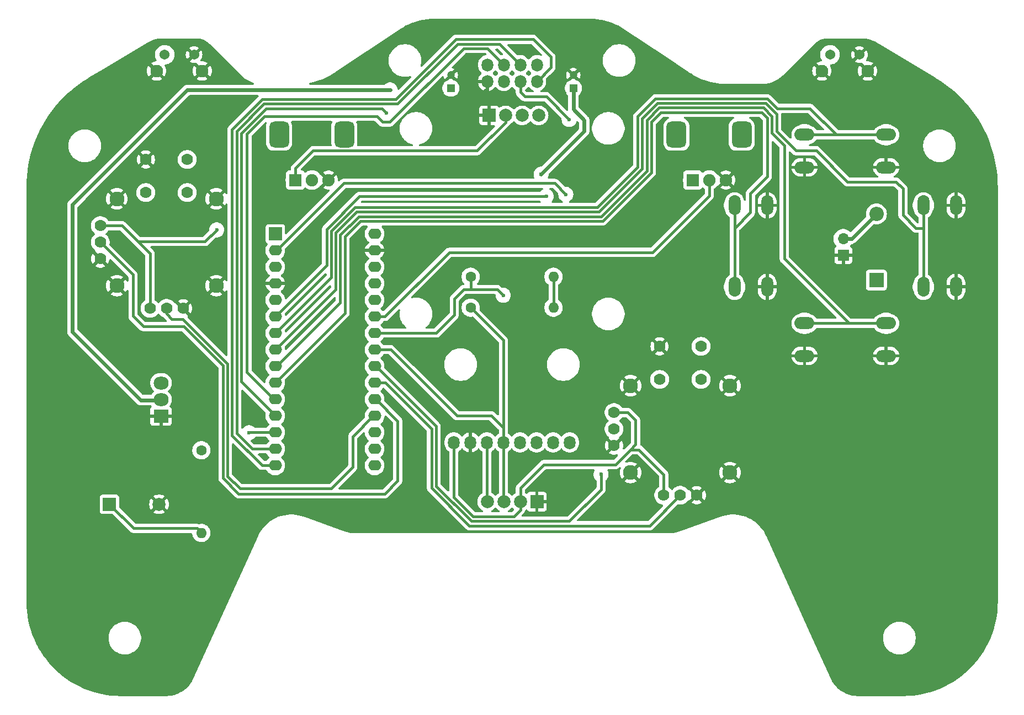
<source format=gbl>
G04 #@! TF.GenerationSoftware,KiCad,Pcbnew,8.0.1*
G04 #@! TF.CreationDate,2024-05-05T13:03:48+07:00*
G04 #@! TF.ProjectId,Arduino_RC_Transceiver_DIY_2.3.0,41726475-696e-46f5-9f52-435f5472616e,2.1.0*
G04 #@! TF.SameCoordinates,Original*
G04 #@! TF.FileFunction,Copper,L2,Bot*
G04 #@! TF.FilePolarity,Positive*
%FSLAX46Y46*%
G04 Gerber Fmt 4.6, Leading zero omitted, Abs format (unit mm)*
G04 Created by KiCad (PCBNEW 8.0.1) date 2024-05-05 13:03:48*
%MOMM*%
%LPD*%
G01*
G04 APERTURE LIST*
G04 Aperture macros list*
%AMRoundRect*
0 Rectangle with rounded corners*
0 $1 Rounding radius*
0 $2 $3 $4 $5 $6 $7 $8 $9 X,Y pos of 4 corners*
0 Add a 4 corners polygon primitive as box body*
4,1,4,$2,$3,$4,$5,$6,$7,$8,$9,$2,$3,0*
0 Add four circle primitives for the rounded corners*
1,1,$1+$1,$2,$3*
1,1,$1+$1,$4,$5*
1,1,$1+$1,$6,$7*
1,1,$1+$1,$8,$9*
0 Add four rect primitives between the rounded corners*
20,1,$1+$1,$2,$3,$4,$5,0*
20,1,$1+$1,$4,$5,$6,$7,0*
20,1,$1+$1,$6,$7,$8,$9,0*
20,1,$1+$1,$8,$9,$2,$3,0*%
G04 Aperture macros list end*
G04 #@! TA.AperFunction,ComponentPad*
%ADD10O,2.300000X2.000000*%
G04 #@! TD*
G04 #@! TA.AperFunction,ComponentPad*
%ADD11R,2.300000X2.000000*%
G04 #@! TD*
G04 #@! TA.AperFunction,ComponentPad*
%ADD12C,1.778000*%
G04 #@! TD*
G04 #@! TA.AperFunction,ComponentPad*
%ADD13C,2.286000*%
G04 #@! TD*
G04 #@! TA.AperFunction,ComponentPad*
%ADD14O,1.850000X3.048000*%
G04 #@! TD*
G04 #@! TA.AperFunction,ComponentPad*
%ADD15R,2.000000X2.000000*%
G04 #@! TD*
G04 #@! TA.AperFunction,ComponentPad*
%ADD16C,2.000000*%
G04 #@! TD*
G04 #@! TA.AperFunction,ComponentPad*
%ADD17C,1.540000*%
G04 #@! TD*
G04 #@! TA.AperFunction,ComponentPad*
%ADD18C,1.950000*%
G04 #@! TD*
G04 #@! TA.AperFunction,ComponentPad*
%ADD19O,1.800000X2.100000*%
G04 #@! TD*
G04 #@! TA.AperFunction,ComponentPad*
%ADD20R,1.200000X1.200000*%
G04 #@! TD*
G04 #@! TA.AperFunction,ComponentPad*
%ADD21C,1.200000*%
G04 #@! TD*
G04 #@! TA.AperFunction,ComponentPad*
%ADD22C,1.600000*%
G04 #@! TD*
G04 #@! TA.AperFunction,ComponentPad*
%ADD23O,1.600000X1.600000*%
G04 #@! TD*
G04 #@! TA.AperFunction,ComponentPad*
%ADD24O,2.000000X1.600000*%
G04 #@! TD*
G04 #@! TA.AperFunction,ComponentPad*
%ADD25R,1.900000X1.900000*%
G04 #@! TD*
G04 #@! TA.AperFunction,ComponentPad*
%ADD26C,1.900000*%
G04 #@! TD*
G04 #@! TA.AperFunction,ComponentPad*
%ADD27RoundRect,0.750000X0.750000X-1.250000X0.750000X1.250000X-0.750000X1.250000X-0.750000X-1.250000X0*%
G04 #@! TD*
G04 #@! TA.AperFunction,ComponentPad*
%ADD28O,3.048000X1.850000*%
G04 #@! TD*
G04 #@! TA.AperFunction,ComponentPad*
%ADD29O,1.800000X2.000000*%
G04 #@! TD*
G04 #@! TA.AperFunction,ComponentPad*
%ADD30R,2.200000X2.200000*%
G04 #@! TD*
G04 #@! TA.AperFunction,ComponentPad*
%ADD31O,2.200000X2.200000*%
G04 #@! TD*
G04 #@! TA.AperFunction,ComponentPad*
%ADD32R,1.700000X1.700000*%
G04 #@! TD*
G04 #@! TA.AperFunction,ComponentPad*
%ADD33O,1.700000X1.700000*%
G04 #@! TD*
G04 #@! TA.AperFunction,ViaPad*
%ADD34C,0.600000*%
G04 #@! TD*
G04 #@! TA.AperFunction,Conductor*
%ADD35C,0.400000*%
G04 #@! TD*
G04 #@! TA.AperFunction,Conductor*
%ADD36C,0.600000*%
G04 #@! TD*
G04 APERTURE END LIST*
D10*
X95500000Y-102160000D03*
X95500000Y-104700000D03*
D11*
X95500000Y-107240000D03*
D12*
X93177000Y-67848000D03*
X99527000Y-67848000D03*
X93177000Y-72928000D03*
X99527000Y-72928000D03*
X93812000Y-90708000D03*
X96352000Y-90708000D03*
X98892000Y-90708000D03*
D13*
X88732000Y-73880500D03*
X88732000Y-87215500D03*
X103972000Y-87215500D03*
X103972000Y-73880500D03*
D12*
X86192000Y-78008000D03*
X86192000Y-80548000D03*
X86192000Y-83088000D03*
D14*
X183484000Y-87388000D03*
X183484000Y-74888000D03*
X188484000Y-87388000D03*
X188484000Y-74888000D03*
D15*
X145805000Y-61066250D03*
D16*
X148345000Y-61066250D03*
X150885000Y-61066250D03*
X153425000Y-61066250D03*
D15*
X153152000Y-120396000D03*
D16*
X150612000Y-120396000D03*
X148072000Y-120396000D03*
X145532000Y-120396000D03*
D15*
X87600000Y-120800000D03*
D16*
X95200000Y-120800000D03*
D17*
X202627000Y-51748000D03*
X198127000Y-51748000D03*
D18*
X196872000Y-54238000D03*
X203882000Y-54238000D03*
D19*
X140411200Y-111301800D03*
X142951200Y-111301800D03*
X145491200Y-111301800D03*
X148031200Y-111301800D03*
X150571200Y-111301800D03*
X153111200Y-111301800D03*
X155651200Y-111301800D03*
X158191200Y-111301800D03*
D12*
X171977000Y-96548000D03*
X178327000Y-96548000D03*
X171977000Y-101628000D03*
X178327000Y-101628000D03*
X172612000Y-119408000D03*
X175152000Y-119408000D03*
X177692000Y-119408000D03*
D13*
X167532000Y-102580500D03*
X167532000Y-115915500D03*
X182772000Y-115915500D03*
X182772000Y-102580500D03*
D12*
X164992000Y-106708000D03*
X164992000Y-109248000D03*
X164992000Y-111788000D03*
D20*
X139954000Y-56896000D03*
D21*
X139954000Y-54896000D03*
D17*
X100577000Y-51748000D03*
X96077000Y-51748000D03*
D18*
X94822000Y-54238000D03*
X101832000Y-54238000D03*
D22*
X143002000Y-85852000D03*
D23*
X155702000Y-85852000D03*
D14*
X212440000Y-87388000D03*
X212440000Y-74888000D03*
X217440000Y-87388000D03*
X217440000Y-74888000D03*
D15*
X113032000Y-79268000D03*
D24*
X113032000Y-81808000D03*
X113032000Y-84348000D03*
X113032000Y-86888000D03*
X113032000Y-89428000D03*
X113032000Y-91968000D03*
X113032000Y-94508000D03*
X113032000Y-97048000D03*
X113032000Y-99588000D03*
X113032000Y-102128000D03*
X113032000Y-104668000D03*
X113032000Y-107208000D03*
X113032000Y-109748000D03*
X113032000Y-112288000D03*
X113032000Y-114828000D03*
X128272000Y-114828000D03*
X128272000Y-112288000D03*
X128272000Y-109748000D03*
X128272000Y-107208000D03*
X128272000Y-104668000D03*
X128272000Y-102128000D03*
X128272000Y-99588000D03*
X128272000Y-97048000D03*
X128272000Y-94508000D03*
X128272000Y-91968000D03*
X128272000Y-89428000D03*
X128272000Y-86888000D03*
X128272000Y-84348000D03*
X128272000Y-81808000D03*
X128272000Y-79268000D03*
D25*
X177064096Y-70998000D03*
D26*
X179604096Y-70998000D03*
X182144096Y-70998000D03*
D27*
X174564096Y-63998000D03*
X184564096Y-63998000D03*
D28*
X194212000Y-64048000D03*
X206712000Y-64048000D03*
X194212000Y-69048000D03*
X206712000Y-69048000D03*
D29*
X145542000Y-55843000D03*
X148082000Y-55843000D03*
X150622000Y-55843000D03*
X153162000Y-55843000D03*
X153162000Y-53303000D03*
X150622000Y-53303000D03*
X148082000Y-53303000D03*
X145542000Y-53303000D03*
D20*
X158750000Y-56896000D03*
D21*
X158750000Y-54896000D03*
D23*
X101700000Y-125200000D03*
D22*
X101700000Y-112500000D03*
D30*
X205232000Y-86360000D03*
D31*
X205232000Y-76200000D03*
D28*
X194212000Y-93004000D03*
X206712000Y-93004000D03*
X194212000Y-98004000D03*
X206712000Y-98004000D03*
D25*
X116116096Y-70998000D03*
D26*
X118656096Y-70998000D03*
X121196096Y-70998000D03*
D27*
X113616096Y-63998000D03*
X123616096Y-63998000D03*
D22*
X143002000Y-90602000D03*
D23*
X155702000Y-90602000D03*
D32*
X200152000Y-82555000D03*
D33*
X200152000Y-80015000D03*
D34*
X143400000Y-113900000D03*
X126000006Y-81800000D03*
X115399996Y-86900000D03*
X143500000Y-57400000D03*
X104050000Y-78650000D03*
X157600000Y-73200000D03*
X154595404Y-73495404D03*
X109000000Y-109800000D03*
X158100000Y-61700000D03*
X163000000Y-116200000D03*
X148000004Y-88700000D03*
X130100000Y-60700000D03*
X130647995Y-57147989D03*
X153800000Y-70100000D03*
D35*
X189200000Y-63779899D02*
X191100000Y-65679899D01*
X191100000Y-65679899D02*
X191100000Y-83100000D01*
X171910052Y-59900000D02*
X187920101Y-59900000D01*
X201004000Y-93004000D02*
X206712000Y-93004000D01*
X170000000Y-61810050D02*
X171910052Y-59900000D01*
X162984494Y-76595405D02*
X170000000Y-69579899D01*
X187920101Y-59900000D02*
X189200000Y-61179900D01*
X125814645Y-76595405D02*
X162984494Y-76595405D01*
X123000000Y-79410050D02*
X125814645Y-76595405D01*
X170000000Y-69579899D02*
X170000000Y-61810050D01*
X123000000Y-89820000D02*
X123000000Y-79410050D01*
X191100000Y-83100000D02*
X201004000Y-93004000D01*
X113232000Y-99588000D02*
X123000000Y-89820000D01*
X189200000Y-61179900D02*
X189200000Y-63779899D01*
X113032000Y-99588000D02*
X113232000Y-99588000D01*
X145542000Y-56858000D02*
X145000000Y-57400000D01*
X145542000Y-55843000D02*
X145542000Y-56858000D01*
X145000000Y-57400000D02*
X143500000Y-57400000D01*
X96352000Y-91552000D02*
X96352000Y-90708000D01*
X97152500Y-92352500D02*
X96352000Y-91552000D01*
X98842450Y-92352500D02*
X97152500Y-92352500D01*
X105700000Y-99210050D02*
X98842450Y-92352500D01*
X107616101Y-118400000D02*
X105700000Y-116483899D01*
X121600000Y-118400000D02*
X107616101Y-118400000D01*
X105700000Y-116483899D02*
X105700000Y-99210050D01*
X124900000Y-115100000D02*
X121600000Y-118400000D01*
X128072000Y-107208000D02*
X124900000Y-110380000D01*
X124900000Y-110380000D02*
X124900000Y-115100000D01*
X128272000Y-107208000D02*
X128072000Y-107208000D01*
D36*
X92400000Y-104800000D02*
X95400000Y-104800000D01*
X99552011Y-57147989D02*
X81900000Y-74800000D01*
X130647995Y-57147989D02*
X99552011Y-57147989D01*
X95400000Y-104800000D02*
X95500000Y-104700000D01*
X81900000Y-74800000D02*
X81900000Y-94300000D01*
X81900000Y-94300000D02*
X92400000Y-104800000D01*
D35*
X91300000Y-124500000D02*
X87600000Y-120800000D01*
X101700000Y-125200000D02*
X101000000Y-124500000D01*
X101000000Y-124500000D02*
X91300000Y-124500000D01*
X141000000Y-50100000D02*
X147419000Y-50100000D01*
X147419000Y-50100000D02*
X150622000Y-53303000D01*
X131800001Y-59300000D02*
X141000000Y-50100000D01*
X111320107Y-59300000D02*
X131800001Y-59300000D01*
X107100000Y-109921321D02*
X107100000Y-63520106D01*
X107100000Y-63520106D02*
X111320107Y-59300000D01*
X113032000Y-112288000D02*
X109466679Y-112288000D01*
X155300000Y-53705000D02*
X153162000Y-55843000D01*
X109466679Y-112288000D02*
X107100000Y-109921321D01*
X155300000Y-52100000D02*
X155300000Y-53705000D01*
X140710051Y-49400000D02*
X152600000Y-49400000D01*
X111030158Y-58600000D02*
X131510051Y-58600000D01*
X106400000Y-63230156D02*
X111030158Y-58600000D01*
X106400000Y-110211270D02*
X106400000Y-63230156D01*
X111016730Y-114828000D02*
X106400000Y-110211270D01*
X113032000Y-114828000D02*
X111016730Y-114828000D01*
X131510051Y-58600000D02*
X140710051Y-49400000D01*
X152600000Y-49400000D02*
X155300000Y-52100000D01*
X107800000Y-101976000D02*
X107800000Y-63810056D01*
X113032000Y-107208000D02*
X107800000Y-101976000D01*
X92800000Y-93500000D02*
X91200000Y-91900000D01*
X99000000Y-93500000D02*
X92800000Y-93500000D01*
X107800000Y-63810056D02*
X111610056Y-60000000D01*
X107426151Y-119200000D02*
X105000000Y-116773849D01*
X129400000Y-60000000D02*
X130100000Y-60700000D01*
X91200000Y-91900000D02*
X91200000Y-85556000D01*
X131800000Y-117200000D02*
X129800000Y-119200000D01*
X131800000Y-107996000D02*
X131800000Y-117200000D01*
X128472000Y-104668000D02*
X131800000Y-107996000D01*
X105000000Y-116773849D02*
X105000000Y-99500000D01*
X91200000Y-85556000D02*
X86192000Y-80548000D01*
X105000000Y-99500000D02*
X99000000Y-93500000D01*
X129800000Y-119200000D02*
X107426151Y-119200000D01*
X128272000Y-104668000D02*
X128472000Y-104668000D01*
X111610056Y-60000000D02*
X129400000Y-60000000D01*
X141909189Y-50800000D02*
X145579000Y-50800000D01*
X130609189Y-62100000D02*
X141909189Y-50800000D01*
X129478679Y-62100000D02*
X130609189Y-62100000D01*
X128600000Y-61221321D02*
X129478679Y-62100000D01*
X108699999Y-63900007D02*
X111378685Y-61221321D01*
X108699999Y-100535999D02*
X108699999Y-63900007D01*
X111378685Y-61221321D02*
X128600000Y-61221321D01*
X112832000Y-104668000D02*
X108699999Y-100535999D01*
X113032000Y-104668000D02*
X112832000Y-104668000D01*
X145579000Y-50800000D02*
X148082000Y-53303000D01*
X125944796Y-73495404D02*
X154595404Y-73495404D01*
X120900000Y-78540200D02*
X125944796Y-73495404D01*
X120900000Y-84100000D02*
X120900000Y-78540200D01*
X113032000Y-91968000D02*
X120900000Y-84100000D01*
X155900000Y-71500000D02*
X157600000Y-73200000D01*
X113032000Y-81808000D02*
X113232000Y-81808000D01*
X123700000Y-91460000D02*
X113032000Y-102128000D01*
X126104595Y-77295405D02*
X123700000Y-79700000D01*
X163274444Y-77295405D02*
X126104595Y-77295405D01*
X123700000Y-79700000D02*
X123700000Y-91460000D01*
X123540000Y-71500000D02*
X155900000Y-71500000D01*
X187630151Y-60600000D02*
X172200000Y-60600000D01*
X172200000Y-60600000D02*
X170700000Y-62100000D01*
X188500000Y-61469849D02*
X187630151Y-60600000D01*
X170700000Y-69869849D02*
X163274444Y-77295405D01*
X188500000Y-70471000D02*
X188500000Y-61469849D01*
X185900000Y-73071000D02*
X188500000Y-70471000D01*
X185900000Y-75984000D02*
X185900000Y-73071000D01*
X170700000Y-62100000D02*
X170700000Y-69869849D01*
X183484000Y-78400000D02*
X185900000Y-75984000D01*
X113232000Y-81808000D02*
X123540000Y-71500000D01*
X122300000Y-87780000D02*
X113032000Y-97048000D01*
X169300000Y-69289950D02*
X162694545Y-75895405D01*
X171620102Y-59200000D02*
X169300000Y-61520101D01*
X188210050Y-59200000D02*
X171620102Y-59200000D01*
X192910051Y-66500000D02*
X189900000Y-63489949D01*
X208253000Y-71300000D02*
X200800000Y-71300000D01*
X200800000Y-71300000D02*
X196000000Y-66500000D01*
X209300000Y-76400000D02*
X209300000Y-72347000D01*
X125524696Y-75895405D02*
X122300000Y-79120101D01*
X121600000Y-78830152D02*
X121600000Y-85940000D01*
X211300000Y-78400000D02*
X209300000Y-76400000D01*
X125234747Y-75195405D02*
X121600000Y-78830152D01*
X168600000Y-69000000D02*
X162404595Y-75195405D01*
X168600000Y-61230152D02*
X168600000Y-69000000D01*
X212440000Y-78400000D02*
X211300000Y-78400000D01*
X171330152Y-58500000D02*
X168600000Y-61230152D01*
X190000000Y-60000000D02*
X188499999Y-58500000D01*
X169300000Y-61520101D02*
X169300000Y-69289950D01*
X199100000Y-64048000D02*
X195052000Y-60000000D01*
X162404595Y-75195405D02*
X125234747Y-75195405D01*
X195052000Y-60000000D02*
X190000000Y-60000000D01*
X209300000Y-72347000D02*
X208253000Y-71300000D01*
X162694545Y-75895405D02*
X125524696Y-75895405D01*
X188499999Y-58500000D02*
X171330152Y-58500000D01*
X121600000Y-85940000D02*
X113032000Y-94508000D01*
X196000000Y-66500000D02*
X192910051Y-66500000D01*
X189900000Y-63489949D02*
X189900000Y-60889950D01*
X189900000Y-60889950D02*
X188210050Y-59200000D01*
X122300000Y-79120101D02*
X122300000Y-87780000D01*
X115387996Y-86888000D02*
X115399996Y-86900000D01*
X113032000Y-86888000D02*
X115387996Y-86888000D01*
X128272000Y-81808000D02*
X126008006Y-81808000D01*
X126008006Y-81808000D02*
X126000006Y-81800000D01*
X142951200Y-113451200D02*
X143400000Y-113900000D01*
X142951200Y-111301800D02*
X142951200Y-113451200D01*
X167500000Y-112400000D02*
X168300000Y-111600000D01*
X148345000Y-61066250D02*
X148345000Y-62155000D01*
X150612000Y-120396000D02*
X150612000Y-118312000D01*
X140411200Y-119711200D02*
X143400000Y-122700000D01*
X91950000Y-80450000D02*
X93812000Y-82312000D01*
X91950000Y-80450000D02*
X102250000Y-80450000D01*
X89508000Y-78008000D02*
X91950000Y-80450000D01*
X168300000Y-107900000D02*
X167108000Y-106708000D01*
X102250000Y-80450000D02*
X104050000Y-78650000D01*
X116116096Y-69183904D02*
X116116096Y-70998000D01*
X149600000Y-122700000D02*
X150612000Y-121688000D01*
X172612000Y-119408000D02*
X172612000Y-116212000D01*
X144002000Y-66498000D02*
X118802000Y-66498000D01*
X143400000Y-122700000D02*
X149600000Y-122700000D01*
X150612000Y-118312000D02*
X154224000Y-114700000D01*
X93812000Y-82312000D02*
X93812000Y-90708000D01*
X168800000Y-112400000D02*
X167500000Y-112400000D01*
X150612000Y-121688000D02*
X150612000Y-120396000D01*
X140411200Y-111301800D02*
X140411200Y-119711200D01*
X154224000Y-114700000D02*
X165200000Y-114700000D01*
X167108000Y-106708000D02*
X164992000Y-106708000D01*
X148345000Y-62155000D02*
X144002000Y-66498000D01*
X165200000Y-114700000D02*
X167500000Y-112400000D01*
X172612000Y-116212000D02*
X168800000Y-112400000D01*
X118802000Y-66498000D02*
X116116096Y-69183904D01*
X168300000Y-111600000D02*
X168300000Y-107900000D01*
X86192000Y-78008000D02*
X89508000Y-78008000D01*
X194212000Y-64048000D02*
X206712000Y-64048000D01*
X199600000Y-64048000D02*
X194212000Y-64048000D01*
X212440000Y-87388000D02*
X212440000Y-74888000D01*
X194212000Y-93004000D02*
X206712000Y-93004000D01*
X183484000Y-74888000D02*
X183484000Y-87388000D01*
X113032000Y-109748000D02*
X109052000Y-109748000D01*
X109052000Y-109748000D02*
X109000000Y-109800000D01*
X158100000Y-61700000D02*
X154600000Y-58200000D01*
X150622000Y-57522000D02*
X150622000Y-55843000D01*
X151300000Y-58200000D02*
X150622000Y-57522000D01*
X154600000Y-58200000D02*
X151300000Y-58200000D01*
X128272000Y-102128000D02*
X129928000Y-102128000D01*
X142820102Y-124100000D02*
X170460000Y-124100000D01*
X137000000Y-118279899D02*
X142820102Y-124100000D01*
X137000000Y-109200000D02*
X137000000Y-118279899D01*
X170460000Y-124100000D02*
X175152000Y-119408000D01*
X129928000Y-102128000D02*
X137000000Y-109200000D01*
X158100000Y-123400000D02*
X163000000Y-118500000D01*
X137700000Y-108816000D02*
X137700000Y-117989949D01*
X128272000Y-99588000D02*
X128472000Y-99588000D01*
X137700000Y-117989949D02*
X143110051Y-123400000D01*
X128472000Y-99588000D02*
X137700000Y-108816000D01*
X163000000Y-118500000D02*
X163000000Y-116200000D01*
X143110051Y-123400000D02*
X158100000Y-123400000D01*
X148031200Y-120355200D02*
X148072000Y-120396000D01*
X148031200Y-95631200D02*
X148031200Y-111301800D01*
X130748000Y-97048000D02*
X140900000Y-107200000D01*
X148031200Y-109031200D02*
X148031200Y-111301800D01*
X128272000Y-97048000D02*
X130748000Y-97048000D01*
X146200000Y-107200000D02*
X148031200Y-109031200D01*
X148031200Y-111301800D02*
X148031200Y-120355200D01*
X140900000Y-107200000D02*
X146200000Y-107200000D01*
X143002000Y-90602000D02*
X148031200Y-95631200D01*
X137692000Y-94508000D02*
X128272000Y-94508000D01*
X143004000Y-87800000D02*
X147100004Y-87800000D01*
X140500000Y-89200000D02*
X140500000Y-91700000D01*
X143002000Y-85852000D02*
X143002000Y-87802000D01*
X143002000Y-87802000D02*
X141898000Y-87802000D01*
X143002000Y-87802000D02*
X143004000Y-87800000D01*
X145491200Y-111301800D02*
X145491200Y-120355200D01*
X141898000Y-87802000D02*
X140500000Y-89200000D01*
X145491200Y-120355200D02*
X145532000Y-120396000D01*
X140500000Y-91700000D02*
X137692000Y-94508000D01*
X147100004Y-87800000D02*
X148000004Y-88700000D01*
D36*
X158750000Y-60150000D02*
X160400000Y-61800000D01*
X160400000Y-61800000D02*
X160400000Y-63500000D01*
X160400000Y-63500000D02*
X153800000Y-70100000D01*
X158750000Y-56896000D02*
X158750000Y-60150000D01*
D35*
X155702000Y-90602000D02*
X155702000Y-85852000D01*
X129832000Y-91968000D02*
X128272000Y-91968000D01*
X170900000Y-82100000D02*
X139700000Y-82100000D01*
X179604096Y-70998000D02*
X179604096Y-73395904D01*
X139700000Y-82100000D02*
X129832000Y-91968000D01*
X179604096Y-73395904D02*
X170900000Y-82100000D01*
D36*
X205232000Y-76200000D02*
X201417000Y-80015000D01*
X201417000Y-80015000D02*
X200152000Y-80015000D01*
G04 #@! TA.AperFunction,Conductor*
G36*
X161326417Y-46248563D02*
G01*
X161878121Y-46264791D01*
X161886854Y-46265305D01*
X162434459Y-46313732D01*
X162443139Y-46314758D01*
X162986953Y-46395282D01*
X162995554Y-46396815D01*
X163533566Y-46509131D01*
X163533705Y-46509160D01*
X163542223Y-46511202D01*
X163728821Y-46561762D01*
X164072814Y-46654969D01*
X164081167Y-46657498D01*
X164602326Y-46832177D01*
X164602430Y-46832212D01*
X164610649Y-46835238D01*
X165120724Y-47040274D01*
X165128720Y-47043764D01*
X165625879Y-47278428D01*
X165633661Y-47282385D01*
X166116112Y-47545828D01*
X166116163Y-47545856D01*
X166123723Y-47550278D01*
X166592468Y-47843249D01*
X166596109Y-47845599D01*
X166611893Y-47856121D01*
X166611899Y-47856125D01*
X166666790Y-47892721D01*
X166666799Y-47892724D01*
X172567455Y-51826496D01*
X176494174Y-54444309D01*
X176494177Y-54444311D01*
X176494178Y-54444311D01*
X176500299Y-54448392D01*
X176500300Y-54448393D01*
X176555125Y-54484943D01*
X176628248Y-54533692D01*
X176629384Y-54534408D01*
X176715119Y-54591553D01*
X176788702Y-54640599D01*
X176788714Y-54640606D01*
X176788724Y-54640613D01*
X177271836Y-54926639D01*
X177769540Y-55186443D01*
X178280414Y-55419284D01*
X178802999Y-55624497D01*
X179335802Y-55801496D01*
X179877301Y-55949774D01*
X180425949Y-56068909D01*
X180766458Y-56123989D01*
X180980171Y-56158559D01*
X180980174Y-56158559D01*
X180980178Y-56158560D01*
X180980185Y-56158560D01*
X180980203Y-56158563D01*
X181257095Y-56188279D01*
X181538406Y-56218471D01*
X181538400Y-56218471D01*
X181818721Y-56233470D01*
X182099037Y-56248470D01*
X182303077Y-56248490D01*
X182303193Y-56248500D01*
X182313864Y-56248500D01*
X187770873Y-56248500D01*
X187771159Y-56248480D01*
X187891625Y-56248485D01*
X187891636Y-56248484D01*
X187891642Y-56248484D01*
X188234681Y-56218482D01*
X188283127Y-56214245D01*
X188670154Y-56146011D01*
X189049761Y-56044303D01*
X189419058Y-55909894D01*
X189775234Y-55743808D01*
X190115577Y-55547308D01*
X190437498Y-55321891D01*
X190738546Y-55069272D01*
X190849807Y-54958006D01*
X191569812Y-54238001D01*
X195391945Y-54238001D01*
X195412131Y-54481610D01*
X195472138Y-54718575D01*
X195570327Y-54942422D01*
X195570329Y-54942425D01*
X195666625Y-55089818D01*
X196270957Y-54485486D01*
X196295978Y-54545890D01*
X196367112Y-54652351D01*
X196457649Y-54742888D01*
X196564110Y-54814022D01*
X196624511Y-54839041D01*
X196019758Y-55443794D01*
X196019758Y-55443795D01*
X196062482Y-55477048D01*
X196062488Y-55477052D01*
X196277468Y-55593394D01*
X196508662Y-55672764D01*
X196749780Y-55712999D01*
X196749780Y-55713000D01*
X196994220Y-55713000D01*
X196994219Y-55712999D01*
X197235337Y-55672764D01*
X197466531Y-55593394D01*
X197681513Y-55477051D01*
X197681522Y-55477045D01*
X197724240Y-55443796D01*
X197724241Y-55443794D01*
X197119488Y-54839041D01*
X197179890Y-54814022D01*
X197286351Y-54742888D01*
X197376888Y-54652351D01*
X197448022Y-54545890D01*
X197473041Y-54485488D01*
X198077372Y-55089819D01*
X198077373Y-55089818D01*
X198173669Y-54942429D01*
X198173676Y-54942417D01*
X198271860Y-54718578D01*
X198331868Y-54481610D01*
X198352055Y-54238001D01*
X198352055Y-54237998D01*
X198331868Y-53994389D01*
X198271861Y-53757424D01*
X198173672Y-53533577D01*
X198173670Y-53533574D01*
X198134309Y-53473326D01*
X198110273Y-53400039D01*
X198126101Y-53324552D01*
X198177552Y-53267093D01*
X198239179Y-53246079D01*
X198238916Y-53244415D01*
X198244693Y-53243500D01*
X198244698Y-53243500D01*
X198477197Y-53206675D01*
X198701073Y-53133934D01*
X198910813Y-53027066D01*
X199101253Y-52888703D01*
X199267703Y-52722253D01*
X199406066Y-52531813D01*
X199512934Y-52322073D01*
X199585675Y-52098197D01*
X199622500Y-51865698D01*
X199622500Y-51748000D01*
X201352149Y-51748000D01*
X201371517Y-51969376D01*
X201429031Y-52184023D01*
X201429032Y-52184025D01*
X201522946Y-52385424D01*
X201522948Y-52385429D01*
X201569513Y-52451931D01*
X201569514Y-52451932D01*
X202148119Y-51873325D01*
X202165734Y-51939063D01*
X202230902Y-52051937D01*
X202323063Y-52144098D01*
X202435937Y-52209266D01*
X202501672Y-52226880D01*
X201923067Y-52805484D01*
X201989572Y-52852051D01*
X201989581Y-52852056D01*
X202190974Y-52945967D01*
X202190976Y-52945968D01*
X202405623Y-53003482D01*
X202405622Y-53003482D01*
X202626999Y-53022851D01*
X202627001Y-53022851D01*
X202848377Y-53003482D01*
X202885679Y-52993487D01*
X202962807Y-52993485D01*
X203029602Y-53032048D01*
X203029605Y-53032050D01*
X203634512Y-53636957D01*
X203574110Y-53661978D01*
X203467649Y-53733112D01*
X203377112Y-53823649D01*
X203305978Y-53930110D01*
X203280958Y-53990512D01*
X202676625Y-53386180D01*
X202580329Y-53533574D01*
X202580327Y-53533577D01*
X202482138Y-53757424D01*
X202422131Y-53994389D01*
X202401945Y-54237998D01*
X202401945Y-54238001D01*
X202422131Y-54481610D01*
X202482138Y-54718575D01*
X202580327Y-54942422D01*
X202580329Y-54942425D01*
X202676625Y-55089818D01*
X203280957Y-54485486D01*
X203305978Y-54545890D01*
X203377112Y-54652351D01*
X203467649Y-54742888D01*
X203574110Y-54814022D01*
X203634511Y-54839041D01*
X203029758Y-55443794D01*
X203029758Y-55443795D01*
X203072482Y-55477048D01*
X203072488Y-55477052D01*
X203287468Y-55593394D01*
X203518662Y-55672764D01*
X203759780Y-55712999D01*
X203759780Y-55713000D01*
X204004220Y-55713000D01*
X204004219Y-55712999D01*
X204245337Y-55672764D01*
X204476531Y-55593394D01*
X204691513Y-55477051D01*
X204691522Y-55477045D01*
X204734240Y-55443796D01*
X204734241Y-55443794D01*
X204129488Y-54839041D01*
X204189890Y-54814022D01*
X204296351Y-54742888D01*
X204386888Y-54652351D01*
X204458022Y-54545890D01*
X204483041Y-54485488D01*
X205087372Y-55089819D01*
X205087373Y-55089818D01*
X205183669Y-54942429D01*
X205183676Y-54942417D01*
X205281860Y-54718578D01*
X205341868Y-54481610D01*
X205362055Y-54238001D01*
X205362055Y-54237998D01*
X205341868Y-53994389D01*
X205281861Y-53757424D01*
X205183672Y-53533577D01*
X205183666Y-53533565D01*
X205087373Y-53386180D01*
X204483041Y-53990510D01*
X204458022Y-53930110D01*
X204386888Y-53823649D01*
X204296351Y-53733112D01*
X204189890Y-53661978D01*
X204129486Y-53636957D01*
X204734240Y-53032204D01*
X204734240Y-53032203D01*
X204691514Y-52998949D01*
X204476531Y-52882605D01*
X204245337Y-52803235D01*
X204004219Y-52763000D01*
X203753615Y-52763000D01*
X203753615Y-52760497D01*
X203689094Y-52748730D01*
X203630302Y-52698807D01*
X203604348Y-52626177D01*
X203618187Y-52550301D01*
X203630802Y-52528599D01*
X203731046Y-52385435D01*
X203731052Y-52385426D01*
X203824967Y-52184025D01*
X203824968Y-52184023D01*
X203882482Y-51969376D01*
X203901851Y-51748000D01*
X203901851Y-51747999D01*
X203882482Y-51526623D01*
X203824968Y-51311978D01*
X203731049Y-51110570D01*
X203731046Y-51110565D01*
X203684484Y-51044068D01*
X203105880Y-51622672D01*
X203088266Y-51556937D01*
X203023098Y-51444063D01*
X202930937Y-51351902D01*
X202818063Y-51286734D01*
X202752325Y-51269119D01*
X203330932Y-50690514D01*
X203330931Y-50690513D01*
X203264429Y-50643948D01*
X203264424Y-50643946D01*
X203063025Y-50550032D01*
X203063023Y-50550031D01*
X202848376Y-50492517D01*
X202848377Y-50492517D01*
X202627001Y-50473149D01*
X202626999Y-50473149D01*
X202405623Y-50492517D01*
X202190978Y-50550031D01*
X201989572Y-50643949D01*
X201989571Y-50643949D01*
X201923068Y-50690515D01*
X202501672Y-51269119D01*
X202435937Y-51286734D01*
X202323063Y-51351902D01*
X202230902Y-51444063D01*
X202165734Y-51556937D01*
X202148119Y-51622672D01*
X201569515Y-51044068D01*
X201522949Y-51110571D01*
X201522949Y-51110572D01*
X201429031Y-51311978D01*
X201371517Y-51526623D01*
X201352149Y-51747999D01*
X201352149Y-51748000D01*
X199622500Y-51748000D01*
X199622500Y-51630302D01*
X199585675Y-51397803D01*
X199584584Y-51394446D01*
X199538626Y-51253000D01*
X199512934Y-51173927D01*
X199406066Y-50964187D01*
X199267703Y-50773747D01*
X199101253Y-50607297D01*
X198910813Y-50468934D01*
X198811719Y-50418443D01*
X198701078Y-50362068D01*
X198701074Y-50362066D01*
X198701073Y-50362066D01*
X198632732Y-50339861D01*
X198477202Y-50289326D01*
X198477203Y-50289326D01*
X198477197Y-50289325D01*
X198244698Y-50252500D01*
X198009302Y-50252500D01*
X197804861Y-50284880D01*
X197776796Y-50289326D01*
X197552933Y-50362064D01*
X197552921Y-50362068D01*
X197343185Y-50468935D01*
X197343184Y-50468935D01*
X197152756Y-50607290D01*
X197152745Y-50607299D01*
X196986299Y-50773745D01*
X196986290Y-50773756D01*
X196847935Y-50964184D01*
X196847935Y-50964185D01*
X196741068Y-51173921D01*
X196741064Y-51173933D01*
X196668326Y-51397796D01*
X196668325Y-51397803D01*
X196631500Y-51630302D01*
X196631500Y-51865698D01*
X196657683Y-52031006D01*
X196668326Y-52098203D01*
X196741064Y-52322066D01*
X196741068Y-52322078D01*
X196782003Y-52402417D01*
X196847934Y-52531813D01*
X196847936Y-52531816D01*
X196850991Y-52536801D01*
X196849143Y-52537933D01*
X196873164Y-52600481D01*
X196861109Y-52676661D01*
X196812579Y-52736608D01*
X196749507Y-52763045D01*
X196508662Y-52803235D01*
X196277470Y-52882604D01*
X196062489Y-52998946D01*
X196062486Y-52998948D01*
X196019758Y-53032203D01*
X196624511Y-53636958D01*
X196564110Y-53661978D01*
X196457649Y-53733112D01*
X196367112Y-53823649D01*
X196295978Y-53930110D01*
X196270958Y-53990512D01*
X195666625Y-53386180D01*
X195570329Y-53533574D01*
X195570327Y-53533577D01*
X195472138Y-53757424D01*
X195412131Y-53994389D01*
X195391945Y-54237998D01*
X195391945Y-54238001D01*
X191569812Y-54238001D01*
X195625696Y-50182115D01*
X195625730Y-50182087D01*
X195634200Y-50173615D01*
X195634202Y-50173615D01*
X195678215Y-50129598D01*
X195683490Y-50124577D01*
X195688030Y-50120462D01*
X195893473Y-49934249D01*
X195904753Y-49924991D01*
X196129448Y-49758340D01*
X196141576Y-49750236D01*
X196381527Y-49606412D01*
X196394388Y-49599538D01*
X196647269Y-49479935D01*
X196660763Y-49474346D01*
X196924156Y-49380105D01*
X196938122Y-49375869D01*
X197209474Y-49307905D01*
X197223780Y-49305060D01*
X197500487Y-49264022D01*
X197515035Y-49262590D01*
X197798481Y-49248676D01*
X197805762Y-49248498D01*
X197867621Y-49248501D01*
X197867625Y-49248499D01*
X197877525Y-49248500D01*
X197877570Y-49248498D01*
X202901192Y-49248498D01*
X202964208Y-49248498D01*
X202969957Y-49248609D01*
X202989156Y-49249350D01*
X203308385Y-49261677D01*
X203319805Y-49262561D01*
X203653386Y-49301364D01*
X203664709Y-49303126D01*
X203994276Y-49367535D01*
X204005430Y-49370165D01*
X204329082Y-49459810D01*
X204340009Y-49463297D01*
X204655732Y-49577620D01*
X204666369Y-49581941D01*
X204972360Y-49720284D01*
X204982626Y-49725412D01*
X205279358Y-49888218D01*
X205284315Y-49891064D01*
X214320074Y-55312522D01*
X214320079Y-55312526D01*
X214382988Y-55350272D01*
X214385712Y-55351946D01*
X214492722Y-55419317D01*
X215090130Y-55795433D01*
X215095441Y-55798939D01*
X215778778Y-56271285D01*
X215783933Y-56275014D01*
X216446373Y-56776257D01*
X216446384Y-56776265D01*
X216451391Y-56780225D01*
X216715306Y-56998347D01*
X217091729Y-57309455D01*
X217096570Y-57313635D01*
X217713568Y-57869828D01*
X217718226Y-57874212D01*
X218310778Y-58456366D01*
X218315238Y-58460938D01*
X218766576Y-58944141D01*
X218882299Y-59068033D01*
X218886564Y-59072801D01*
X219427010Y-59703632D01*
X219431066Y-59708577D01*
X219943963Y-60362052D01*
X219947799Y-60367162D01*
X220432160Y-61042024D01*
X220435767Y-61047283D01*
X220890738Y-61742345D01*
X220894125Y-61747771D01*
X221318818Y-62461671D01*
X221321970Y-62467237D01*
X221715654Y-63198749D01*
X221718563Y-63204445D01*
X222080469Y-63952140D01*
X222083132Y-63957956D01*
X222412630Y-64720532D01*
X222415040Y-64726457D01*
X222711495Y-65502443D01*
X222713649Y-65508466D01*
X222976526Y-66296461D01*
X222978420Y-66302571D01*
X223207242Y-67101151D01*
X223208871Y-67107336D01*
X223403200Y-67914965D01*
X223404563Y-67921215D01*
X223564054Y-68736465D01*
X223565147Y-68742767D01*
X223689500Y-69564096D01*
X223690322Y-69570439D01*
X223779312Y-70396375D01*
X223779860Y-70402748D01*
X223833317Y-71231702D01*
X223833592Y-71238093D01*
X223839499Y-71513216D01*
X223851141Y-72055478D01*
X223851466Y-72070583D01*
X223851500Y-72073781D01*
X223851500Y-135746119D01*
X223851452Y-135749894D01*
X223832985Y-136478607D01*
X223832603Y-136486146D01*
X223777394Y-137211128D01*
X223776630Y-137218639D01*
X223684773Y-137939878D01*
X223683630Y-137947340D01*
X223555358Y-138663021D01*
X223553838Y-138670415D01*
X223389488Y-139378654D01*
X223387596Y-139385962D01*
X223187580Y-140084986D01*
X223185320Y-140092189D01*
X222950156Y-140780184D01*
X222947534Y-140787264D01*
X222677831Y-141462451D01*
X222674854Y-141469388D01*
X222371295Y-142130059D01*
X222367971Y-142136836D01*
X222031336Y-142781291D01*
X222027672Y-142787892D01*
X221658836Y-143414452D01*
X221654843Y-143420859D01*
X221254733Y-144027956D01*
X221250420Y-144034152D01*
X220820081Y-144620195D01*
X220815460Y-144626164D01*
X220356002Y-145189644D01*
X220351085Y-145195372D01*
X219863669Y-145734868D01*
X219858468Y-145740340D01*
X219344340Y-146254468D01*
X219338868Y-146259669D01*
X218799372Y-146747085D01*
X218793644Y-146752002D01*
X218230164Y-147211460D01*
X218224195Y-147216081D01*
X217638152Y-147646420D01*
X217631956Y-147650733D01*
X217024859Y-148050843D01*
X217018452Y-148054836D01*
X216391892Y-148423672D01*
X216385291Y-148427336D01*
X215740836Y-148763971D01*
X215734059Y-148767295D01*
X215073388Y-149070854D01*
X215066451Y-149073831D01*
X214391264Y-149343534D01*
X214384184Y-149346156D01*
X213696189Y-149581320D01*
X213688986Y-149583580D01*
X212989962Y-149783596D01*
X212982654Y-149785488D01*
X212274415Y-149949838D01*
X212267021Y-149951358D01*
X211551340Y-150079630D01*
X211543878Y-150080773D01*
X210822639Y-150172630D01*
X210815128Y-150173394D01*
X210090146Y-150228603D01*
X210082607Y-150228985D01*
X209353894Y-150247452D01*
X209350119Y-150247500D01*
X202355291Y-150247500D01*
X202348732Y-150247356D01*
X202348709Y-150247355D01*
X201962783Y-150230348D01*
X201949717Y-150229195D01*
X201913310Y-150224357D01*
X201570028Y-150178740D01*
X201557112Y-150176441D01*
X201183336Y-150092786D01*
X201170672Y-150089360D01*
X200805691Y-149973147D01*
X200793379Y-149968620D01*
X200440051Y-149820762D01*
X200428184Y-149815170D01*
X200089229Y-149636805D01*
X200077899Y-149630191D01*
X199755934Y-149422695D01*
X199745231Y-149415110D01*
X199655108Y-149345086D01*
X199442767Y-149180099D01*
X199432775Y-149171604D01*
X199152168Y-148910912D01*
X199142959Y-148901569D01*
X198886358Y-148617193D01*
X198878007Y-148607076D01*
X198647412Y-148301228D01*
X198639988Y-148290422D01*
X198437196Y-147965487D01*
X198430747Y-147954063D01*
X198255828Y-147609609D01*
X198252999Y-147603722D01*
X198227129Y-147546687D01*
X198227127Y-147546684D01*
X195479101Y-141488424D01*
X206251500Y-141488424D01*
X206282945Y-141767513D01*
X206345438Y-142041312D01*
X206345439Y-142041314D01*
X206345440Y-142041318D01*
X206378864Y-142136836D01*
X206438198Y-142306404D01*
X206438198Y-142306405D01*
X206560051Y-142559438D01*
X206560055Y-142559445D01*
X206709474Y-142797245D01*
X206784522Y-142891352D01*
X206884584Y-143016825D01*
X207083175Y-143215416D01*
X207240015Y-143340492D01*
X207302754Y-143390525D01*
X207461287Y-143490137D01*
X207540555Y-143539945D01*
X207793592Y-143661801D01*
X208058682Y-143754560D01*
X208195586Y-143785807D01*
X208332486Y-143817054D01*
X208332487Y-143817054D01*
X208332491Y-143817055D01*
X208611575Y-143848500D01*
X208892425Y-143848500D01*
X209171509Y-143817055D01*
X209445318Y-143754560D01*
X209710408Y-143661801D01*
X209963445Y-143539945D01*
X210201248Y-143390523D01*
X210420825Y-143215416D01*
X210619416Y-143016825D01*
X210794523Y-142797248D01*
X210804550Y-142781291D01*
X210843501Y-142719300D01*
X210943945Y-142559445D01*
X211065801Y-142306408D01*
X211158560Y-142041318D01*
X211221055Y-141767509D01*
X211252500Y-141488425D01*
X211252500Y-141207575D01*
X211221055Y-140928491D01*
X211158560Y-140654682D01*
X211065801Y-140389592D01*
X210943945Y-140136555D01*
X210894137Y-140057287D01*
X210794525Y-139898754D01*
X210744492Y-139836015D01*
X210619416Y-139679175D01*
X210420825Y-139480584D01*
X210293009Y-139378654D01*
X210201245Y-139305474D01*
X209963445Y-139156055D01*
X209963438Y-139156051D01*
X209815209Y-139084668D01*
X209710408Y-139034199D01*
X209445318Y-138941440D01*
X209445314Y-138941439D01*
X209445312Y-138941438D01*
X209171513Y-138878945D01*
X208892425Y-138847500D01*
X208611575Y-138847500D01*
X208332486Y-138878945D01*
X208058687Y-138941438D01*
X208058685Y-138941439D01*
X207793595Y-139034198D01*
X207793594Y-139034198D01*
X207540561Y-139156051D01*
X207540554Y-139156055D01*
X207302754Y-139305474D01*
X207083170Y-139480588D01*
X206884588Y-139679170D01*
X206709474Y-139898754D01*
X206560055Y-140136554D01*
X206560051Y-140136561D01*
X206438198Y-140389594D01*
X206438198Y-140389595D01*
X206345439Y-140654685D01*
X206345438Y-140654687D01*
X206282945Y-140928486D01*
X206251500Y-141207575D01*
X206251500Y-141488424D01*
X195479101Y-141488424D01*
X188291544Y-125642837D01*
X188272930Y-125601798D01*
X188254819Y-125561869D01*
X188254814Y-125561862D01*
X188245707Y-125541785D01*
X188245705Y-125541783D01*
X188241554Y-125532631D01*
X188241471Y-125532477D01*
X188178953Y-125394643D01*
X188178948Y-125394633D01*
X188178946Y-125394628D01*
X187957429Y-124997211D01*
X187703852Y-124619444D01*
X187419945Y-124263906D01*
X187107650Y-123933026D01*
X186769098Y-123629065D01*
X186769090Y-123629059D01*
X186769088Y-123629057D01*
X186531581Y-123448900D01*
X186406602Y-123354099D01*
X186022638Y-123110005D01*
X185619829Y-122898451D01*
X185619828Y-122898450D01*
X185619825Y-122898449D01*
X185200918Y-122720879D01*
X184768812Y-122578518D01*
X184768799Y-122578514D01*
X184768792Y-122578512D01*
X184768780Y-122578509D01*
X184326385Y-122472313D01*
X184326366Y-122472310D01*
X184069847Y-122432775D01*
X183876709Y-122403009D01*
X183876712Y-122403009D01*
X183876707Y-122403008D01*
X183876703Y-122403008D01*
X183495905Y-122376213D01*
X183422843Y-122371073D01*
X183422842Y-122371073D01*
X183331852Y-122372203D01*
X182967889Y-122376725D01*
X182514956Y-122419927D01*
X182514955Y-122419927D01*
X182067161Y-122500379D01*
X182067134Y-122500385D01*
X181627509Y-122617540D01*
X181627501Y-122617542D01*
X181464410Y-122675805D01*
X181413271Y-122694074D01*
X181413269Y-122694075D01*
X175067689Y-124960861D01*
X175067659Y-124960870D01*
X175025192Y-124976043D01*
X175025184Y-124976046D01*
X175001783Y-124984405D01*
X174996946Y-124986040D01*
X174710166Y-125077528D01*
X174700325Y-125080299D01*
X174410440Y-125151294D01*
X174400431Y-125153384D01*
X174106364Y-125204331D01*
X174096237Y-125205730D01*
X173799342Y-125236394D01*
X173789141Y-125237094D01*
X173488359Y-125247410D01*
X173483250Y-125247498D01*
X173428241Y-125247497D01*
X173419871Y-125247497D01*
X173419870Y-125247497D01*
X173409505Y-125247497D01*
X173409477Y-125247499D01*
X125294521Y-125247499D01*
X125294492Y-125247497D01*
X125284127Y-125247497D01*
X125275750Y-125247497D01*
X125220777Y-125247498D01*
X125215667Y-125247410D01*
X124914858Y-125237092D01*
X124904658Y-125236392D01*
X124607771Y-125205729D01*
X124597642Y-125204330D01*
X124303574Y-125153380D01*
X124293566Y-125151290D01*
X124003677Y-125080291D01*
X123993835Y-125077519D01*
X123706695Y-124985913D01*
X123701872Y-124984283D01*
X123697661Y-124982779D01*
X123660151Y-124969377D01*
X123635549Y-124960587D01*
X123635487Y-124960568D01*
X117361363Y-122719316D01*
X117361331Y-122719303D01*
X117348363Y-122714671D01*
X117348257Y-122714598D01*
X117290711Y-122694042D01*
X117290712Y-122694042D01*
X117076479Y-122617517D01*
X117076477Y-122617516D01*
X117076473Y-122617515D01*
X116636847Y-122500374D01*
X116636842Y-122500373D01*
X116636838Y-122500372D01*
X116189025Y-122419929D01*
X116189014Y-122419927D01*
X116189015Y-122419927D01*
X115736116Y-122376740D01*
X115736108Y-122376739D01*
X115736099Y-122376739D01*
X115281154Y-122371096D01*
X115281152Y-122371096D01*
X115281146Y-122371096D01*
X115281139Y-122371096D01*
X114827303Y-122403037D01*
X114827295Y-122403038D01*
X114377627Y-122472347D01*
X114377620Y-122472348D01*
X113935218Y-122578550D01*
X113935199Y-122578556D01*
X113503080Y-122720925D01*
X113084182Y-122898494D01*
X112681371Y-123110049D01*
X112297414Y-123354137D01*
X112297408Y-123354141D01*
X111934917Y-123629102D01*
X111934912Y-123629106D01*
X111596363Y-123933059D01*
X111284076Y-124263921D01*
X111284068Y-124263930D01*
X111284068Y-124263931D01*
X111000173Y-124619444D01*
X111000155Y-124619466D01*
X110896702Y-124773580D01*
X110754168Y-124985913D01*
X110746570Y-124997231D01*
X110525058Y-125394616D01*
X110525040Y-125394653D01*
X110458292Y-125541801D01*
X110458292Y-125541804D01*
X110445150Y-125570777D01*
X110445150Y-125570778D01*
X110431078Y-125601801D01*
X110431076Y-125601805D01*
X110400343Y-125669552D01*
X110400333Y-125669579D01*
X100480759Y-147538225D01*
X100480755Y-147538233D01*
X100451062Y-147603697D01*
X100448221Y-147609611D01*
X100273309Y-147954064D01*
X100266860Y-147965489D01*
X100064068Y-148290431D01*
X100056639Y-148301244D01*
X99826046Y-148607095D01*
X99817694Y-148617212D01*
X99561112Y-148901572D01*
X99551904Y-148910916D01*
X99271281Y-149171627D01*
X99261286Y-149180124D01*
X98958826Y-149415133D01*
X98948122Y-149422718D01*
X98626171Y-149630207D01*
X98614841Y-149636822D01*
X98275878Y-149815191D01*
X98264011Y-149820783D01*
X97910678Y-149968643D01*
X97898365Y-149973170D01*
X97533387Y-150089381D01*
X97520723Y-150092807D01*
X97146945Y-150176460D01*
X97134029Y-150178759D01*
X96754340Y-150229211D01*
X96741272Y-150230365D01*
X96355619Y-150247355D01*
X96349061Y-150247499D01*
X96277036Y-150247499D01*
X96277020Y-150247500D01*
X89353881Y-150247500D01*
X89350106Y-150247452D01*
X88621392Y-150228985D01*
X88613853Y-150228603D01*
X87888871Y-150173394D01*
X87881360Y-150172630D01*
X87160121Y-150080773D01*
X87152659Y-150079630D01*
X86436978Y-149951358D01*
X86429584Y-149949838D01*
X85721345Y-149785488D01*
X85714037Y-149783596D01*
X85015013Y-149583580D01*
X85007810Y-149581320D01*
X84319815Y-149346156D01*
X84312735Y-149343534D01*
X83637548Y-149073831D01*
X83630611Y-149070854D01*
X82969940Y-148767295D01*
X82963163Y-148763971D01*
X82318708Y-148427336D01*
X82312107Y-148423672D01*
X81685547Y-148054836D01*
X81679140Y-148050843D01*
X81072043Y-147650733D01*
X81065847Y-147646420D01*
X80479804Y-147216081D01*
X80473835Y-147211460D01*
X79910355Y-146752002D01*
X79904627Y-146747085D01*
X79365131Y-146259669D01*
X79359659Y-146254468D01*
X78845531Y-145740340D01*
X78840330Y-145734868D01*
X78352914Y-145195372D01*
X78347997Y-145189644D01*
X77888539Y-144626164D01*
X77883918Y-144620195D01*
X77453579Y-144034152D01*
X77449266Y-144027956D01*
X77049156Y-143420859D01*
X77045163Y-143414452D01*
X76681833Y-142797245D01*
X76676315Y-142787871D01*
X76672675Y-142781312D01*
X76336025Y-142136829D01*
X76332704Y-142130059D01*
X76291927Y-142041312D01*
X76037891Y-141488424D01*
X87451500Y-141488424D01*
X87482945Y-141767513D01*
X87545438Y-142041312D01*
X87545439Y-142041314D01*
X87545440Y-142041318D01*
X87578864Y-142136836D01*
X87638198Y-142306404D01*
X87638198Y-142306405D01*
X87760051Y-142559438D01*
X87760055Y-142559445D01*
X87909474Y-142797245D01*
X87984522Y-142891352D01*
X88084584Y-143016825D01*
X88283175Y-143215416D01*
X88440015Y-143340492D01*
X88502754Y-143390525D01*
X88661287Y-143490137D01*
X88740555Y-143539945D01*
X88993592Y-143661801D01*
X89258682Y-143754560D01*
X89395586Y-143785807D01*
X89532486Y-143817054D01*
X89532487Y-143817054D01*
X89532491Y-143817055D01*
X89811575Y-143848500D01*
X90092425Y-143848500D01*
X90371509Y-143817055D01*
X90645318Y-143754560D01*
X90910408Y-143661801D01*
X91163445Y-143539945D01*
X91401248Y-143390523D01*
X91620825Y-143215416D01*
X91819416Y-143016825D01*
X91994523Y-142797248D01*
X92004550Y-142781291D01*
X92043501Y-142719300D01*
X92143945Y-142559445D01*
X92265801Y-142306408D01*
X92358560Y-142041318D01*
X92421055Y-141767509D01*
X92452500Y-141488425D01*
X92452500Y-141207575D01*
X92421055Y-140928491D01*
X92358560Y-140654682D01*
X92265801Y-140389592D01*
X92143945Y-140136555D01*
X92094137Y-140057287D01*
X91994525Y-139898754D01*
X91944492Y-139836015D01*
X91819416Y-139679175D01*
X91620825Y-139480584D01*
X91493009Y-139378654D01*
X91401245Y-139305474D01*
X91163445Y-139156055D01*
X91163438Y-139156051D01*
X91015209Y-139084668D01*
X90910408Y-139034199D01*
X90645318Y-138941440D01*
X90645314Y-138941439D01*
X90645312Y-138941438D01*
X90371513Y-138878945D01*
X90092425Y-138847500D01*
X89811575Y-138847500D01*
X89532486Y-138878945D01*
X89258687Y-138941438D01*
X89258685Y-138941439D01*
X88993595Y-139034198D01*
X88993594Y-139034198D01*
X88740561Y-139156051D01*
X88740554Y-139156055D01*
X88502754Y-139305474D01*
X88283170Y-139480588D01*
X88084588Y-139679170D01*
X87909474Y-139898754D01*
X87760055Y-140136554D01*
X87760051Y-140136561D01*
X87638198Y-140389594D01*
X87638198Y-140389595D01*
X87545439Y-140654685D01*
X87545438Y-140654687D01*
X87482945Y-140928486D01*
X87451500Y-141207575D01*
X87451500Y-141488424D01*
X76037891Y-141488424D01*
X76029145Y-141469388D01*
X76026168Y-141462451D01*
X75756465Y-140787264D01*
X75753843Y-140780184D01*
X75533844Y-140136555D01*
X75518675Y-140092178D01*
X75516419Y-140084986D01*
X75316397Y-139385942D01*
X75314516Y-139378675D01*
X75150156Y-138670392D01*
X75148645Y-138663043D01*
X75020366Y-137947321D01*
X75019229Y-137939898D01*
X74927367Y-137218620D01*
X74926607Y-137211148D01*
X74871395Y-136486138D01*
X74871014Y-136478607D01*
X74862142Y-136128516D01*
X74852548Y-135749894D01*
X74852500Y-135746119D01*
X74852500Y-121847863D01*
X86099500Y-121847863D01*
X86099502Y-121847888D01*
X86105908Y-121907478D01*
X86105909Y-121907484D01*
X86156202Y-122042329D01*
X86156204Y-122042333D01*
X86242452Y-122157544D01*
X86242455Y-122157547D01*
X86357666Y-122243795D01*
X86357670Y-122243797D01*
X86492517Y-122294091D01*
X86552114Y-122300499D01*
X86552118Y-122300499D01*
X86552127Y-122300500D01*
X87469890Y-122300499D01*
X87469904Y-122300500D01*
X87481908Y-122300500D01*
X87730097Y-122300500D01*
X87730109Y-122300499D01*
X88048124Y-122300499D01*
X88122624Y-122320461D01*
X88153483Y-122344140D01*
X90853457Y-125044114D01*
X90968189Y-125120775D01*
X91095671Y-125173580D01*
X91122591Y-125178934D01*
X91231007Y-125200500D01*
X100154864Y-125200500D01*
X100229364Y-125220462D01*
X100283902Y-125275000D01*
X100302028Y-125326188D01*
X100312871Y-125394643D01*
X100333985Y-125527956D01*
X100402105Y-125737606D01*
X100502185Y-125934023D01*
X100502186Y-125934024D01*
X100513861Y-125950093D01*
X100631758Y-126112365D01*
X100787635Y-126268242D01*
X100930625Y-126372129D01*
X100965975Y-126397813D01*
X100965976Y-126397814D01*
X100965978Y-126397815D01*
X101162394Y-126497895D01*
X101249512Y-126526201D01*
X101372043Y-126566014D01*
X101372048Y-126566014D01*
X101372049Y-126566015D01*
X101589778Y-126600500D01*
X101589782Y-126600500D01*
X101810218Y-126600500D01*
X101810222Y-126600500D01*
X102027951Y-126566015D01*
X102027952Y-126566014D01*
X102027956Y-126566014D01*
X102108556Y-126539825D01*
X102237606Y-126497895D01*
X102434022Y-126397815D01*
X102612365Y-126268242D01*
X102768242Y-126112365D01*
X102897815Y-125934022D01*
X102997895Y-125737606D01*
X103054995Y-125561869D01*
X103066014Y-125527956D01*
X103087129Y-125394643D01*
X103100500Y-125310222D01*
X103100500Y-125089778D01*
X103066015Y-124872049D01*
X103066014Y-124872048D01*
X103066014Y-124872043D01*
X103016863Y-124720772D01*
X102997895Y-124662394D01*
X102897815Y-124465978D01*
X102768242Y-124287635D01*
X102612365Y-124131758D01*
X102523193Y-124066971D01*
X102434024Y-124002186D01*
X102434023Y-124002185D01*
X102237606Y-123902105D01*
X102027956Y-123833985D01*
X101906990Y-123814826D01*
X101810222Y-123799500D01*
X101589778Y-123799500D01*
X101398320Y-123829823D01*
X101372042Y-123833986D01*
X101340566Y-123844213D01*
X101263544Y-123848248D01*
X101237510Y-123840164D01*
X101204328Y-123826420D01*
X101204326Y-123826419D01*
X101204327Y-123826419D01*
X101068997Y-123799500D01*
X101068994Y-123799500D01*
X101068993Y-123799500D01*
X91651875Y-123799500D01*
X91577375Y-123779538D01*
X91546516Y-123755859D01*
X89144140Y-121353483D01*
X89105576Y-121286688D01*
X89100499Y-121248124D01*
X89100500Y-121047733D01*
X89100500Y-120801742D01*
X89100500Y-120800001D01*
X93694859Y-120800001D01*
X93715386Y-121047733D01*
X93776412Y-121288721D01*
X93876263Y-121516358D01*
X93876267Y-121516365D01*
X93976563Y-121669881D01*
X94717037Y-120929407D01*
X94734075Y-120992993D01*
X94799901Y-121107007D01*
X94892993Y-121200099D01*
X95007007Y-121265925D01*
X95070590Y-121282962D01*
X94329942Y-122023609D01*
X94329942Y-122023610D01*
X94376766Y-122060054D01*
X94595393Y-122178368D01*
X94830506Y-122259082D01*
X95075708Y-122299999D01*
X95075708Y-122300000D01*
X95324292Y-122300000D01*
X95324291Y-122299999D01*
X95569493Y-122259082D01*
X95804606Y-122178368D01*
X96023233Y-122060054D01*
X96070056Y-122023609D01*
X95329409Y-121282962D01*
X95392993Y-121265925D01*
X95507007Y-121200099D01*
X95600099Y-121107007D01*
X95665925Y-120992993D01*
X95682962Y-120929409D01*
X96423435Y-121669882D01*
X96423435Y-121669881D01*
X96523728Y-121516374D01*
X96523736Y-121516358D01*
X96623587Y-121288721D01*
X96684613Y-121047733D01*
X96705141Y-120800001D01*
X96705141Y-120799998D01*
X96684613Y-120552266D01*
X96623587Y-120311278D01*
X96523736Y-120083641D01*
X96523732Y-120083634D01*
X96423434Y-119930117D01*
X95682962Y-120670589D01*
X95665925Y-120607007D01*
X95600099Y-120492993D01*
X95507007Y-120399901D01*
X95392993Y-120334075D01*
X95329407Y-120317037D01*
X96070056Y-119576389D01*
X96070056Y-119576388D01*
X96023235Y-119539946D01*
X96023231Y-119539944D01*
X95804606Y-119421631D01*
X95569493Y-119340917D01*
X95324291Y-119300000D01*
X95075708Y-119300000D01*
X94830506Y-119340917D01*
X94595393Y-119421631D01*
X94376763Y-119539947D01*
X94329942Y-119576388D01*
X94329942Y-119576389D01*
X95070590Y-120317037D01*
X95007007Y-120334075D01*
X94892993Y-120399901D01*
X94799901Y-120492993D01*
X94734075Y-120607007D01*
X94717037Y-120670590D01*
X93976563Y-119930116D01*
X93876266Y-120083632D01*
X93776412Y-120311278D01*
X93715386Y-120552266D01*
X93694859Y-120799998D01*
X93694859Y-120800001D01*
X89100500Y-120800001D01*
X89100500Y-120681908D01*
X89100500Y-120672780D01*
X89100499Y-120672762D01*
X89100499Y-119752136D01*
X89100499Y-119752128D01*
X89094091Y-119692517D01*
X89063153Y-119609567D01*
X89043797Y-119557670D01*
X89043795Y-119557666D01*
X88957547Y-119442455D01*
X88957544Y-119442452D01*
X88842333Y-119356204D01*
X88842329Y-119356202D01*
X88707482Y-119305908D01*
X88647885Y-119299500D01*
X88647873Y-119299500D01*
X87718094Y-119299500D01*
X87718092Y-119299500D01*
X87481908Y-119299500D01*
X87481904Y-119299500D01*
X86552136Y-119299500D01*
X86552111Y-119299502D01*
X86492521Y-119305908D01*
X86492515Y-119305909D01*
X86357670Y-119356202D01*
X86357666Y-119356204D01*
X86242455Y-119442452D01*
X86242452Y-119442455D01*
X86156204Y-119557666D01*
X86156202Y-119557670D01*
X86105908Y-119692517D01*
X86099500Y-119752114D01*
X86099500Y-121847863D01*
X74852500Y-121847863D01*
X74852500Y-112610222D01*
X100299500Y-112610222D01*
X100312022Y-112689284D01*
X100333985Y-112827956D01*
X100402105Y-113037606D01*
X100502185Y-113234023D01*
X100502186Y-113234024D01*
X100566971Y-113323193D01*
X100631758Y-113412365D01*
X100787635Y-113568242D01*
X100856957Y-113618607D01*
X100965975Y-113697813D01*
X100965976Y-113697814D01*
X100965978Y-113697815D01*
X101162394Y-113797895D01*
X101249512Y-113826201D01*
X101372043Y-113866014D01*
X101372048Y-113866014D01*
X101372049Y-113866015D01*
X101589778Y-113900500D01*
X101589782Y-113900500D01*
X101810218Y-113900500D01*
X101810222Y-113900500D01*
X102027951Y-113866015D01*
X102027952Y-113866014D01*
X102027956Y-113866014D01*
X102108556Y-113839825D01*
X102237606Y-113797895D01*
X102434022Y-113697815D01*
X102612365Y-113568242D01*
X102768242Y-113412365D01*
X102897815Y-113234022D01*
X102997895Y-113037606D01*
X103058104Y-112852300D01*
X103066014Y-112827956D01*
X103067620Y-112817815D01*
X103100500Y-112610222D01*
X103100500Y-112389778D01*
X103066015Y-112172049D01*
X103066014Y-112172048D01*
X103066014Y-112172043D01*
X103015767Y-112017400D01*
X102997895Y-111962394D01*
X102897815Y-111765978D01*
X102768242Y-111587635D01*
X102612365Y-111431758D01*
X102505974Y-111354461D01*
X102434024Y-111302186D01*
X102434023Y-111302185D01*
X102237606Y-111202105D01*
X102027956Y-111133985D01*
X101906990Y-111114826D01*
X101810222Y-111099500D01*
X101589778Y-111099500D01*
X101502686Y-111113294D01*
X101372043Y-111133985D01*
X101162393Y-111202105D01*
X100965976Y-111302185D01*
X100965975Y-111302186D01*
X100787636Y-111431757D01*
X100787633Y-111431759D01*
X100631759Y-111587633D01*
X100631757Y-111587636D01*
X100502186Y-111765975D01*
X100502185Y-111765976D01*
X100402105Y-111962393D01*
X100333985Y-112172043D01*
X100321261Y-112252383D01*
X100299500Y-112389778D01*
X100299500Y-112610222D01*
X74852500Y-112610222D01*
X74852500Y-72073422D01*
X74852534Y-72070224D01*
X74853094Y-72044141D01*
X74870400Y-71238065D01*
X74870672Y-71231729D01*
X74924133Y-70402723D01*
X74924676Y-70396404D01*
X75013671Y-69570421D01*
X75014491Y-69564094D01*
X75017003Y-69547502D01*
X75138846Y-68742753D01*
X75139937Y-68736463D01*
X75299433Y-67921191D01*
X75300787Y-67914983D01*
X75495126Y-67107310D01*
X75496743Y-67101170D01*
X75725578Y-66302547D01*
X75727466Y-66296458D01*
X75755702Y-66211819D01*
X75863587Y-65888424D01*
X81301500Y-65888424D01*
X81332945Y-66167513D01*
X81395438Y-66441312D01*
X81395439Y-66441314D01*
X81395440Y-66441318D01*
X81488199Y-66706408D01*
X81505157Y-66741621D01*
X81610051Y-66959438D01*
X81610055Y-66959445D01*
X81759474Y-67197245D01*
X81795278Y-67242141D01*
X81934584Y-67416825D01*
X82133175Y-67615416D01*
X82207021Y-67674306D01*
X82352754Y-67790525D01*
X82444224Y-67847999D01*
X82590555Y-67939945D01*
X82843592Y-68061801D01*
X83108682Y-68154560D01*
X83245586Y-68185807D01*
X83382486Y-68217054D01*
X83382487Y-68217054D01*
X83382491Y-68217055D01*
X83661575Y-68248500D01*
X83942425Y-68248500D01*
X84221509Y-68217055D01*
X84495318Y-68154560D01*
X84760408Y-68061801D01*
X85013445Y-67939945D01*
X85251248Y-67790523D01*
X85470825Y-67615416D01*
X85669416Y-67416825D01*
X85844523Y-67197248D01*
X85993945Y-66959445D01*
X86115801Y-66706408D01*
X86208560Y-66441318D01*
X86271055Y-66167509D01*
X86302500Y-65888425D01*
X86302500Y-65607575D01*
X86271055Y-65328491D01*
X86208560Y-65054682D01*
X86115801Y-64789592D01*
X85993945Y-64536555D01*
X85896709Y-64381805D01*
X85844525Y-64298754D01*
X85757927Y-64190164D01*
X85669416Y-64079175D01*
X85470825Y-63880584D01*
X85319071Y-63759564D01*
X85251245Y-63705474D01*
X85013445Y-63556055D01*
X85013438Y-63556051D01*
X84865209Y-63484668D01*
X84760408Y-63434199D01*
X84495318Y-63341440D01*
X84495314Y-63341439D01*
X84495312Y-63341438D01*
X84221513Y-63278945D01*
X83942425Y-63247500D01*
X83661575Y-63247500D01*
X83382486Y-63278945D01*
X83108687Y-63341438D01*
X83108685Y-63341439D01*
X82843595Y-63434198D01*
X82843594Y-63434198D01*
X82590561Y-63556051D01*
X82590554Y-63556055D01*
X82352754Y-63705474D01*
X82133170Y-63880588D01*
X81934588Y-64079170D01*
X81759474Y-64298754D01*
X81610055Y-64536554D01*
X81610051Y-64536561D01*
X81488198Y-64789594D01*
X81488198Y-64789595D01*
X81395439Y-65054685D01*
X81395438Y-65054687D01*
X81332945Y-65328486D01*
X81301500Y-65607575D01*
X81301500Y-65888424D01*
X75863587Y-65888424D01*
X75990350Y-65508441D01*
X75992496Y-65502443D01*
X76288956Y-64726441D01*
X76291357Y-64720539D01*
X76620875Y-63957917D01*
X76623521Y-63952140D01*
X76985442Y-63204416D01*
X76988326Y-63198768D01*
X77382040Y-62467199D01*
X77385172Y-62461671D01*
X77809870Y-61747761D01*
X77813255Y-61742339D01*
X77840972Y-61699996D01*
X78268244Y-61047250D01*
X78271842Y-61042007D01*
X78756197Y-60367152D01*
X78760022Y-60362055D01*
X79272936Y-59708560D01*
X79276984Y-59703626D01*
X79817461Y-59072759D01*
X79821664Y-59068060D01*
X80388780Y-58460907D01*
X80393187Y-58456388D01*
X80985791Y-57874183D01*
X80990419Y-57869828D01*
X81607443Y-57313611D01*
X81612258Y-57309455D01*
X82252622Y-56780203D01*
X82257583Y-56776279D01*
X82920084Y-56274990D01*
X82925196Y-56271292D01*
X83608590Y-55798907D01*
X83613869Y-55795424D01*
X84318030Y-55352097D01*
X84320605Y-55350514D01*
X84376090Y-55317224D01*
X84376090Y-55317223D01*
X86174793Y-54238001D01*
X93341945Y-54238001D01*
X93362131Y-54481610D01*
X93422138Y-54718575D01*
X93520327Y-54942422D01*
X93520329Y-54942425D01*
X93616625Y-55089818D01*
X94220957Y-54485486D01*
X94245978Y-54545890D01*
X94317112Y-54652351D01*
X94407649Y-54742888D01*
X94514110Y-54814022D01*
X94574511Y-54839041D01*
X93969758Y-55443794D01*
X93969758Y-55443795D01*
X94012482Y-55477048D01*
X94012488Y-55477052D01*
X94227468Y-55593394D01*
X94458662Y-55672764D01*
X94699780Y-55712999D01*
X94699780Y-55713000D01*
X94944220Y-55713000D01*
X94944219Y-55712999D01*
X95185337Y-55672764D01*
X95416531Y-55593394D01*
X95631513Y-55477051D01*
X95631522Y-55477045D01*
X95674240Y-55443796D01*
X95674241Y-55443794D01*
X95069488Y-54839041D01*
X95129890Y-54814022D01*
X95236351Y-54742888D01*
X95326888Y-54652351D01*
X95398022Y-54545890D01*
X95423041Y-54485488D01*
X96027372Y-55089819D01*
X96027373Y-55089818D01*
X96123669Y-54942429D01*
X96123676Y-54942417D01*
X96221860Y-54718578D01*
X96281868Y-54481610D01*
X96302055Y-54238001D01*
X96302055Y-54237998D01*
X96281868Y-53994389D01*
X96221861Y-53757424D01*
X96123672Y-53533577D01*
X96123670Y-53533574D01*
X96084309Y-53473326D01*
X96060273Y-53400039D01*
X96076101Y-53324552D01*
X96127552Y-53267093D01*
X96189179Y-53246079D01*
X96188916Y-53244415D01*
X96194693Y-53243500D01*
X96194698Y-53243500D01*
X96427197Y-53206675D01*
X96651073Y-53133934D01*
X96860813Y-53027066D01*
X97051253Y-52888703D01*
X97217703Y-52722253D01*
X97356066Y-52531813D01*
X97462934Y-52322073D01*
X97535675Y-52098197D01*
X97572500Y-51865698D01*
X97572500Y-51748000D01*
X99302149Y-51748000D01*
X99321517Y-51969376D01*
X99379031Y-52184023D01*
X99379032Y-52184025D01*
X99472946Y-52385424D01*
X99472948Y-52385429D01*
X99519513Y-52451931D01*
X99519514Y-52451932D01*
X100098119Y-51873325D01*
X100115734Y-51939063D01*
X100180902Y-52051937D01*
X100273063Y-52144098D01*
X100385937Y-52209266D01*
X100451672Y-52226880D01*
X99873067Y-52805484D01*
X99939572Y-52852051D01*
X99939581Y-52852056D01*
X100140974Y-52945967D01*
X100140976Y-52945968D01*
X100355623Y-53003482D01*
X100355622Y-53003482D01*
X100576999Y-53022851D01*
X100577001Y-53022851D01*
X100798377Y-53003482D01*
X100835679Y-52993487D01*
X100912807Y-52993485D01*
X100979602Y-53032048D01*
X100979605Y-53032050D01*
X101584512Y-53636957D01*
X101524110Y-53661978D01*
X101417649Y-53733112D01*
X101327112Y-53823649D01*
X101255978Y-53930110D01*
X101230958Y-53990512D01*
X100626625Y-53386180D01*
X100530329Y-53533574D01*
X100530327Y-53533577D01*
X100432138Y-53757424D01*
X100372131Y-53994389D01*
X100351945Y-54237998D01*
X100351945Y-54238001D01*
X100372131Y-54481610D01*
X100432138Y-54718575D01*
X100530327Y-54942422D01*
X100530329Y-54942425D01*
X100626625Y-55089818D01*
X101230957Y-54485486D01*
X101255978Y-54545890D01*
X101327112Y-54652351D01*
X101417649Y-54742888D01*
X101524110Y-54814022D01*
X101584511Y-54839041D01*
X100979758Y-55443794D01*
X100979758Y-55443795D01*
X101022482Y-55477048D01*
X101022488Y-55477052D01*
X101237468Y-55593394D01*
X101468662Y-55672764D01*
X101709780Y-55712999D01*
X101709780Y-55713000D01*
X101954220Y-55713000D01*
X101954219Y-55712999D01*
X102195337Y-55672764D01*
X102426531Y-55593394D01*
X102641513Y-55477051D01*
X102641522Y-55477045D01*
X102684240Y-55443796D01*
X102684241Y-55443794D01*
X102079488Y-54839041D01*
X102139890Y-54814022D01*
X102246351Y-54742888D01*
X102336888Y-54652351D01*
X102408022Y-54545890D01*
X102433041Y-54485488D01*
X103037372Y-55089819D01*
X103037373Y-55089818D01*
X103133669Y-54942429D01*
X103133676Y-54942417D01*
X103231860Y-54718578D01*
X103291868Y-54481610D01*
X103312055Y-54238001D01*
X103312055Y-54237998D01*
X103291868Y-53994389D01*
X103231861Y-53757424D01*
X103133672Y-53533577D01*
X103133666Y-53533565D01*
X103037373Y-53386180D01*
X102433041Y-53990510D01*
X102408022Y-53930110D01*
X102336888Y-53823649D01*
X102246351Y-53733112D01*
X102139890Y-53661978D01*
X102079486Y-53636957D01*
X102684240Y-53032204D01*
X102684240Y-53032203D01*
X102641514Y-52998949D01*
X102426531Y-52882605D01*
X102195337Y-52803235D01*
X101954219Y-52763000D01*
X101703615Y-52763000D01*
X101703615Y-52760497D01*
X101639094Y-52748730D01*
X101580302Y-52698807D01*
X101554348Y-52626177D01*
X101568187Y-52550301D01*
X101580802Y-52528599D01*
X101681046Y-52385435D01*
X101681052Y-52385426D01*
X101774967Y-52184025D01*
X101774968Y-52184023D01*
X101832482Y-51969376D01*
X101851851Y-51748000D01*
X101851851Y-51747999D01*
X101832482Y-51526623D01*
X101774968Y-51311978D01*
X101681049Y-51110570D01*
X101681046Y-51110565D01*
X101634484Y-51044068D01*
X101055880Y-51622672D01*
X101038266Y-51556937D01*
X100973098Y-51444063D01*
X100880937Y-51351902D01*
X100768063Y-51286734D01*
X100702325Y-51269119D01*
X101280932Y-50690514D01*
X101280931Y-50690513D01*
X101214429Y-50643948D01*
X101214424Y-50643946D01*
X101013025Y-50550032D01*
X101013023Y-50550031D01*
X100798376Y-50492517D01*
X100798377Y-50492517D01*
X100577001Y-50473149D01*
X100576999Y-50473149D01*
X100355623Y-50492517D01*
X100140978Y-50550031D01*
X99939572Y-50643949D01*
X99939571Y-50643949D01*
X99873068Y-50690515D01*
X100451672Y-51269119D01*
X100385937Y-51286734D01*
X100273063Y-51351902D01*
X100180902Y-51444063D01*
X100115734Y-51556937D01*
X100098119Y-51622672D01*
X99519515Y-51044068D01*
X99472949Y-51110571D01*
X99472949Y-51110572D01*
X99379031Y-51311978D01*
X99321517Y-51526623D01*
X99302149Y-51747999D01*
X99302149Y-51748000D01*
X97572500Y-51748000D01*
X97572500Y-51630302D01*
X97535675Y-51397803D01*
X97534584Y-51394446D01*
X97488626Y-51253000D01*
X97462934Y-51173927D01*
X97356066Y-50964187D01*
X97217703Y-50773747D01*
X97051253Y-50607297D01*
X96860813Y-50468934D01*
X96761719Y-50418443D01*
X96651078Y-50362068D01*
X96651074Y-50362066D01*
X96651073Y-50362066D01*
X96582732Y-50339861D01*
X96427202Y-50289326D01*
X96427203Y-50289326D01*
X96427197Y-50289325D01*
X96194698Y-50252500D01*
X95959302Y-50252500D01*
X95754861Y-50284880D01*
X95726796Y-50289326D01*
X95502933Y-50362064D01*
X95502921Y-50362068D01*
X95293185Y-50468935D01*
X95293184Y-50468935D01*
X95102756Y-50607290D01*
X95102745Y-50607299D01*
X94936299Y-50773745D01*
X94936290Y-50773756D01*
X94797935Y-50964184D01*
X94797935Y-50964185D01*
X94691068Y-51173921D01*
X94691064Y-51173933D01*
X94618326Y-51397796D01*
X94618325Y-51397803D01*
X94581500Y-51630302D01*
X94581500Y-51865698D01*
X94607683Y-52031006D01*
X94618326Y-52098203D01*
X94691064Y-52322066D01*
X94691068Y-52322078D01*
X94732003Y-52402417D01*
X94797934Y-52531813D01*
X94797936Y-52531816D01*
X94800991Y-52536801D01*
X94799143Y-52537933D01*
X94823164Y-52600481D01*
X94811109Y-52676661D01*
X94762579Y-52736608D01*
X94699507Y-52763045D01*
X94458662Y-52803235D01*
X94227470Y-52882604D01*
X94012489Y-52998946D01*
X94012486Y-52998948D01*
X93969758Y-53032203D01*
X94574511Y-53636958D01*
X94514110Y-53661978D01*
X94407649Y-53733112D01*
X94317112Y-53823649D01*
X94245978Y-53930110D01*
X94220958Y-53990512D01*
X93616625Y-53386180D01*
X93520329Y-53533574D01*
X93520327Y-53533577D01*
X93422138Y-53757424D01*
X93362131Y-53994389D01*
X93341945Y-54237998D01*
X93341945Y-54238001D01*
X86174793Y-54238001D01*
X93354467Y-49930195D01*
X93354474Y-49930193D01*
X93365448Y-49923608D01*
X93365451Y-49923608D01*
X93419500Y-49891177D01*
X93424471Y-49888325D01*
X93676156Y-49750228D01*
X93721377Y-49725415D01*
X93731643Y-49720287D01*
X94037631Y-49581939D01*
X94048277Y-49577612D01*
X94364003Y-49463285D01*
X94374946Y-49459794D01*
X94698573Y-49370153D01*
X94709710Y-49367526D01*
X95039290Y-49303112D01*
X95050628Y-49301347D01*
X95384203Y-49262543D01*
X95395617Y-49261660D01*
X95715307Y-49249315D01*
X95733580Y-49248610D01*
X95739329Y-49248499D01*
X95739475Y-49248499D01*
X95802813Y-49248500D01*
X95802816Y-49248499D01*
X100898594Y-49248500D01*
X100905831Y-49248679D01*
X101188927Y-49262597D01*
X101203468Y-49264029D01*
X101480184Y-49305083D01*
X101494503Y-49307932D01*
X101765858Y-49375907D01*
X101779826Y-49380144D01*
X102019220Y-49465802D01*
X102043213Y-49474387D01*
X102056719Y-49479981D01*
X102309593Y-49599579D01*
X102322476Y-49606465D01*
X102562418Y-49750273D01*
X102574540Y-49758372D01*
X102799196Y-49924976D01*
X102799250Y-49925016D01*
X102810551Y-49934291D01*
X103020371Y-50124443D01*
X103025673Y-50129490D01*
X107879888Y-54983702D01*
X107880247Y-54984016D01*
X107905208Y-55008978D01*
X107965484Y-55069255D01*
X108266521Y-55321860D01*
X108266523Y-55321861D01*
X108266529Y-55321866D01*
X108439524Y-55443000D01*
X108553659Y-55522920D01*
X108588446Y-55547278D01*
X108875476Y-55712999D01*
X108928777Y-55743773D01*
X108928792Y-55743781D01*
X109043154Y-55797110D01*
X109284952Y-55909865D01*
X109601171Y-56024962D01*
X109654238Y-56044278D01*
X109654251Y-56044282D01*
X109692633Y-56054567D01*
X109759427Y-56093131D01*
X109797990Y-56159927D01*
X109797989Y-56237055D01*
X109759425Y-56303849D01*
X109692629Y-56342412D01*
X109654067Y-56347489D01*
X99473168Y-56347489D01*
X99318514Y-56378251D01*
X99318507Y-56378253D01*
X99300507Y-56385710D01*
X99300506Y-56385711D01*
X99172832Y-56438594D01*
X99041718Y-56526203D01*
X81278214Y-74289707D01*
X81278211Y-74289710D01*
X81278211Y-74289711D01*
X81252903Y-74327587D01*
X81190604Y-74420823D01*
X81130263Y-74566501D01*
X81130262Y-74566505D01*
X81099500Y-74721157D01*
X81099500Y-94378842D01*
X81130262Y-94533494D01*
X81130263Y-94533498D01*
X81190604Y-94679176D01*
X81190605Y-94679178D01*
X81190606Y-94679179D01*
X81278211Y-94810289D01*
X91778211Y-105310289D01*
X91889711Y-105421789D01*
X91938568Y-105454434D01*
X92020816Y-105509391D01*
X92020818Y-105509392D01*
X92020821Y-105509394D01*
X92020826Y-105509396D01*
X92123834Y-105552063D01*
X92123833Y-105552063D01*
X92123838Y-105552064D01*
X92166499Y-105569736D01*
X92166502Y-105569737D01*
X92321157Y-105600500D01*
X92321158Y-105600500D01*
X93922260Y-105600500D01*
X93996760Y-105620462D01*
X94051298Y-105675000D01*
X94071260Y-105749500D01*
X94051298Y-105824000D01*
X94011554Y-105868779D01*
X93992813Y-105882808D01*
X93992809Y-105882812D01*
X93906650Y-105997905D01*
X93906645Y-105997915D01*
X93856401Y-106132622D01*
X93850001Y-106192157D01*
X93850000Y-106192177D01*
X93850000Y-106990000D01*
X95072761Y-106990000D01*
X95038734Y-107048937D01*
X95005000Y-107174832D01*
X95005000Y-107305168D01*
X95038734Y-107431063D01*
X95072761Y-107490000D01*
X93850000Y-107490000D01*
X93850000Y-108287822D01*
X93850001Y-108287842D01*
X93856401Y-108347377D01*
X93906645Y-108482084D01*
X93906650Y-108482094D01*
X93992809Y-108597187D01*
X93992812Y-108597190D01*
X94107905Y-108683349D01*
X94107915Y-108683354D01*
X94242623Y-108733598D01*
X94242621Y-108733598D01*
X94302157Y-108739998D01*
X94302177Y-108740000D01*
X95250000Y-108740000D01*
X95250000Y-107667238D01*
X95308937Y-107701266D01*
X95434832Y-107735000D01*
X95565168Y-107735000D01*
X95691063Y-107701266D01*
X95750000Y-107667238D01*
X95750000Y-108740000D01*
X96697823Y-108740000D01*
X96697842Y-108739998D01*
X96757377Y-108733598D01*
X96892084Y-108683354D01*
X96892094Y-108683349D01*
X97007187Y-108597190D01*
X97007190Y-108597187D01*
X97093349Y-108482094D01*
X97093354Y-108482084D01*
X97143598Y-108347377D01*
X97149998Y-108287842D01*
X97150000Y-108287822D01*
X97150000Y-107490000D01*
X95927239Y-107490000D01*
X95961266Y-107431063D01*
X95995000Y-107305168D01*
X95995000Y-107174832D01*
X95961266Y-107048937D01*
X95927239Y-106990000D01*
X97150000Y-106990000D01*
X97150000Y-106192177D01*
X97149998Y-106192157D01*
X97143598Y-106132622D01*
X97093354Y-105997915D01*
X97093349Y-105997905D01*
X97007190Y-105882812D01*
X97007187Y-105882809D01*
X96890413Y-105795392D01*
X96842736Y-105734765D01*
X96831760Y-105658422D01*
X96859161Y-105588534D01*
X96933343Y-105486433D01*
X97040568Y-105275992D01*
X97113553Y-105051368D01*
X97150500Y-104818092D01*
X97150500Y-104581908D01*
X97113553Y-104348632D01*
X97040568Y-104124008D01*
X96933343Y-103913567D01*
X96794517Y-103722490D01*
X96627510Y-103555483D01*
X96620712Y-103550544D01*
X96572173Y-103490607D01*
X96560106Y-103414429D01*
X96587745Y-103342423D01*
X96620713Y-103309455D01*
X96627510Y-103304517D01*
X96794517Y-103137510D01*
X96933343Y-102946433D01*
X97040568Y-102735992D01*
X97113553Y-102511368D01*
X97150500Y-102278092D01*
X97150500Y-102041908D01*
X97113553Y-101808632D01*
X97040568Y-101584008D01*
X96933343Y-101373567D01*
X96794517Y-101182490D01*
X96627510Y-101015483D01*
X96436433Y-100876657D01*
X96225992Y-100769432D01*
X96001368Y-100696447D01*
X95768092Y-100659500D01*
X95231908Y-100659500D01*
X94998632Y-100696447D01*
X94872414Y-100737458D01*
X94774008Y-100769432D01*
X94774002Y-100769434D01*
X94774002Y-100769435D01*
X94563565Y-100876658D01*
X94372499Y-101015476D01*
X94372488Y-101015485D01*
X94205485Y-101182488D01*
X94205476Y-101182499D01*
X94089906Y-101341567D01*
X94066657Y-101373567D01*
X93959432Y-101584008D01*
X93886447Y-101808632D01*
X93849500Y-102041908D01*
X93849500Y-102278092D01*
X93886447Y-102511368D01*
X93959432Y-102735992D01*
X94066657Y-102946433D01*
X94205483Y-103137510D01*
X94372490Y-103304517D01*
X94372493Y-103304519D01*
X94372494Y-103304520D01*
X94379290Y-103309458D01*
X94427827Y-103369399D01*
X94439891Y-103445578D01*
X94412250Y-103517582D01*
X94379290Y-103550542D01*
X94372494Y-103555479D01*
X94205485Y-103722488D01*
X94205476Y-103722499D01*
X94066658Y-103913564D01*
X94066522Y-103913832D01*
X94064325Y-103918142D01*
X94012719Y-103975460D01*
X93939367Y-103999296D01*
X93931565Y-103999500D01*
X92793296Y-103999500D01*
X92718796Y-103979538D01*
X92687937Y-103955859D01*
X82744141Y-94012063D01*
X82705577Y-93945268D01*
X82700500Y-93906704D01*
X82700500Y-75193296D01*
X82720462Y-75118796D01*
X82744141Y-75087937D01*
X83951578Y-73880500D01*
X87083920Y-73880500D01*
X87104211Y-74138320D01*
X87104212Y-74138324D01*
X87164584Y-74389787D01*
X87263547Y-74628708D01*
X87398676Y-74849219D01*
X87403766Y-74855178D01*
X87403767Y-74855179D01*
X88093837Y-74165108D01*
X88112997Y-74211364D01*
X88189439Y-74325768D01*
X88286732Y-74423061D01*
X88401136Y-74499503D01*
X88447390Y-74518662D01*
X87757320Y-75208732D01*
X87763273Y-75213817D01*
X87763290Y-75213829D01*
X87983784Y-75348948D01*
X87983789Y-75348951D01*
X88222712Y-75447915D01*
X88474175Y-75508287D01*
X88474179Y-75508288D01*
X88732000Y-75528579D01*
X88989820Y-75508288D01*
X88989824Y-75508287D01*
X89241287Y-75447915D01*
X89480210Y-75348951D01*
X89480215Y-75348948D01*
X89700706Y-75213832D01*
X89700720Y-75213822D01*
X89706679Y-75208732D01*
X89016609Y-74518662D01*
X89062864Y-74499503D01*
X89177268Y-74423061D01*
X89274561Y-74325768D01*
X89351003Y-74211364D01*
X89370162Y-74165109D01*
X90060232Y-74855179D01*
X90065322Y-74849220D01*
X90065332Y-74849206D01*
X90200448Y-74628715D01*
X90200451Y-74628710D01*
X90299415Y-74389787D01*
X90359787Y-74138324D01*
X90359788Y-74138320D01*
X90380079Y-73880500D01*
X90359788Y-73622679D01*
X90359787Y-73622675D01*
X90299415Y-73371212D01*
X90200451Y-73132289D01*
X90200448Y-73132284D01*
X90145218Y-73042157D01*
X91726500Y-73042157D01*
X91762216Y-73267660D01*
X91832769Y-73484799D01*
X91936421Y-73688228D01*
X92070621Y-73872937D01*
X92232063Y-74034379D01*
X92416772Y-74168579D01*
X92620201Y-74272231D01*
X92837340Y-74342784D01*
X93062843Y-74378500D01*
X93062847Y-74378500D01*
X93291153Y-74378500D01*
X93291157Y-74378500D01*
X93516660Y-74342784D01*
X93733799Y-74272231D01*
X93937228Y-74168579D01*
X94121937Y-74034379D01*
X94283379Y-73872937D01*
X94417579Y-73688228D01*
X94521231Y-73484799D01*
X94591784Y-73267660D01*
X94627500Y-73042157D01*
X98076500Y-73042157D01*
X98112216Y-73267660D01*
X98182769Y-73484799D01*
X98286421Y-73688228D01*
X98420621Y-73872937D01*
X98582063Y-74034379D01*
X98766772Y-74168579D01*
X98970201Y-74272231D01*
X99187340Y-74342784D01*
X99412843Y-74378500D01*
X99412847Y-74378500D01*
X99641153Y-74378500D01*
X99641157Y-74378500D01*
X99866660Y-74342784D01*
X100083799Y-74272231D01*
X100287228Y-74168579D01*
X100471937Y-74034379D01*
X100633379Y-73872937D01*
X100767579Y-73688228D01*
X100871231Y-73484799D01*
X100941784Y-73267660D01*
X100977500Y-73042157D01*
X100977500Y-72813843D01*
X100941784Y-72588340D01*
X100871231Y-72371201D01*
X100767579Y-72167772D01*
X100633379Y-71983063D01*
X100471937Y-71821621D01*
X100287228Y-71687421D01*
X100083799Y-71583769D01*
X99866660Y-71513216D01*
X99641157Y-71477500D01*
X99412843Y-71477500D01*
X99187340Y-71513216D01*
X98970201Y-71583769D01*
X98970195Y-71583771D01*
X98970195Y-71583772D01*
X98766773Y-71687420D01*
X98582066Y-71821618D01*
X98420618Y-71983066D01*
X98286420Y-72167773D01*
X98182772Y-72371195D01*
X98182767Y-72371207D01*
X98159736Y-72442090D01*
X98112216Y-72588340D01*
X98076500Y-72813843D01*
X98076500Y-73042157D01*
X94627500Y-73042157D01*
X94627500Y-72813843D01*
X94591784Y-72588340D01*
X94521231Y-72371201D01*
X94417579Y-72167772D01*
X94283379Y-71983063D01*
X94121937Y-71821621D01*
X93937228Y-71687421D01*
X93733799Y-71583769D01*
X93516660Y-71513216D01*
X93291157Y-71477500D01*
X93062843Y-71477500D01*
X92837340Y-71513216D01*
X92620201Y-71583769D01*
X92620195Y-71583771D01*
X92620195Y-71583772D01*
X92416773Y-71687420D01*
X92232066Y-71821618D01*
X92070618Y-71983066D01*
X91936420Y-72167773D01*
X91832772Y-72371195D01*
X91832767Y-72371207D01*
X91809736Y-72442090D01*
X91762216Y-72588340D01*
X91726500Y-72813843D01*
X91726500Y-73042157D01*
X90145218Y-73042157D01*
X90065329Y-72911790D01*
X90065317Y-72911773D01*
X90060232Y-72905820D01*
X89370162Y-73595890D01*
X89351003Y-73549636D01*
X89274561Y-73435232D01*
X89177268Y-73337939D01*
X89062864Y-73261497D01*
X89016608Y-73242337D01*
X89706679Y-72552267D01*
X89706678Y-72552266D01*
X89700719Y-72547176D01*
X89480208Y-72412047D01*
X89241287Y-72313084D01*
X88989824Y-72252712D01*
X88989820Y-72252711D01*
X88732000Y-72232420D01*
X88474179Y-72252711D01*
X88474175Y-72252712D01*
X88222712Y-72313084D01*
X87983789Y-72412048D01*
X87983784Y-72412051D01*
X87763284Y-72547173D01*
X87757320Y-72552267D01*
X88447390Y-73242337D01*
X88401136Y-73261497D01*
X88286732Y-73337939D01*
X88189439Y-73435232D01*
X88112997Y-73549636D01*
X88093837Y-73595890D01*
X87403767Y-72905820D01*
X87398673Y-72911784D01*
X87263551Y-73132284D01*
X87263548Y-73132289D01*
X87164584Y-73371212D01*
X87104212Y-73622675D01*
X87104211Y-73622679D01*
X87083920Y-73880500D01*
X83951578Y-73880500D01*
X89984077Y-67848001D01*
X91783240Y-67848001D01*
X91802248Y-68077400D01*
X91858758Y-68300554D01*
X91951222Y-68511350D01*
X91951224Y-68511353D01*
X92033759Y-68637684D01*
X92734861Y-67936582D01*
X92757667Y-68021694D01*
X92816910Y-68124306D01*
X92900694Y-68208090D01*
X93003306Y-68267333D01*
X93088414Y-68290138D01*
X92386040Y-68992512D01*
X92386040Y-68992513D01*
X92414681Y-69014805D01*
X92414687Y-69014809D01*
X92617132Y-69124367D01*
X92834847Y-69199109D01*
X93061907Y-69237000D01*
X93292093Y-69237000D01*
X93519152Y-69199109D01*
X93736865Y-69124368D01*
X93939314Y-69014808D01*
X93967958Y-68992513D01*
X93265584Y-68290138D01*
X93350694Y-68267333D01*
X93453306Y-68208090D01*
X93537090Y-68124306D01*
X93596333Y-68021694D01*
X93619138Y-67936584D01*
X94320239Y-68637684D01*
X94402774Y-68511357D01*
X94402777Y-68511351D01*
X94495241Y-68300554D01*
X94551751Y-68077400D01*
X94561301Y-67962157D01*
X98076500Y-67962157D01*
X98112216Y-68187660D01*
X98182769Y-68404799D01*
X98286421Y-68608228D01*
X98420621Y-68792937D01*
X98582063Y-68954379D01*
X98766772Y-69088579D01*
X98970201Y-69192231D01*
X99187340Y-69262784D01*
X99412843Y-69298500D01*
X99412847Y-69298500D01*
X99641153Y-69298500D01*
X99641157Y-69298500D01*
X99866660Y-69262784D01*
X100083799Y-69192231D01*
X100287228Y-69088579D01*
X100471937Y-68954379D01*
X100633379Y-68792937D01*
X100767579Y-68608228D01*
X100871231Y-68404799D01*
X100941784Y-68187660D01*
X100977500Y-67962157D01*
X100977500Y-67733843D01*
X100941784Y-67508340D01*
X100871231Y-67291201D01*
X100767579Y-67087772D01*
X100633379Y-66903063D01*
X100471937Y-66741621D01*
X100287228Y-66607421D01*
X100083799Y-66503769D01*
X99866660Y-66433216D01*
X99641157Y-66397500D01*
X99412843Y-66397500D01*
X99187340Y-66433216D01*
X98970201Y-66503769D01*
X98970195Y-66503771D01*
X98970195Y-66503772D01*
X98766773Y-66607420D01*
X98582066Y-66741618D01*
X98420618Y-66903066D01*
X98286420Y-67087773D01*
X98218812Y-67220462D01*
X98182769Y-67291201D01*
X98112216Y-67508340D01*
X98076500Y-67733843D01*
X98076500Y-67962157D01*
X94561301Y-67962157D01*
X94570760Y-67848001D01*
X94570760Y-67847998D01*
X94551751Y-67618599D01*
X94495241Y-67395445D01*
X94402777Y-67184649D01*
X94402775Y-67184646D01*
X94320239Y-67058314D01*
X93619137Y-67759414D01*
X93596333Y-67674306D01*
X93537090Y-67571694D01*
X93453306Y-67487910D01*
X93350694Y-67428667D01*
X93265582Y-67405861D01*
X93967958Y-66703486D01*
X93967958Y-66703485D01*
X93939314Y-66681190D01*
X93736865Y-66571631D01*
X93519152Y-66496890D01*
X93292093Y-66459000D01*
X93061907Y-66459000D01*
X92834847Y-66496890D01*
X92617131Y-66571632D01*
X92617127Y-66571634D01*
X92414691Y-66681187D01*
X92414684Y-66681191D01*
X92386040Y-66703485D01*
X92386040Y-66703486D01*
X93088415Y-67405861D01*
X93003306Y-67428667D01*
X92900694Y-67487910D01*
X92816910Y-67571694D01*
X92757667Y-67674306D01*
X92734861Y-67759415D01*
X92033759Y-67058313D01*
X91951225Y-67184642D01*
X91858758Y-67395445D01*
X91802248Y-67618599D01*
X91783240Y-67847998D01*
X91783240Y-67848001D01*
X89984077Y-67848001D01*
X99839948Y-57992130D01*
X99906743Y-57953566D01*
X99945307Y-57948489D01*
X110331294Y-57948489D01*
X110405794Y-57968451D01*
X110460332Y-58022989D01*
X110480294Y-58097489D01*
X110460332Y-58171989D01*
X110436653Y-58202848D01*
X105855889Y-62783609D01*
X105855885Y-62783614D01*
X105779222Y-62898348D01*
X105726421Y-63025823D01*
X105726419Y-63025829D01*
X105710333Y-63106704D01*
X105699906Y-63159124D01*
X105699500Y-63161163D01*
X105699500Y-63161164D01*
X105699500Y-73026704D01*
X105679538Y-73101204D01*
X105625000Y-73155742D01*
X105550500Y-73175704D01*
X105476000Y-73155742D01*
X105423457Y-73104556D01*
X105305329Y-72911790D01*
X105305317Y-72911773D01*
X105300232Y-72905820D01*
X104610162Y-73595890D01*
X104591003Y-73549636D01*
X104514561Y-73435232D01*
X104417268Y-73337939D01*
X104302864Y-73261497D01*
X104256608Y-73242337D01*
X104946679Y-72552267D01*
X104946678Y-72552266D01*
X104940719Y-72547176D01*
X104720208Y-72412047D01*
X104481287Y-72313084D01*
X104229824Y-72252712D01*
X104229820Y-72252711D01*
X103972000Y-72232420D01*
X103714179Y-72252711D01*
X103714175Y-72252712D01*
X103462712Y-72313084D01*
X103223789Y-72412048D01*
X103223784Y-72412051D01*
X103003284Y-72547173D01*
X102997320Y-72552267D01*
X103687390Y-73242337D01*
X103641136Y-73261497D01*
X103526732Y-73337939D01*
X103429439Y-73435232D01*
X103352997Y-73549636D01*
X103333837Y-73595890D01*
X102643766Y-72905820D01*
X102638673Y-72911784D01*
X102503551Y-73132284D01*
X102503548Y-73132289D01*
X102404584Y-73371212D01*
X102344212Y-73622675D01*
X102344211Y-73622679D01*
X102323920Y-73880500D01*
X102344211Y-74138320D01*
X102344212Y-74138324D01*
X102404584Y-74389787D01*
X102503547Y-74628708D01*
X102638676Y-74849219D01*
X102643766Y-74855178D01*
X102643767Y-74855179D01*
X103333837Y-74165108D01*
X103352997Y-74211364D01*
X103429439Y-74325768D01*
X103526732Y-74423061D01*
X103641136Y-74499503D01*
X103687390Y-74518662D01*
X102997320Y-75208732D01*
X103003273Y-75213817D01*
X103003290Y-75213829D01*
X103223784Y-75348948D01*
X103223789Y-75348951D01*
X103462712Y-75447915D01*
X103714175Y-75508287D01*
X103714179Y-75508288D01*
X103972000Y-75528579D01*
X104229820Y-75508288D01*
X104229824Y-75508287D01*
X104481287Y-75447915D01*
X104720210Y-75348951D01*
X104720215Y-75348948D01*
X104940706Y-75213832D01*
X104940720Y-75213822D01*
X104946679Y-75208732D01*
X104256609Y-74518662D01*
X104302864Y-74499503D01*
X104417268Y-74423061D01*
X104514561Y-74325768D01*
X104591003Y-74211364D01*
X104610162Y-74165109D01*
X105300232Y-74855179D01*
X105305322Y-74849220D01*
X105305325Y-74849215D01*
X105423456Y-74656443D01*
X105479403Y-74603352D01*
X105554400Y-74585346D01*
X105628352Y-74607251D01*
X105681443Y-74663198D01*
X105699500Y-74734295D01*
X105699500Y-86361704D01*
X105679538Y-86436204D01*
X105625000Y-86490742D01*
X105550500Y-86510704D01*
X105476000Y-86490742D01*
X105423457Y-86439556D01*
X105305329Y-86246790D01*
X105305317Y-86246773D01*
X105300232Y-86240820D01*
X104610162Y-86930890D01*
X104591003Y-86884636D01*
X104514561Y-86770232D01*
X104417268Y-86672939D01*
X104302864Y-86596497D01*
X104256608Y-86577337D01*
X104946679Y-85887267D01*
X104946678Y-85887266D01*
X104940719Y-85882176D01*
X104720208Y-85747047D01*
X104481287Y-85648084D01*
X104229824Y-85587712D01*
X104229820Y-85587711D01*
X103972000Y-85567420D01*
X103714179Y-85587711D01*
X103714175Y-85587712D01*
X103462712Y-85648084D01*
X103223789Y-85747048D01*
X103223784Y-85747051D01*
X103003284Y-85882173D01*
X102997320Y-85887267D01*
X103687390Y-86577337D01*
X103641136Y-86596497D01*
X103526732Y-86672939D01*
X103429439Y-86770232D01*
X103352997Y-86884636D01*
X103333837Y-86930890D01*
X102643766Y-86240820D01*
X102638673Y-86246784D01*
X102503551Y-86467284D01*
X102503548Y-86467289D01*
X102404584Y-86706212D01*
X102344212Y-86957675D01*
X102344211Y-86957679D01*
X102323920Y-87215500D01*
X102344211Y-87473320D01*
X102344212Y-87473324D01*
X102404584Y-87724787D01*
X102503547Y-87963708D01*
X102638676Y-88184219D01*
X102643766Y-88190178D01*
X102643767Y-88190179D01*
X103333837Y-87500108D01*
X103352997Y-87546364D01*
X103429439Y-87660768D01*
X103526732Y-87758061D01*
X103641136Y-87834503D01*
X103687390Y-87853662D01*
X102997320Y-88543732D01*
X103003273Y-88548817D01*
X103003290Y-88548829D01*
X103223784Y-88683948D01*
X103223789Y-88683951D01*
X103462712Y-88782915D01*
X103714175Y-88843287D01*
X103714179Y-88843288D01*
X103972000Y-88863579D01*
X104229820Y-88843288D01*
X104229824Y-88843287D01*
X104481287Y-88782915D01*
X104720210Y-88683951D01*
X104720215Y-88683948D01*
X104940706Y-88548832D01*
X104940720Y-88548822D01*
X104946679Y-88543732D01*
X104256609Y-87853662D01*
X104302864Y-87834503D01*
X104417268Y-87758061D01*
X104514561Y-87660768D01*
X104591003Y-87546364D01*
X104610162Y-87500109D01*
X105300232Y-88190179D01*
X105305322Y-88184220D01*
X105305325Y-88184215D01*
X105423456Y-87991443D01*
X105479403Y-87938352D01*
X105554400Y-87920346D01*
X105628352Y-87942251D01*
X105681443Y-87998198D01*
X105699500Y-88069295D01*
X105699500Y-97859175D01*
X105679538Y-97933675D01*
X105625000Y-97988213D01*
X105550500Y-98008175D01*
X105476000Y-97988213D01*
X105445141Y-97964534D01*
X99601667Y-92121060D01*
X99563103Y-92054265D01*
X99563103Y-91977137D01*
X99601667Y-91910342D01*
X99636115Y-91884657D01*
X99654312Y-91874809D01*
X99682958Y-91852513D01*
X98976094Y-91145647D01*
X99063571Y-91122208D01*
X99164930Y-91063689D01*
X99247689Y-90980930D01*
X99306208Y-90879571D01*
X99329647Y-90792093D01*
X100035239Y-91497684D01*
X100117774Y-91371357D01*
X100117777Y-91371351D01*
X100210241Y-91160554D01*
X100266751Y-90937400D01*
X100285760Y-90708001D01*
X100285760Y-90707998D01*
X100266751Y-90478599D01*
X100210241Y-90255445D01*
X100117777Y-90044649D01*
X100117775Y-90044646D01*
X100035239Y-89918314D01*
X99329647Y-90623904D01*
X99306208Y-90536429D01*
X99247689Y-90435070D01*
X99164930Y-90352311D01*
X99063571Y-90293792D01*
X98976091Y-90270352D01*
X99682958Y-89563486D01*
X99682958Y-89563485D01*
X99654314Y-89541190D01*
X99451865Y-89431631D01*
X99234152Y-89356890D01*
X99007093Y-89319000D01*
X98776907Y-89319000D01*
X98549847Y-89356890D01*
X98332131Y-89431632D01*
X98332127Y-89431634D01*
X98129691Y-89541187D01*
X98129684Y-89541191D01*
X98101040Y-89563485D01*
X98101040Y-89563486D01*
X98807906Y-90270352D01*
X98720429Y-90293792D01*
X98619070Y-90352311D01*
X98536311Y-90435070D01*
X98477792Y-90536429D01*
X98454352Y-90623905D01*
X97748759Y-89918313D01*
X97723944Y-89920887D01*
X97722221Y-89922430D01*
X97646734Y-89938254D01*
X97573447Y-89914215D01*
X97534409Y-89877065D01*
X97454184Y-89766646D01*
X97293354Y-89605816D01*
X97109345Y-89472125D01*
X97015785Y-89424454D01*
X96906697Y-89368871D01*
X96906696Y-89368870D01*
X96906687Y-89368866D01*
X96690372Y-89298581D01*
X96465724Y-89263000D01*
X96238276Y-89263000D01*
X96051069Y-89292650D01*
X96013627Y-89298581D01*
X95834171Y-89356890D01*
X95797313Y-89368866D01*
X95797308Y-89368868D01*
X95797302Y-89368871D01*
X95594658Y-89472123D01*
X95594653Y-89472126D01*
X95410655Y-89605809D01*
X95410644Y-89605818D01*
X95249813Y-89766649D01*
X95202543Y-89831712D01*
X95142603Y-89880250D01*
X95066424Y-89892315D01*
X94994419Y-89864674D01*
X94961457Y-89831712D01*
X94946641Y-89811320D01*
X94914184Y-89766646D01*
X94753354Y-89605816D01*
X94679111Y-89551875D01*
X94573919Y-89475448D01*
X94525381Y-89415508D01*
X94512500Y-89354905D01*
X94512500Y-82243006D01*
X94495863Y-82159367D01*
X94485580Y-82107672D01*
X94432775Y-81980189D01*
X94417561Y-81957419D01*
X94404253Y-81937502D01*
X94404251Y-81937500D01*
X94356114Y-81865457D01*
X93895516Y-81404859D01*
X93856952Y-81338064D01*
X93856952Y-81260936D01*
X93895516Y-81194141D01*
X93962311Y-81155577D01*
X94000875Y-81150500D01*
X102318990Y-81150500D01*
X102318994Y-81150500D01*
X102454328Y-81123580D01*
X102541371Y-81087525D01*
X102581802Y-81070779D01*
X102581803Y-81070778D01*
X102581811Y-81070775D01*
X102696543Y-80994114D01*
X103846515Y-79844140D01*
X103913310Y-79805577D01*
X103951874Y-79800500D01*
X104156607Y-79800500D01*
X104156610Y-79800500D01*
X104366198Y-79761321D01*
X104565019Y-79684298D01*
X104746302Y-79572052D01*
X104903872Y-79428407D01*
X105032366Y-79258255D01*
X105127405Y-79067389D01*
X105185756Y-78862310D01*
X105201536Y-78692014D01*
X105205429Y-78650004D01*
X105205429Y-78649995D01*
X105189822Y-78481567D01*
X105185756Y-78437690D01*
X105127405Y-78232611D01*
X105032366Y-78041745D01*
X105032364Y-78041743D01*
X105032363Y-78041740D01*
X104903872Y-77871593D01*
X104746302Y-77727948D01*
X104746301Y-77727947D01*
X104565022Y-77615703D01*
X104565016Y-77615700D01*
X104366204Y-77538681D01*
X104366200Y-77538680D01*
X104366198Y-77538679D01*
X104324280Y-77530843D01*
X104156614Y-77499500D01*
X104156610Y-77499500D01*
X103943390Y-77499500D01*
X103943385Y-77499500D01*
X103733802Y-77538679D01*
X103733795Y-77538681D01*
X103534983Y-77615700D01*
X103534977Y-77615703D01*
X103353698Y-77727947D01*
X103353697Y-77727948D01*
X103196127Y-77871593D01*
X103067636Y-78041740D01*
X102972594Y-78232612D01*
X102972593Y-78232614D01*
X102914243Y-78437694D01*
X102894571Y-78649995D01*
X102894571Y-78650004D01*
X102902090Y-78731151D01*
X102889087Y-78807175D01*
X102859085Y-78850257D01*
X102003484Y-79705859D01*
X101936689Y-79744423D01*
X101898125Y-79749500D01*
X92301875Y-79749500D01*
X92227375Y-79729538D01*
X92196516Y-79705859D01*
X89954546Y-77463889D01*
X89954543Y-77463886D01*
X89839811Y-77387225D01*
X89839808Y-77387223D01*
X89839802Y-77387220D01*
X89712329Y-77334420D01*
X89712327Y-77334419D01*
X89576997Y-77307500D01*
X89576994Y-77307500D01*
X89576993Y-77307500D01*
X87545094Y-77307500D01*
X87470594Y-77287538D01*
X87424551Y-77246080D01*
X87350137Y-77143659D01*
X87294184Y-77066646D01*
X87133354Y-76905816D01*
X86949345Y-76772125D01*
X86819108Y-76705766D01*
X86746697Y-76668871D01*
X86746696Y-76668870D01*
X86746687Y-76668866D01*
X86530372Y-76598581D01*
X86305724Y-76563000D01*
X86078276Y-76563000D01*
X85891069Y-76592650D01*
X85853627Y-76598581D01*
X85804914Y-76614409D01*
X85637313Y-76668866D01*
X85637308Y-76668868D01*
X85637302Y-76668871D01*
X85434658Y-76772123D01*
X85434653Y-76772126D01*
X85250655Y-76905809D01*
X85250644Y-76905818D01*
X85089818Y-77066644D01*
X85089809Y-77066655D01*
X84956126Y-77250653D01*
X84956123Y-77250658D01*
X84852871Y-77453302D01*
X84852864Y-77453319D01*
X84795306Y-77630466D01*
X84782581Y-77669628D01*
X84747000Y-77894276D01*
X84747000Y-78121724D01*
X84782581Y-78346372D01*
X84852866Y-78562687D01*
X84852870Y-78562696D01*
X84852871Y-78562697D01*
X84884328Y-78624435D01*
X84956125Y-78765345D01*
X85089816Y-78949354D01*
X85250646Y-79110184D01*
X85315712Y-79157458D01*
X85364250Y-79217397D01*
X85376315Y-79293576D01*
X85348674Y-79365581D01*
X85315713Y-79398541D01*
X85292964Y-79415069D01*
X85250649Y-79445813D01*
X85089818Y-79606644D01*
X85089809Y-79606655D01*
X84956126Y-79790653D01*
X84956123Y-79790658D01*
X84852871Y-79993302D01*
X84852864Y-79993319D01*
X84807451Y-80133087D01*
X84782581Y-80209628D01*
X84747000Y-80434276D01*
X84747000Y-80661724D01*
X84782581Y-80886372D01*
X84852866Y-81102687D01*
X84956125Y-81305345D01*
X85089816Y-81489354D01*
X85250646Y-81650184D01*
X85305325Y-81689911D01*
X85363059Y-81731857D01*
X85411597Y-81791797D01*
X85423662Y-81867976D01*
X85402267Y-81923707D01*
X85401039Y-81943485D01*
X86107905Y-82650352D01*
X86020429Y-82673792D01*
X85919070Y-82732311D01*
X85836311Y-82815070D01*
X85777792Y-82916429D01*
X85754352Y-83003906D01*
X85048759Y-82298313D01*
X84966225Y-82424642D01*
X84873758Y-82635445D01*
X84817248Y-82858599D01*
X84798240Y-83087998D01*
X84798240Y-83088001D01*
X84817248Y-83317400D01*
X84873758Y-83540554D01*
X84966222Y-83751350D01*
X84966224Y-83751353D01*
X85048759Y-83877684D01*
X85754351Y-83172091D01*
X85777792Y-83259571D01*
X85836311Y-83360930D01*
X85919070Y-83443689D01*
X86020429Y-83502208D01*
X86107905Y-83525647D01*
X85401040Y-84232512D01*
X85401040Y-84232513D01*
X85429681Y-84254805D01*
X85429687Y-84254809D01*
X85632132Y-84364367D01*
X85849847Y-84439109D01*
X86076907Y-84477000D01*
X86307093Y-84477000D01*
X86534152Y-84439109D01*
X86751865Y-84364368D01*
X86954314Y-84254808D01*
X86982958Y-84232513D01*
X86276094Y-83525647D01*
X86363571Y-83502208D01*
X86464930Y-83443689D01*
X86547689Y-83360930D01*
X86606208Y-83259571D01*
X86629647Y-83172094D01*
X87335238Y-83877685D01*
X87335239Y-83877684D01*
X87417774Y-83751357D01*
X87417777Y-83751351D01*
X87510241Y-83540554D01*
X87566751Y-83317400D01*
X87571119Y-83264683D01*
X87597164Y-83192085D01*
X87656019Y-83142237D01*
X87731912Y-83128494D01*
X87804510Y-83154539D01*
X87824969Y-83171626D01*
X90455859Y-85802516D01*
X90494423Y-85869311D01*
X90499500Y-85907875D01*
X90499500Y-86440184D01*
X90479538Y-86514684D01*
X90425000Y-86569222D01*
X90350500Y-86589184D01*
X90276000Y-86569222D01*
X90221462Y-86514684D01*
X90212842Y-86497204D01*
X90200449Y-86467285D01*
X90200448Y-86467284D01*
X90065329Y-86246790D01*
X90065317Y-86246773D01*
X90060232Y-86240820D01*
X89370162Y-86930890D01*
X89351003Y-86884636D01*
X89274561Y-86770232D01*
X89177268Y-86672939D01*
X89062864Y-86596497D01*
X89016608Y-86577337D01*
X89706679Y-85887267D01*
X89706678Y-85887266D01*
X89700719Y-85882176D01*
X89480208Y-85747047D01*
X89241287Y-85648084D01*
X88989824Y-85587712D01*
X88989820Y-85587711D01*
X88732000Y-85567420D01*
X88474179Y-85587711D01*
X88474175Y-85587712D01*
X88222712Y-85648084D01*
X87983789Y-85747048D01*
X87983784Y-85747051D01*
X87763284Y-85882173D01*
X87757320Y-85887267D01*
X88447390Y-86577337D01*
X88401136Y-86596497D01*
X88286732Y-86672939D01*
X88189439Y-86770232D01*
X88112997Y-86884636D01*
X88093837Y-86930890D01*
X87403767Y-86240820D01*
X87398673Y-86246784D01*
X87263551Y-86467284D01*
X87263548Y-86467289D01*
X87164584Y-86706212D01*
X87104212Y-86957675D01*
X87104211Y-86957679D01*
X87083920Y-87215500D01*
X87104211Y-87473320D01*
X87104212Y-87473324D01*
X87164584Y-87724787D01*
X87263547Y-87963708D01*
X87398676Y-88184219D01*
X87403766Y-88190178D01*
X87403767Y-88190179D01*
X88093837Y-87500108D01*
X88112997Y-87546364D01*
X88189439Y-87660768D01*
X88286732Y-87758061D01*
X88401136Y-87834503D01*
X88447390Y-87853662D01*
X87757320Y-88543732D01*
X87763273Y-88548817D01*
X87763290Y-88548829D01*
X87983784Y-88683948D01*
X87983789Y-88683951D01*
X88222712Y-88782915D01*
X88474175Y-88843287D01*
X88474179Y-88843288D01*
X88732000Y-88863579D01*
X88989820Y-88843288D01*
X88989824Y-88843287D01*
X89241287Y-88782915D01*
X89480210Y-88683951D01*
X89480215Y-88683948D01*
X89700706Y-88548832D01*
X89700720Y-88548822D01*
X89706679Y-88543732D01*
X89016609Y-87853662D01*
X89062864Y-87834503D01*
X89177268Y-87758061D01*
X89274561Y-87660768D01*
X89351003Y-87546364D01*
X89370162Y-87500109D01*
X90060232Y-88190179D01*
X90065322Y-88184220D01*
X90065332Y-88184206D01*
X90200448Y-87963716D01*
X90212841Y-87933797D01*
X90259793Y-87872606D01*
X90331050Y-87843090D01*
X90407518Y-87853156D01*
X90468709Y-87900108D01*
X90498225Y-87971365D01*
X90499500Y-87990815D01*
X90499500Y-91968997D01*
X90526419Y-92104327D01*
X90526420Y-92104329D01*
X90579220Y-92231802D01*
X90579223Y-92231808D01*
X90579225Y-92231811D01*
X90655886Y-92346543D01*
X92353457Y-94044114D01*
X92468189Y-94120775D01*
X92468193Y-94120776D01*
X92468197Y-94120779D01*
X92554756Y-94156632D01*
X92595672Y-94173580D01*
X92731006Y-94200500D01*
X92731007Y-94200500D01*
X98648125Y-94200500D01*
X98722625Y-94220462D01*
X98753484Y-94244141D01*
X104255859Y-99746515D01*
X104294423Y-99813310D01*
X104299500Y-99851874D01*
X104299500Y-116842846D01*
X104326419Y-116978176D01*
X104326420Y-116978178D01*
X104379220Y-117105651D01*
X104379223Y-117105657D01*
X104379225Y-117105660D01*
X104455886Y-117220392D01*
X106979608Y-119744114D01*
X107094340Y-119820775D01*
X107094344Y-119820776D01*
X107094348Y-119820779D01*
X107170931Y-119852500D01*
X107221823Y-119873580D01*
X107357157Y-119900500D01*
X107357158Y-119900500D01*
X107357161Y-119900500D01*
X129868990Y-119900500D01*
X129868994Y-119900500D01*
X130004328Y-119873580D01*
X130091371Y-119837525D01*
X130131802Y-119820779D01*
X130131803Y-119820778D01*
X130131811Y-119820775D01*
X130246543Y-119744114D01*
X132344114Y-117646543D01*
X132420775Y-117531811D01*
X132473580Y-117404328D01*
X132475510Y-117394624D01*
X132500500Y-117268993D01*
X132500500Y-107927007D01*
X132495227Y-107900500D01*
X132473580Y-107791672D01*
X132436133Y-107701266D01*
X132420779Y-107664197D01*
X132420776Y-107664193D01*
X132420775Y-107664189D01*
X132344114Y-107549457D01*
X129799965Y-105005308D01*
X129761401Y-104938513D01*
X129758158Y-104876641D01*
X129772500Y-104786092D01*
X129772500Y-104549908D01*
X129735553Y-104316632D01*
X129662568Y-104092008D01*
X129555343Y-103881567D01*
X129416517Y-103690490D01*
X129249510Y-103523483D01*
X129242712Y-103518544D01*
X129194173Y-103458607D01*
X129182106Y-103382429D01*
X129209745Y-103310423D01*
X129242713Y-103277455D01*
X129249510Y-103272517D01*
X129416517Y-103105510D01*
X129523678Y-102958016D01*
X129583617Y-102909478D01*
X129659796Y-102897412D01*
X129731801Y-102925053D01*
X129749580Y-102940237D01*
X136255859Y-109446515D01*
X136294423Y-109513310D01*
X136299500Y-109551874D01*
X136299500Y-118348896D01*
X136326419Y-118484226D01*
X136326420Y-118484228D01*
X136379220Y-118611701D01*
X136379223Y-118611707D01*
X136379225Y-118611710D01*
X136455886Y-118726442D01*
X142275988Y-124546542D01*
X142373560Y-124644114D01*
X142373563Y-124644116D01*
X142488286Y-124720772D01*
X142488291Y-124720775D01*
X142562966Y-124751706D01*
X142562968Y-124751708D01*
X142602280Y-124767991D01*
X142615773Y-124773580D01*
X142642693Y-124778934D01*
X142751109Y-124800500D01*
X142751113Y-124800500D01*
X170528990Y-124800500D01*
X170528994Y-124800500D01*
X170664328Y-124773580D01*
X170787601Y-124722519D01*
X170791802Y-124720779D01*
X170791803Y-124720778D01*
X170791811Y-124720775D01*
X170906543Y-124644114D01*
X174690547Y-120860108D01*
X174757340Y-120821546D01*
X174819210Y-120818303D01*
X175038276Y-120853000D01*
X175038281Y-120853000D01*
X175265719Y-120853000D01*
X175265724Y-120853000D01*
X175490372Y-120817419D01*
X175706687Y-120747134D01*
X175909345Y-120643875D01*
X176093354Y-120510184D01*
X176254184Y-120349354D01*
X176334406Y-120238937D01*
X176394345Y-120190400D01*
X176470524Y-120178334D01*
X176510633Y-120193731D01*
X176548759Y-120197684D01*
X177254351Y-119492091D01*
X177277792Y-119579571D01*
X177336311Y-119680930D01*
X177419070Y-119763689D01*
X177520429Y-119822208D01*
X177607905Y-119845647D01*
X176901040Y-120552512D01*
X176901040Y-120552513D01*
X176929681Y-120574805D01*
X176929687Y-120574809D01*
X177132132Y-120684367D01*
X177349847Y-120759109D01*
X177576907Y-120797000D01*
X177807093Y-120797000D01*
X178034152Y-120759109D01*
X178251865Y-120684368D01*
X178454314Y-120574808D01*
X178482958Y-120552513D01*
X177776094Y-119845647D01*
X177863571Y-119822208D01*
X177964930Y-119763689D01*
X178047689Y-119680930D01*
X178106208Y-119579571D01*
X178129647Y-119492093D01*
X178835239Y-120197684D01*
X178917774Y-120071357D01*
X178917777Y-120071351D01*
X179010241Y-119860554D01*
X179066751Y-119637400D01*
X179085760Y-119408001D01*
X179085760Y-119407998D01*
X179066751Y-119178599D01*
X179010241Y-118955445D01*
X178917777Y-118744649D01*
X178917775Y-118744646D01*
X178835239Y-118618314D01*
X178129647Y-119323904D01*
X178106208Y-119236429D01*
X178047689Y-119135070D01*
X177964930Y-119052311D01*
X177863571Y-118993792D01*
X177776091Y-118970352D01*
X178482958Y-118263486D01*
X178482958Y-118263485D01*
X178454314Y-118241190D01*
X178251865Y-118131631D01*
X178034152Y-118056890D01*
X177807093Y-118019000D01*
X177576907Y-118019000D01*
X177349847Y-118056890D01*
X177132131Y-118131632D01*
X177132127Y-118131634D01*
X176929691Y-118241187D01*
X176929684Y-118241191D01*
X176901040Y-118263485D01*
X176901040Y-118263486D01*
X177607906Y-118970352D01*
X177520429Y-118993792D01*
X177419070Y-119052311D01*
X177336311Y-119135070D01*
X177277792Y-119236429D01*
X177254352Y-119323906D01*
X176548759Y-118618313D01*
X176523944Y-118620887D01*
X176522221Y-118622430D01*
X176446734Y-118638254D01*
X176373447Y-118614215D01*
X176334409Y-118577065D01*
X176254184Y-118466646D01*
X176093354Y-118305816D01*
X175909345Y-118172125D01*
X175825502Y-118129405D01*
X175706697Y-118068871D01*
X175706696Y-118068870D01*
X175706687Y-118068866D01*
X175490372Y-117998581D01*
X175265724Y-117963000D01*
X175038276Y-117963000D01*
X174851069Y-117992650D01*
X174813627Y-117998581D01*
X174634171Y-118056890D01*
X174597313Y-118068866D01*
X174597308Y-118068868D01*
X174597302Y-118068871D01*
X174394658Y-118172123D01*
X174394653Y-118172126D01*
X174210655Y-118305809D01*
X174210644Y-118305818D01*
X174049813Y-118466649D01*
X174002543Y-118531712D01*
X173942603Y-118580250D01*
X173866424Y-118592315D01*
X173794419Y-118564674D01*
X173761457Y-118531712D01*
X173726956Y-118484226D01*
X173714184Y-118466646D01*
X173553354Y-118305816D01*
X173481326Y-118253484D01*
X173373919Y-118175448D01*
X173325381Y-118115508D01*
X173312500Y-118054905D01*
X173312500Y-116143008D01*
X173312499Y-116142999D01*
X173309615Y-116128504D01*
X173309613Y-116128496D01*
X173285580Y-116007674D01*
X173285579Y-116007670D01*
X173247402Y-115915500D01*
X181123920Y-115915500D01*
X181144211Y-116173320D01*
X181144212Y-116173324D01*
X181204584Y-116424787D01*
X181303547Y-116663708D01*
X181438676Y-116884219D01*
X181443766Y-116890178D01*
X181443767Y-116890179D01*
X182133837Y-116200108D01*
X182152997Y-116246364D01*
X182229439Y-116360768D01*
X182326732Y-116458061D01*
X182441136Y-116534503D01*
X182487390Y-116553662D01*
X181797320Y-117243732D01*
X181803273Y-117248817D01*
X181803290Y-117248829D01*
X182023784Y-117383948D01*
X182023789Y-117383951D01*
X182262712Y-117482915D01*
X182514175Y-117543287D01*
X182514179Y-117543288D01*
X182772000Y-117563579D01*
X183029820Y-117543288D01*
X183029824Y-117543287D01*
X183281287Y-117482915D01*
X183520210Y-117383951D01*
X183520215Y-117383948D01*
X183740706Y-117248832D01*
X183740720Y-117248822D01*
X183746679Y-117243732D01*
X183056609Y-116553662D01*
X183102864Y-116534503D01*
X183217268Y-116458061D01*
X183314561Y-116360768D01*
X183391003Y-116246364D01*
X183410162Y-116200109D01*
X184100232Y-116890179D01*
X184105322Y-116884220D01*
X184105332Y-116884206D01*
X184240448Y-116663715D01*
X184240451Y-116663710D01*
X184339415Y-116424787D01*
X184399787Y-116173324D01*
X184399788Y-116173320D01*
X184420079Y-115915500D01*
X184399788Y-115657679D01*
X184399787Y-115657675D01*
X184339415Y-115406212D01*
X184240451Y-115167289D01*
X184240448Y-115167284D01*
X184105329Y-114946790D01*
X184105317Y-114946773D01*
X184100232Y-114940820D01*
X183410162Y-115630890D01*
X183391003Y-115584636D01*
X183314561Y-115470232D01*
X183217268Y-115372939D01*
X183102864Y-115296497D01*
X183056608Y-115277337D01*
X183746679Y-114587267D01*
X183746678Y-114587266D01*
X183740719Y-114582176D01*
X183520208Y-114447047D01*
X183281287Y-114348084D01*
X183029824Y-114287712D01*
X183029820Y-114287711D01*
X182772000Y-114267420D01*
X182514179Y-114287711D01*
X182514175Y-114287712D01*
X182262712Y-114348084D01*
X182023789Y-114447048D01*
X182023784Y-114447051D01*
X181803284Y-114582173D01*
X181797320Y-114587267D01*
X182487390Y-115277337D01*
X182441136Y-115296497D01*
X182326732Y-115372939D01*
X182229439Y-115470232D01*
X182152997Y-115584636D01*
X182133837Y-115630890D01*
X181443767Y-114940820D01*
X181438673Y-114946784D01*
X181303551Y-115167284D01*
X181303548Y-115167289D01*
X181204584Y-115406212D01*
X181144212Y-115657675D01*
X181144211Y-115657679D01*
X181123920Y-115915500D01*
X173247402Y-115915500D01*
X173232779Y-115880197D01*
X173232776Y-115880193D01*
X173232775Y-115880189D01*
X173156114Y-115765457D01*
X169246543Y-111855886D01*
X169131811Y-111779225D01*
X169131805Y-111779222D01*
X169131799Y-111779219D01*
X169092479Y-111762932D01*
X169031289Y-111715979D01*
X169001774Y-111644722D01*
X169000500Y-111625275D01*
X169000500Y-107831006D01*
X168981403Y-107735000D01*
X168973580Y-107695672D01*
X168920775Y-107568189D01*
X168920774Y-107568187D01*
X168920773Y-107568185D01*
X168901815Y-107539813D01*
X168901815Y-107539812D01*
X168901813Y-107539810D01*
X168868531Y-107490000D01*
X168844118Y-107453462D01*
X168844113Y-107453456D01*
X167554546Y-106163889D01*
X167554543Y-106163886D01*
X167439811Y-106087225D01*
X167439808Y-106087223D01*
X167439802Y-106087220D01*
X167312329Y-106034420D01*
X167312327Y-106034419D01*
X167176997Y-106007500D01*
X167176994Y-106007500D01*
X167176993Y-106007500D01*
X166345094Y-106007500D01*
X166270594Y-105987538D01*
X166224551Y-105946080D01*
X166094184Y-105766646D01*
X165933354Y-105605816D01*
X165749345Y-105472125D01*
X165546687Y-105368866D01*
X165330372Y-105298581D01*
X165105724Y-105263000D01*
X164878276Y-105263000D01*
X164691069Y-105292650D01*
X164653627Y-105298581D01*
X164617594Y-105310289D01*
X164437313Y-105368866D01*
X164437308Y-105368868D01*
X164437302Y-105368871D01*
X164234658Y-105472123D01*
X164234653Y-105472126D01*
X164050655Y-105605809D01*
X164050644Y-105605818D01*
X163889818Y-105766644D01*
X163889809Y-105766655D01*
X163756126Y-105950653D01*
X163756123Y-105950658D01*
X163652871Y-106153302D01*
X163652868Y-106153308D01*
X163652866Y-106153313D01*
X163582581Y-106369628D01*
X163547000Y-106594276D01*
X163547000Y-106821724D01*
X163582581Y-107046372D01*
X163652866Y-107262687D01*
X163756125Y-107465345D01*
X163889816Y-107649354D01*
X164050646Y-107810184D01*
X164115712Y-107857458D01*
X164164250Y-107917397D01*
X164176315Y-107993576D01*
X164148674Y-108065581D01*
X164115713Y-108098541D01*
X164092964Y-108115069D01*
X164050649Y-108145813D01*
X163889818Y-108306644D01*
X163889809Y-108306655D01*
X163756126Y-108490653D01*
X163756123Y-108490658D01*
X163652871Y-108693302D01*
X163652864Y-108693319D01*
X163592875Y-108877947D01*
X163582581Y-108909628D01*
X163547000Y-109134276D01*
X163547000Y-109361724D01*
X163582581Y-109586372D01*
X163652866Y-109802687D01*
X163756125Y-110005345D01*
X163889816Y-110189354D01*
X164050646Y-110350184D01*
X164118874Y-110399755D01*
X164163059Y-110431857D01*
X164211597Y-110491797D01*
X164223662Y-110567976D01*
X164202268Y-110623706D01*
X164201040Y-110643486D01*
X164907906Y-111350352D01*
X164820429Y-111373792D01*
X164719070Y-111432311D01*
X164636311Y-111515070D01*
X164577792Y-111616429D01*
X164554352Y-111703906D01*
X163848759Y-110998313D01*
X163766225Y-111124642D01*
X163673758Y-111335445D01*
X163617248Y-111558599D01*
X163598240Y-111787998D01*
X163598240Y-111788001D01*
X163617248Y-112017400D01*
X163673758Y-112240554D01*
X163766222Y-112451350D01*
X163766224Y-112451353D01*
X163848759Y-112577684D01*
X164554351Y-111872091D01*
X164577792Y-111959571D01*
X164636311Y-112060930D01*
X164719070Y-112143689D01*
X164820429Y-112202208D01*
X164907905Y-112225647D01*
X164201040Y-112932512D01*
X164201040Y-112932513D01*
X164229681Y-112954805D01*
X164229687Y-112954809D01*
X164432132Y-113064367D01*
X164649847Y-113139109D01*
X164876907Y-113177000D01*
X165107093Y-113177000D01*
X165334153Y-113139109D01*
X165389055Y-113120261D01*
X165466000Y-113114950D01*
X165535291Y-113148824D01*
X165578363Y-113212805D01*
X165583674Y-113289750D01*
X165549800Y-113359041D01*
X165542796Y-113366546D01*
X164953484Y-113955859D01*
X164886689Y-113994423D01*
X164848125Y-113999500D01*
X154155007Y-113999500D01*
X154046591Y-114021064D01*
X154046591Y-114021065D01*
X154041237Y-114022130D01*
X154019672Y-114026419D01*
X153983109Y-114041564D01*
X153966866Y-114048292D01*
X153966864Y-114048293D01*
X153966863Y-114048292D01*
X153892193Y-114079222D01*
X153892192Y-114079223D01*
X153779652Y-114154420D01*
X153779650Y-114154421D01*
X153777459Y-114155884D01*
X150067889Y-117865453D01*
X150067885Y-117865458D01*
X149991228Y-117980184D01*
X149991220Y-117980197D01*
X149938421Y-118107668D01*
X149938419Y-118107673D01*
X149917886Y-118210903D01*
X149917886Y-118210904D01*
X149911500Y-118243004D01*
X149911500Y-118977565D01*
X149891538Y-119052065D01*
X149837000Y-119106603D01*
X149830167Y-119110313D01*
X149827649Y-119111595D01*
X149825560Y-119112660D01*
X149825556Y-119112663D01*
X149818410Y-119117855D01*
X149801761Y-119128344D01*
X149796320Y-119131289D01*
X149788489Y-119135527D01*
X149788484Y-119135530D01*
X149711887Y-119195148D01*
X149707951Y-119198109D01*
X149634491Y-119251481D01*
X149623394Y-119262577D01*
X149609571Y-119274783D01*
X149592256Y-119288261D01*
X149592255Y-119288262D01*
X149531123Y-119354668D01*
X149526863Y-119359108D01*
X149467485Y-119418486D01*
X149462535Y-119425300D01*
X149402590Y-119473833D01*
X149326411Y-119485891D01*
X149254408Y-119458245D01*
X149221455Y-119425287D01*
X149216517Y-119418490D01*
X149157135Y-119359108D01*
X149152873Y-119354666D01*
X149148099Y-119349480D01*
X149091744Y-119288262D01*
X149091743Y-119288261D01*
X149091741Y-119288259D01*
X149074434Y-119274789D01*
X149060599Y-119262572D01*
X149049510Y-119251483D01*
X148976023Y-119198091D01*
X148972154Y-119195181D01*
X148935657Y-119166774D01*
X148895507Y-119135524D01*
X148895503Y-119135522D01*
X148882236Y-119128342D01*
X148865578Y-119117848D01*
X148860802Y-119114378D01*
X148858432Y-119112656D01*
X148813053Y-119089534D01*
X148755737Y-119037924D01*
X148731904Y-118964571D01*
X148731700Y-118956775D01*
X148731700Y-112749889D01*
X148751662Y-112675389D01*
X148793121Y-112629345D01*
X148819448Y-112610218D01*
X148943565Y-112520042D01*
X149099442Y-112364165D01*
X149180656Y-112252383D01*
X149240595Y-112203844D01*
X149316774Y-112191778D01*
X149388779Y-112219418D01*
X149421744Y-112252383D01*
X149502952Y-112364158D01*
X149502957Y-112364164D01*
X149502958Y-112364165D01*
X149658835Y-112520042D01*
X149738173Y-112577684D01*
X149837175Y-112649613D01*
X149837176Y-112649614D01*
X149837178Y-112649615D01*
X150033594Y-112749695D01*
X150120712Y-112778001D01*
X150243243Y-112817814D01*
X150243248Y-112817814D01*
X150243249Y-112817815D01*
X150460978Y-112852300D01*
X150460982Y-112852300D01*
X150681418Y-112852300D01*
X150681422Y-112852300D01*
X150899151Y-112817815D01*
X150899152Y-112817814D01*
X150899156Y-112817814D01*
X150979756Y-112791625D01*
X151108806Y-112749695D01*
X151305222Y-112649615D01*
X151483565Y-112520042D01*
X151639442Y-112364165D01*
X151720656Y-112252383D01*
X151780595Y-112203844D01*
X151856774Y-112191778D01*
X151928779Y-112219418D01*
X151961744Y-112252383D01*
X152042952Y-112364158D01*
X152042957Y-112364164D01*
X152042958Y-112364165D01*
X152198835Y-112520042D01*
X152278173Y-112577684D01*
X152377175Y-112649613D01*
X152377176Y-112649614D01*
X152377178Y-112649615D01*
X152573594Y-112749695D01*
X152660712Y-112778001D01*
X152783243Y-112817814D01*
X152783248Y-112817814D01*
X152783249Y-112817815D01*
X153000978Y-112852300D01*
X153000982Y-112852300D01*
X153221418Y-112852300D01*
X153221422Y-112852300D01*
X153439151Y-112817815D01*
X153439152Y-112817814D01*
X153439156Y-112817814D01*
X153519756Y-112791625D01*
X153648806Y-112749695D01*
X153845222Y-112649615D01*
X154023565Y-112520042D01*
X154179442Y-112364165D01*
X154260656Y-112252383D01*
X154320595Y-112203844D01*
X154396774Y-112191778D01*
X154468779Y-112219418D01*
X154501744Y-112252383D01*
X154582952Y-112364158D01*
X154582957Y-112364164D01*
X154582958Y-112364165D01*
X154738835Y-112520042D01*
X154818173Y-112577684D01*
X154917175Y-112649613D01*
X154917176Y-112649614D01*
X154917178Y-112649615D01*
X155113594Y-112749695D01*
X155200712Y-112778001D01*
X155323243Y-112817814D01*
X155323248Y-112817814D01*
X155323249Y-112817815D01*
X155540978Y-112852300D01*
X155540982Y-112852300D01*
X155761418Y-112852300D01*
X155761422Y-112852300D01*
X155979151Y-112817815D01*
X155979152Y-112817814D01*
X155979156Y-112817814D01*
X156059756Y-112791625D01*
X156188806Y-112749695D01*
X156385222Y-112649615D01*
X156563565Y-112520042D01*
X156719442Y-112364165D01*
X156800656Y-112252383D01*
X156860595Y-112203844D01*
X156936774Y-112191778D01*
X157008779Y-112219418D01*
X157041744Y-112252383D01*
X157122952Y-112364158D01*
X157122957Y-112364164D01*
X157122958Y-112364165D01*
X157278835Y-112520042D01*
X157358173Y-112577684D01*
X157457175Y-112649613D01*
X157457176Y-112649614D01*
X157457178Y-112649615D01*
X157653594Y-112749695D01*
X157740712Y-112778001D01*
X157863243Y-112817814D01*
X157863248Y-112817814D01*
X157863249Y-112817815D01*
X158080978Y-112852300D01*
X158080982Y-112852300D01*
X158301418Y-112852300D01*
X158301422Y-112852300D01*
X158519151Y-112817815D01*
X158519152Y-112817814D01*
X158519156Y-112817814D01*
X158599756Y-112791625D01*
X158728806Y-112749695D01*
X158925222Y-112649615D01*
X159103565Y-112520042D01*
X159259442Y-112364165D01*
X159389015Y-112185822D01*
X159489095Y-111989406D01*
X159535521Y-111846520D01*
X159557214Y-111779756D01*
X159566124Y-111723501D01*
X159591700Y-111562022D01*
X159591700Y-111041578D01*
X159557215Y-110823849D01*
X159557214Y-110823848D01*
X159557214Y-110823843D01*
X159503139Y-110657419D01*
X159489095Y-110614194D01*
X159389015Y-110417778D01*
X159364605Y-110384181D01*
X159339903Y-110350181D01*
X159259442Y-110239435D01*
X159103565Y-110083558D01*
X158995915Y-110005346D01*
X158925224Y-109953986D01*
X158925223Y-109953985D01*
X158728806Y-109853905D01*
X158519156Y-109785785D01*
X158398190Y-109766626D01*
X158301422Y-109751300D01*
X158080978Y-109751300D01*
X157993886Y-109765094D01*
X157863243Y-109785785D01*
X157653593Y-109853905D01*
X157457176Y-109953985D01*
X157457175Y-109953986D01*
X157278836Y-110083557D01*
X157278833Y-110083559D01*
X157122959Y-110239433D01*
X157122957Y-110239436D01*
X157041744Y-110351217D01*
X156981804Y-110399755D01*
X156905625Y-110411821D01*
X156833620Y-110384181D01*
X156800656Y-110351217D01*
X156790119Y-110336715D01*
X156719442Y-110239435D01*
X156563565Y-110083558D01*
X156455915Y-110005346D01*
X156385224Y-109953986D01*
X156385223Y-109953985D01*
X156188806Y-109853905D01*
X155979156Y-109785785D01*
X155858190Y-109766626D01*
X155761422Y-109751300D01*
X155540978Y-109751300D01*
X155453886Y-109765094D01*
X155323243Y-109785785D01*
X155113593Y-109853905D01*
X154917176Y-109953985D01*
X154917175Y-109953986D01*
X154738836Y-110083557D01*
X154738833Y-110083559D01*
X154582959Y-110239433D01*
X154582957Y-110239436D01*
X154501744Y-110351217D01*
X154441804Y-110399755D01*
X154365625Y-110411821D01*
X154293620Y-110384181D01*
X154260656Y-110351217D01*
X154250119Y-110336715D01*
X154179442Y-110239435D01*
X154023565Y-110083558D01*
X153915915Y-110005346D01*
X153845224Y-109953986D01*
X153845223Y-109953985D01*
X153648806Y-109853905D01*
X153439156Y-109785785D01*
X153318190Y-109766626D01*
X153221422Y-109751300D01*
X153000978Y-109751300D01*
X152913886Y-109765094D01*
X152783243Y-109785785D01*
X152573593Y-109853905D01*
X152377176Y-109953985D01*
X152377175Y-109953986D01*
X152198836Y-110083557D01*
X152198833Y-110083559D01*
X152042959Y-110239433D01*
X152042957Y-110239436D01*
X151961744Y-110351217D01*
X151901804Y-110399755D01*
X151825625Y-110411821D01*
X151753620Y-110384181D01*
X151720656Y-110351217D01*
X151710119Y-110336715D01*
X151639442Y-110239435D01*
X151483565Y-110083558D01*
X151375915Y-110005346D01*
X151305224Y-109953986D01*
X151305223Y-109953985D01*
X151108806Y-109853905D01*
X150899156Y-109785785D01*
X150778190Y-109766626D01*
X150681422Y-109751300D01*
X150460978Y-109751300D01*
X150373886Y-109765094D01*
X150243243Y-109785785D01*
X150033593Y-109853905D01*
X149837176Y-109953985D01*
X149837175Y-109953986D01*
X149658836Y-110083557D01*
X149658833Y-110083559D01*
X149502959Y-110239433D01*
X149502957Y-110239436D01*
X149421744Y-110351217D01*
X149361804Y-110399755D01*
X149285625Y-110411821D01*
X149213620Y-110384181D01*
X149180656Y-110351217D01*
X149170119Y-110336715D01*
X149099442Y-110239435D01*
X148943565Y-110083558D01*
X148793119Y-109974253D01*
X148744582Y-109914314D01*
X148731700Y-109853710D01*
X148731700Y-102580500D01*
X165883920Y-102580500D01*
X165904211Y-102838320D01*
X165904212Y-102838324D01*
X165964584Y-103089787D01*
X166063547Y-103328708D01*
X166198676Y-103549219D01*
X166203766Y-103555178D01*
X166203767Y-103555179D01*
X166893837Y-102865108D01*
X166912997Y-102911364D01*
X166989439Y-103025768D01*
X167086732Y-103123061D01*
X167201136Y-103199503D01*
X167247390Y-103218662D01*
X166557320Y-103908732D01*
X166563273Y-103913817D01*
X166563290Y-103913829D01*
X166783784Y-104048948D01*
X166783789Y-104048951D01*
X167022712Y-104147915D01*
X167274175Y-104208287D01*
X167274179Y-104208288D01*
X167532000Y-104228579D01*
X167789820Y-104208288D01*
X167789824Y-104208287D01*
X168041287Y-104147915D01*
X168280210Y-104048951D01*
X168280215Y-104048948D01*
X168500706Y-103913832D01*
X168500720Y-103913822D01*
X168506679Y-103908732D01*
X167816609Y-103218662D01*
X167862864Y-103199503D01*
X167977268Y-103123061D01*
X168074561Y-103025768D01*
X168151003Y-102911364D01*
X168170162Y-102865109D01*
X168860232Y-103555179D01*
X168865322Y-103549220D01*
X168865332Y-103549206D01*
X169000448Y-103328715D01*
X169000451Y-103328710D01*
X169099415Y-103089787D01*
X169159787Y-102838324D01*
X169159788Y-102838320D01*
X169180079Y-102580500D01*
X169159788Y-102322679D01*
X169159787Y-102322675D01*
X169099415Y-102071212D01*
X169000451Y-101832289D01*
X169000448Y-101832284D01*
X168945218Y-101742157D01*
X170526500Y-101742157D01*
X170562216Y-101967660D01*
X170632769Y-102184799D01*
X170736421Y-102388228D01*
X170870621Y-102572937D01*
X171032063Y-102734379D01*
X171216772Y-102868579D01*
X171420201Y-102972231D01*
X171637340Y-103042784D01*
X171862843Y-103078500D01*
X171862847Y-103078500D01*
X172091153Y-103078500D01*
X172091157Y-103078500D01*
X172316660Y-103042784D01*
X172533799Y-102972231D01*
X172737228Y-102868579D01*
X172921937Y-102734379D01*
X173083379Y-102572937D01*
X173217579Y-102388228D01*
X173321231Y-102184799D01*
X173391784Y-101967660D01*
X173427500Y-101742157D01*
X176876500Y-101742157D01*
X176912216Y-101967660D01*
X176982769Y-102184799D01*
X177086421Y-102388228D01*
X177220621Y-102572937D01*
X177382063Y-102734379D01*
X177566772Y-102868579D01*
X177770201Y-102972231D01*
X177987340Y-103042784D01*
X178212843Y-103078500D01*
X178212847Y-103078500D01*
X178441153Y-103078500D01*
X178441157Y-103078500D01*
X178666660Y-103042784D01*
X178883799Y-102972231D01*
X179087228Y-102868579D01*
X179271937Y-102734379D01*
X179425816Y-102580500D01*
X181123920Y-102580500D01*
X181144211Y-102838320D01*
X181144212Y-102838324D01*
X181204584Y-103089787D01*
X181303547Y-103328708D01*
X181438676Y-103549219D01*
X181443766Y-103555178D01*
X181443767Y-103555179D01*
X182133837Y-102865108D01*
X182152997Y-102911364D01*
X182229439Y-103025768D01*
X182326732Y-103123061D01*
X182441136Y-103199503D01*
X182487390Y-103218662D01*
X181797320Y-103908732D01*
X181803273Y-103913817D01*
X181803290Y-103913829D01*
X182023784Y-104048948D01*
X182023789Y-104048951D01*
X182262712Y-104147915D01*
X182514175Y-104208287D01*
X182514179Y-104208288D01*
X182772000Y-104228579D01*
X183029820Y-104208288D01*
X183029824Y-104208287D01*
X183281287Y-104147915D01*
X183520210Y-104048951D01*
X183520215Y-104048948D01*
X183740706Y-103913832D01*
X183740720Y-103913822D01*
X183746679Y-103908732D01*
X183056609Y-103218662D01*
X183102864Y-103199503D01*
X183217268Y-103123061D01*
X183314561Y-103025768D01*
X183391003Y-102911364D01*
X183410162Y-102865109D01*
X184100232Y-103555179D01*
X184105322Y-103549220D01*
X184105332Y-103549206D01*
X184240448Y-103328715D01*
X184240451Y-103328710D01*
X184339415Y-103089787D01*
X184399787Y-102838324D01*
X184399788Y-102838320D01*
X184420079Y-102580500D01*
X184399788Y-102322679D01*
X184399787Y-102322675D01*
X184339415Y-102071212D01*
X184240451Y-101832289D01*
X184240448Y-101832284D01*
X184105329Y-101611790D01*
X184105317Y-101611773D01*
X184100232Y-101605820D01*
X183410162Y-102295890D01*
X183391003Y-102249636D01*
X183314561Y-102135232D01*
X183217268Y-102037939D01*
X183102864Y-101961497D01*
X183056608Y-101942337D01*
X183746679Y-101252267D01*
X183746678Y-101252266D01*
X183740719Y-101247176D01*
X183520208Y-101112047D01*
X183281287Y-101013084D01*
X183029824Y-100952712D01*
X183029820Y-100952711D01*
X182772000Y-100932420D01*
X182514179Y-100952711D01*
X182514175Y-100952712D01*
X182262712Y-101013084D01*
X182023789Y-101112048D01*
X182023784Y-101112051D01*
X181803284Y-101247173D01*
X181797320Y-101252267D01*
X182487390Y-101942337D01*
X182441136Y-101961497D01*
X182326732Y-102037939D01*
X182229439Y-102135232D01*
X182152997Y-102249636D01*
X182133837Y-102295890D01*
X181443766Y-101605820D01*
X181438673Y-101611784D01*
X181303551Y-101832284D01*
X181303548Y-101832289D01*
X181204584Y-102071212D01*
X181144212Y-102322675D01*
X181144211Y-102322679D01*
X181123920Y-102580500D01*
X179425816Y-102580500D01*
X179433379Y-102572937D01*
X179567579Y-102388228D01*
X179671231Y-102184799D01*
X179741784Y-101967660D01*
X179777500Y-101742157D01*
X179777500Y-101513843D01*
X179741784Y-101288340D01*
X179671231Y-101071201D01*
X179567579Y-100867772D01*
X179433379Y-100683063D01*
X179271937Y-100521621D01*
X179087228Y-100387421D01*
X178883799Y-100283769D01*
X178666660Y-100213216D01*
X178441157Y-100177500D01*
X178212843Y-100177500D01*
X177987340Y-100213216D01*
X177770201Y-100283769D01*
X177770195Y-100283771D01*
X177770195Y-100283772D01*
X177566773Y-100387420D01*
X177382066Y-100521618D01*
X177220618Y-100683066D01*
X177086420Y-100867773D01*
X176982772Y-101071195D01*
X176982769Y-101071201D01*
X176912216Y-101288340D01*
X176876500Y-101513843D01*
X176876500Y-101742157D01*
X173427500Y-101742157D01*
X173427500Y-101513843D01*
X173391784Y-101288340D01*
X173321231Y-101071201D01*
X173217579Y-100867772D01*
X173083379Y-100683063D01*
X172921937Y-100521621D01*
X172737228Y-100387421D01*
X172533799Y-100283769D01*
X172316660Y-100213216D01*
X172091157Y-100177500D01*
X171862843Y-100177500D01*
X171637340Y-100213216D01*
X171420201Y-100283769D01*
X171420195Y-100283771D01*
X171420195Y-100283772D01*
X171216773Y-100387420D01*
X171032066Y-100521618D01*
X170870618Y-100683066D01*
X170736420Y-100867773D01*
X170632772Y-101071195D01*
X170632769Y-101071201D01*
X170562216Y-101288340D01*
X170526500Y-101513843D01*
X170526500Y-101742157D01*
X168945218Y-101742157D01*
X168865329Y-101611790D01*
X168865317Y-101611773D01*
X168860232Y-101605820D01*
X168170162Y-102295890D01*
X168151003Y-102249636D01*
X168074561Y-102135232D01*
X167977268Y-102037939D01*
X167862864Y-101961497D01*
X167816608Y-101942337D01*
X168506679Y-101252267D01*
X168506678Y-101252266D01*
X168500719Y-101247176D01*
X168280208Y-101112047D01*
X168041287Y-101013084D01*
X167789824Y-100952712D01*
X167789820Y-100952711D01*
X167532000Y-100932420D01*
X167274179Y-100952711D01*
X167274175Y-100952712D01*
X167022712Y-101013084D01*
X166783789Y-101112048D01*
X166783784Y-101112051D01*
X166563284Y-101247173D01*
X166557320Y-101252267D01*
X167247390Y-101942337D01*
X167201136Y-101961497D01*
X167086732Y-102037939D01*
X166989439Y-102135232D01*
X166912997Y-102249636D01*
X166893837Y-102295890D01*
X166203767Y-101605820D01*
X166198673Y-101611784D01*
X166063551Y-101832284D01*
X166063548Y-101832289D01*
X165964584Y-102071212D01*
X165904212Y-102322675D01*
X165904211Y-102322679D01*
X165883920Y-102580500D01*
X148731700Y-102580500D01*
X148731700Y-99479424D01*
X154725500Y-99479424D01*
X154756945Y-99758513D01*
X154819438Y-100032312D01*
X154819439Y-100032314D01*
X154819440Y-100032318D01*
X154894156Y-100245842D01*
X154912198Y-100297404D01*
X154912198Y-100297405D01*
X155034051Y-100550438D01*
X155034055Y-100550445D01*
X155183474Y-100788245D01*
X155239102Y-100858000D01*
X155358584Y-101007825D01*
X155557175Y-101206416D01*
X155708579Y-101327157D01*
X155776754Y-101381525D01*
X155935287Y-101481137D01*
X156014555Y-101530945D01*
X156267592Y-101652801D01*
X156532682Y-101745560D01*
X156647419Y-101771748D01*
X156806486Y-101808054D01*
X156806487Y-101808054D01*
X156806491Y-101808055D01*
X157085575Y-101839500D01*
X157366425Y-101839500D01*
X157645509Y-101808055D01*
X157919318Y-101745560D01*
X158184408Y-101652801D01*
X158437445Y-101530945D01*
X158675248Y-101381523D01*
X158894825Y-101206416D01*
X159093416Y-101007825D01*
X159268523Y-100788248D01*
X159417945Y-100550445D01*
X159539801Y-100297408D01*
X159632560Y-100032318D01*
X159695055Y-99758509D01*
X159726500Y-99479425D01*
X159726500Y-99198575D01*
X159695055Y-98919491D01*
X159632560Y-98645682D01*
X159539801Y-98380592D01*
X159478838Y-98254000D01*
X192209834Y-98254000D01*
X192223090Y-98337694D01*
X192292399Y-98551003D01*
X192292404Y-98551015D01*
X192394232Y-98750864D01*
X192394233Y-98750867D01*
X192526068Y-98932321D01*
X192684678Y-99090931D01*
X192866132Y-99222766D01*
X192866135Y-99222767D01*
X193065984Y-99324595D01*
X193065988Y-99324597D01*
X193279315Y-99393911D01*
X193500855Y-99429000D01*
X193962000Y-99429000D01*
X193962000Y-98604001D01*
X194022402Y-98629021D01*
X194147981Y-98654000D01*
X194276019Y-98654000D01*
X194401598Y-98629021D01*
X194462000Y-98604001D01*
X194462000Y-99429000D01*
X194923145Y-99429000D01*
X195144684Y-99393911D01*
X195358011Y-99324597D01*
X195358015Y-99324595D01*
X195557864Y-99222767D01*
X195557867Y-99222766D01*
X195739321Y-99090931D01*
X195897931Y-98932321D01*
X196029766Y-98750867D01*
X196029767Y-98750864D01*
X196131595Y-98551015D01*
X196131600Y-98551003D01*
X196200909Y-98337694D01*
X196214166Y-98254000D01*
X204709834Y-98254000D01*
X204723090Y-98337694D01*
X204792399Y-98551003D01*
X204792404Y-98551015D01*
X204894232Y-98750864D01*
X204894233Y-98750867D01*
X205026068Y-98932321D01*
X205184678Y-99090931D01*
X205366132Y-99222766D01*
X205366135Y-99222767D01*
X205565984Y-99324595D01*
X205565988Y-99324597D01*
X205779315Y-99393911D01*
X206000855Y-99429000D01*
X206462000Y-99429000D01*
X206462000Y-98604001D01*
X206522402Y-98629021D01*
X206647981Y-98654000D01*
X206776019Y-98654000D01*
X206901598Y-98629021D01*
X206962000Y-98604001D01*
X206962000Y-99429000D01*
X207423145Y-99429000D01*
X207644684Y-99393911D01*
X207858011Y-99324597D01*
X207858015Y-99324595D01*
X208057864Y-99222767D01*
X208057867Y-99222766D01*
X208239321Y-99090931D01*
X208397931Y-98932321D01*
X208529766Y-98750867D01*
X208529767Y-98750864D01*
X208631595Y-98551015D01*
X208631600Y-98551003D01*
X208700909Y-98337694D01*
X208714166Y-98254000D01*
X207312001Y-98254000D01*
X207337021Y-98193598D01*
X207362000Y-98068019D01*
X207362000Y-97939981D01*
X207337021Y-97814402D01*
X207312001Y-97754000D01*
X208714165Y-97754000D01*
X208700909Y-97670305D01*
X208631600Y-97456996D01*
X208631595Y-97456984D01*
X208529767Y-97257135D01*
X208529766Y-97257132D01*
X208397931Y-97075678D01*
X208239321Y-96917068D01*
X208057867Y-96785233D01*
X208057864Y-96785232D01*
X207858015Y-96683404D01*
X207858011Y-96683402D01*
X207644684Y-96614088D01*
X207423145Y-96579000D01*
X206962000Y-96579000D01*
X206962000Y-97403998D01*
X206901598Y-97378979D01*
X206776019Y-97354000D01*
X206647981Y-97354000D01*
X206522402Y-97378979D01*
X206462000Y-97403998D01*
X206462000Y-96579000D01*
X206000855Y-96579000D01*
X205779315Y-96614088D01*
X205565988Y-96683402D01*
X205565984Y-96683404D01*
X205366135Y-96785232D01*
X205366132Y-96785233D01*
X205184678Y-96917068D01*
X205026068Y-97075678D01*
X204894233Y-97257132D01*
X204894232Y-97257135D01*
X204792404Y-97456984D01*
X204792399Y-97456996D01*
X204723090Y-97670305D01*
X204709834Y-97754000D01*
X206111999Y-97754000D01*
X206086979Y-97814402D01*
X206062000Y-97939981D01*
X206062000Y-98068019D01*
X206086979Y-98193598D01*
X206111999Y-98254000D01*
X204709834Y-98254000D01*
X196214166Y-98254000D01*
X194812001Y-98254000D01*
X194837021Y-98193598D01*
X194862000Y-98068019D01*
X194862000Y-97939981D01*
X194837021Y-97814402D01*
X194812001Y-97754000D01*
X196214165Y-97754000D01*
X196200909Y-97670305D01*
X196131600Y-97456996D01*
X196131595Y-97456984D01*
X196029767Y-97257135D01*
X196029766Y-97257132D01*
X195897931Y-97075678D01*
X195739321Y-96917068D01*
X195557867Y-96785233D01*
X195557864Y-96785232D01*
X195358015Y-96683404D01*
X195358011Y-96683402D01*
X195144684Y-96614088D01*
X194923145Y-96579000D01*
X194462000Y-96579000D01*
X194462000Y-97403998D01*
X194401598Y-97378979D01*
X194276019Y-97354000D01*
X194147981Y-97354000D01*
X194022402Y-97378979D01*
X193962000Y-97403998D01*
X193962000Y-96579000D01*
X193500855Y-96579000D01*
X193279315Y-96614088D01*
X193065988Y-96683402D01*
X193065984Y-96683404D01*
X192866135Y-96785232D01*
X192866132Y-96785233D01*
X192684678Y-96917068D01*
X192526068Y-97075678D01*
X192394233Y-97257132D01*
X192394232Y-97257135D01*
X192292404Y-97456984D01*
X192292399Y-97456996D01*
X192223090Y-97670305D01*
X192209834Y-97754000D01*
X193611999Y-97754000D01*
X193586979Y-97814402D01*
X193562000Y-97939981D01*
X193562000Y-98068019D01*
X193586979Y-98193598D01*
X193611999Y-98254000D01*
X192209834Y-98254000D01*
X159478838Y-98254000D01*
X159417945Y-98127555D01*
X159353819Y-98025500D01*
X159268525Y-97889754D01*
X159160264Y-97754000D01*
X159093416Y-97670175D01*
X158894825Y-97471584D01*
X158769352Y-97371522D01*
X158675245Y-97296474D01*
X158437445Y-97147055D01*
X158437438Y-97147051D01*
X158289209Y-97075668D01*
X158184408Y-97025199D01*
X157919318Y-96932440D01*
X157919314Y-96932439D01*
X157919312Y-96932438D01*
X157645513Y-96869945D01*
X157366425Y-96838500D01*
X157085575Y-96838500D01*
X156806486Y-96869945D01*
X156532687Y-96932438D01*
X156532685Y-96932439D01*
X156532682Y-96932439D01*
X156532682Y-96932440D01*
X156338024Y-97000554D01*
X156267595Y-97025198D01*
X156267594Y-97025198D01*
X156014561Y-97147051D01*
X156014554Y-97147055D01*
X155776754Y-97296474D01*
X155557170Y-97471588D01*
X155358588Y-97670170D01*
X155183474Y-97889754D01*
X155034055Y-98127554D01*
X155034051Y-98127561D01*
X154913155Y-98378607D01*
X154912199Y-98380592D01*
X154890193Y-98443483D01*
X154819439Y-98645685D01*
X154819438Y-98645687D01*
X154756945Y-98919486D01*
X154725500Y-99198575D01*
X154725500Y-99479424D01*
X148731700Y-99479424D01*
X148731700Y-96548001D01*
X170583240Y-96548001D01*
X170602248Y-96777400D01*
X170658758Y-97000554D01*
X170751222Y-97211350D01*
X170751224Y-97211353D01*
X170833759Y-97337684D01*
X171534861Y-96636582D01*
X171557667Y-96721694D01*
X171616910Y-96824306D01*
X171700694Y-96908090D01*
X171803306Y-96967333D01*
X171888414Y-96990138D01*
X171186040Y-97692512D01*
X171186040Y-97692513D01*
X171214681Y-97714805D01*
X171214687Y-97714809D01*
X171417132Y-97824367D01*
X171634847Y-97899109D01*
X171861907Y-97937000D01*
X172092093Y-97937000D01*
X172319152Y-97899109D01*
X172536865Y-97824368D01*
X172739314Y-97714808D01*
X172767958Y-97692513D01*
X172065584Y-96990138D01*
X172150694Y-96967333D01*
X172253306Y-96908090D01*
X172337090Y-96824306D01*
X172396333Y-96721694D01*
X172419138Y-96636584D01*
X173120239Y-97337684D01*
X173202774Y-97211357D01*
X173202777Y-97211351D01*
X173295241Y-97000554D01*
X173351751Y-96777400D01*
X173361301Y-96662157D01*
X176876500Y-96662157D01*
X176912216Y-96887660D01*
X176982769Y-97104799D01*
X177086421Y-97308228D01*
X177220621Y-97492937D01*
X177382063Y-97654379D01*
X177566772Y-97788579D01*
X177770201Y-97892231D01*
X177987340Y-97962784D01*
X178212843Y-97998500D01*
X178212847Y-97998500D01*
X178441153Y-97998500D01*
X178441157Y-97998500D01*
X178666660Y-97962784D01*
X178883799Y-97892231D01*
X179087228Y-97788579D01*
X179271937Y-97654379D01*
X179433379Y-97492937D01*
X179567579Y-97308228D01*
X179671231Y-97104799D01*
X179741784Y-96887660D01*
X179777500Y-96662157D01*
X179777500Y-96433843D01*
X179741784Y-96208340D01*
X179671231Y-95991201D01*
X179567579Y-95787772D01*
X179433379Y-95603063D01*
X179271937Y-95441621D01*
X179087228Y-95307421D01*
X178883799Y-95203769D01*
X178666660Y-95133216D01*
X178441157Y-95097500D01*
X178212843Y-95097500D01*
X177987340Y-95133216D01*
X177838495Y-95181579D01*
X177770201Y-95203769D01*
X177770195Y-95203771D01*
X177770195Y-95203772D01*
X177566773Y-95307420D01*
X177382066Y-95441618D01*
X177220618Y-95603066D01*
X177086420Y-95787773D01*
X177060519Y-95838607D01*
X176982769Y-95991201D01*
X176912216Y-96208340D01*
X176876500Y-96433843D01*
X176876500Y-96662157D01*
X173361301Y-96662157D01*
X173370760Y-96548001D01*
X173370760Y-96547998D01*
X173351751Y-96318599D01*
X173295241Y-96095445D01*
X173202777Y-95884649D01*
X173202775Y-95884646D01*
X173120239Y-95758314D01*
X172419137Y-96459414D01*
X172396333Y-96374306D01*
X172337090Y-96271694D01*
X172253306Y-96187910D01*
X172150694Y-96128667D01*
X172065582Y-96105861D01*
X172767958Y-95403486D01*
X172767958Y-95403485D01*
X172739314Y-95381190D01*
X172536865Y-95271631D01*
X172319152Y-95196890D01*
X172092093Y-95159000D01*
X171861907Y-95159000D01*
X171634847Y-95196890D01*
X171417131Y-95271632D01*
X171417127Y-95271634D01*
X171214691Y-95381187D01*
X171214684Y-95381191D01*
X171186040Y-95403485D01*
X171186040Y-95403486D01*
X171888415Y-96105861D01*
X171803306Y-96128667D01*
X171700694Y-96187910D01*
X171616910Y-96271694D01*
X171557667Y-96374306D01*
X171534861Y-96459415D01*
X170833759Y-95758313D01*
X170751225Y-95884642D01*
X170658758Y-96095445D01*
X170602248Y-96318599D01*
X170583240Y-96547998D01*
X170583240Y-96548001D01*
X148731700Y-96548001D01*
X148731700Y-95562211D01*
X148731699Y-95562203D01*
X148719319Y-95499965D01*
X148704780Y-95426873D01*
X148704778Y-95426868D01*
X148651979Y-95299397D01*
X148651976Y-95299393D01*
X148651975Y-95299389D01*
X148575314Y-95184657D01*
X144415216Y-91024559D01*
X144376652Y-90957764D01*
X144373409Y-90895893D01*
X144402500Y-90712222D01*
X154301500Y-90712222D01*
X154301715Y-90713578D01*
X154335985Y-90929956D01*
X154404105Y-91139606D01*
X154504185Y-91336023D01*
X154504186Y-91336024D01*
X154544861Y-91392008D01*
X154633758Y-91514365D01*
X154789635Y-91670242D01*
X154858733Y-91720444D01*
X154967975Y-91799813D01*
X154967976Y-91799814D01*
X154967978Y-91799815D01*
X155164394Y-91899895D01*
X155251512Y-91928201D01*
X155374043Y-91968014D01*
X155374048Y-91968014D01*
X155374049Y-91968015D01*
X155591778Y-92002500D01*
X155591782Y-92002500D01*
X155812218Y-92002500D01*
X155812222Y-92002500D01*
X156029951Y-91968015D01*
X156029952Y-91968014D01*
X156029956Y-91968014D01*
X156110556Y-91941825D01*
X156239606Y-91899895D01*
X156436022Y-91799815D01*
X156564220Y-91706674D01*
X161614500Y-91706674D01*
X161645945Y-91985763D01*
X161708438Y-92259562D01*
X161708439Y-92259564D01*
X161708440Y-92259568D01*
X161801199Y-92524658D01*
X161811063Y-92545141D01*
X161923051Y-92777688D01*
X161923055Y-92777695D01*
X162072474Y-93015495D01*
X162147522Y-93109602D01*
X162247584Y-93235075D01*
X162446175Y-93433666D01*
X162567600Y-93530499D01*
X162665754Y-93608775D01*
X162780234Y-93680707D01*
X162903555Y-93758195D01*
X163156592Y-93880051D01*
X163421682Y-93972810D01*
X163542308Y-94000342D01*
X163695486Y-94035304D01*
X163695487Y-94035304D01*
X163695491Y-94035305D01*
X163974575Y-94066750D01*
X164255425Y-94066750D01*
X164534509Y-94035305D01*
X164808318Y-93972810D01*
X165073408Y-93880051D01*
X165326445Y-93758195D01*
X165564248Y-93608773D01*
X165783825Y-93433666D01*
X165982416Y-93235075D01*
X166157523Y-93015498D01*
X166306945Y-92777695D01*
X166428801Y-92524658D01*
X166521560Y-92259568D01*
X166584055Y-91985759D01*
X166615500Y-91706675D01*
X166615500Y-91425825D01*
X166584055Y-91146741D01*
X166584053Y-91146734D01*
X166521561Y-90872937D01*
X166521560Y-90872932D01*
X166428801Y-90607842D01*
X166306945Y-90354805D01*
X166180332Y-90153302D01*
X166157525Y-90117004D01*
X166099821Y-90044646D01*
X165982416Y-89897425D01*
X165783825Y-89698834D01*
X165626640Y-89573483D01*
X165564245Y-89523724D01*
X165326445Y-89374305D01*
X165326438Y-89374301D01*
X165095317Y-89263000D01*
X165073408Y-89252449D01*
X164808318Y-89159690D01*
X164808314Y-89159689D01*
X164808312Y-89159688D01*
X164534513Y-89097195D01*
X164255425Y-89065750D01*
X163974575Y-89065750D01*
X163695486Y-89097195D01*
X163421687Y-89159688D01*
X163421685Y-89159689D01*
X163421682Y-89159689D01*
X163421682Y-89159690D01*
X163203644Y-89235985D01*
X163156595Y-89252448D01*
X163156594Y-89252448D01*
X162903561Y-89374301D01*
X162903554Y-89374305D01*
X162665754Y-89523724D01*
X162446170Y-89698838D01*
X162247588Y-89897420D01*
X162072474Y-90117004D01*
X161923055Y-90354804D01*
X161923051Y-90354811D01*
X161815831Y-90577458D01*
X161801199Y-90607842D01*
X161726359Y-90821724D01*
X161708439Y-90872935D01*
X161708438Y-90872937D01*
X161645945Y-91146736D01*
X161614500Y-91425825D01*
X161614500Y-91706674D01*
X156564220Y-91706674D01*
X156614365Y-91670242D01*
X156770242Y-91514365D01*
X156899815Y-91336022D01*
X156999895Y-91139606D01*
X157051451Y-90980930D01*
X157068014Y-90929956D01*
X157068015Y-90929951D01*
X157102500Y-90712222D01*
X157102500Y-90491778D01*
X157068015Y-90274049D01*
X157068014Y-90274048D01*
X157068014Y-90274043D01*
X157028201Y-90151512D01*
X156999895Y-90064394D01*
X156899815Y-89867978D01*
X156770242Y-89689635D01*
X156614365Y-89533758D01*
X156463919Y-89424453D01*
X156415382Y-89364514D01*
X156402500Y-89303910D01*
X156402500Y-87150089D01*
X156422462Y-87075589D01*
X156463921Y-87029545D01*
X156496209Y-87006087D01*
X156614365Y-86920242D01*
X156770242Y-86764365D01*
X156899815Y-86586022D01*
X156999895Y-86389606D01*
X157059342Y-86206645D01*
X157068014Y-86179956D01*
X157068015Y-86179951D01*
X157102500Y-85962222D01*
X157102500Y-85741778D01*
X157068015Y-85524049D01*
X157068014Y-85524048D01*
X157068014Y-85524043D01*
X157023106Y-85385832D01*
X156999895Y-85314394D01*
X156899815Y-85117978D01*
X156770242Y-84939635D01*
X156614365Y-84783758D01*
X156525193Y-84718971D01*
X156436024Y-84654186D01*
X156436023Y-84654185D01*
X156239606Y-84554105D01*
X156029956Y-84485985D01*
X155904320Y-84466087D01*
X155812222Y-84451500D01*
X155591778Y-84451500D01*
X155504686Y-84465294D01*
X155374043Y-84485985D01*
X155164393Y-84554105D01*
X154967976Y-84654185D01*
X154967975Y-84654186D01*
X154789636Y-84783757D01*
X154789633Y-84783759D01*
X154633759Y-84939633D01*
X154633757Y-84939636D01*
X154504186Y-85117975D01*
X154504185Y-85117976D01*
X154404105Y-85314393D01*
X154335985Y-85524043D01*
X154318991Y-85631343D01*
X154301500Y-85741778D01*
X154301500Y-85962222D01*
X154313995Y-86041110D01*
X154335985Y-86179956D01*
X154404105Y-86389606D01*
X154504185Y-86586023D01*
X154504186Y-86586024D01*
X154626538Y-86754428D01*
X154633757Y-86764363D01*
X154633759Y-86764366D01*
X154789633Y-86920240D01*
X154789641Y-86920247D01*
X154940079Y-87029545D01*
X154988618Y-87089484D01*
X155001500Y-87150089D01*
X155001500Y-89303910D01*
X154981538Y-89378410D01*
X154940080Y-89424454D01*
X154789636Y-89533757D01*
X154789633Y-89533759D01*
X154633759Y-89689633D01*
X154633757Y-89689636D01*
X154504186Y-89867975D01*
X154504185Y-89867976D01*
X154404105Y-90064393D01*
X154335985Y-90274043D01*
X154315163Y-90405511D01*
X154301500Y-90491778D01*
X154301500Y-90712222D01*
X144402500Y-90712222D01*
X144402500Y-90491778D01*
X144368015Y-90274049D01*
X144368014Y-90274048D01*
X144368014Y-90274043D01*
X144328201Y-90151512D01*
X144299895Y-90064394D01*
X144199815Y-89867978D01*
X144070242Y-89689635D01*
X143914365Y-89533758D01*
X143773800Y-89431632D01*
X143736024Y-89404186D01*
X143736023Y-89404185D01*
X143539606Y-89304105D01*
X143329956Y-89235985D01*
X143208990Y-89216826D01*
X143112222Y-89201500D01*
X142891778Y-89201500D01*
X142804686Y-89215294D01*
X142674043Y-89235985D01*
X142464393Y-89304105D01*
X142267976Y-89404185D01*
X142267975Y-89404186D01*
X142089636Y-89533757D01*
X142089633Y-89533759D01*
X141933759Y-89689633D01*
X141933757Y-89689636D01*
X141804186Y-89867975D01*
X141804185Y-89867976D01*
X141704105Y-90064393D01*
X141635985Y-90274043D01*
X141615163Y-90405511D01*
X141601500Y-90491778D01*
X141601500Y-90712222D01*
X141601715Y-90713578D01*
X141635985Y-90929956D01*
X141704105Y-91139606D01*
X141804185Y-91336023D01*
X141804186Y-91336024D01*
X141844861Y-91392008D01*
X141933758Y-91514365D01*
X142089635Y-91670242D01*
X142158733Y-91720444D01*
X142267975Y-91799813D01*
X142267976Y-91799814D01*
X142267978Y-91799815D01*
X142464394Y-91899895D01*
X142551512Y-91928201D01*
X142674043Y-91968014D01*
X142674048Y-91968014D01*
X142674049Y-91968015D01*
X142891778Y-92002500D01*
X142891782Y-92002500D01*
X143112217Y-92002500D01*
X143112222Y-92002500D01*
X143295893Y-91973409D01*
X143372597Y-91981472D01*
X143424559Y-92015216D01*
X147287059Y-95877716D01*
X147325623Y-95944511D01*
X147330700Y-95983075D01*
X147330700Y-106980325D01*
X147310738Y-107054825D01*
X147256200Y-107109363D01*
X147181700Y-107129325D01*
X147107200Y-107109363D01*
X147076341Y-107085684D01*
X146646546Y-106655889D01*
X146646543Y-106655886D01*
X146531811Y-106579225D01*
X146531808Y-106579223D01*
X146531802Y-106579220D01*
X146404329Y-106526420D01*
X146404327Y-106526419D01*
X146268997Y-106499500D01*
X146268994Y-106499500D01*
X146268993Y-106499500D01*
X141251875Y-106499500D01*
X141177375Y-106479538D01*
X141146516Y-106455859D01*
X134170081Y-99479424D01*
X138955500Y-99479424D01*
X138986945Y-99758513D01*
X139049438Y-100032312D01*
X139049439Y-100032314D01*
X139049440Y-100032318D01*
X139124156Y-100245842D01*
X139142198Y-100297404D01*
X139142198Y-100297405D01*
X139264051Y-100550438D01*
X139264055Y-100550445D01*
X139413474Y-100788245D01*
X139469102Y-100858000D01*
X139588584Y-101007825D01*
X139787175Y-101206416D01*
X139938579Y-101327157D01*
X140006754Y-101381525D01*
X140165287Y-101481137D01*
X140244555Y-101530945D01*
X140497592Y-101652801D01*
X140762682Y-101745560D01*
X140877419Y-101771748D01*
X141036486Y-101808054D01*
X141036487Y-101808054D01*
X141036491Y-101808055D01*
X141315575Y-101839500D01*
X141596425Y-101839500D01*
X141875509Y-101808055D01*
X142149318Y-101745560D01*
X142414408Y-101652801D01*
X142667445Y-101530945D01*
X142905248Y-101381523D01*
X143124825Y-101206416D01*
X143323416Y-101007825D01*
X143498523Y-100788248D01*
X143647945Y-100550445D01*
X143769801Y-100297408D01*
X143862560Y-100032318D01*
X143925055Y-99758509D01*
X143956500Y-99479425D01*
X143956500Y-99198575D01*
X143925055Y-98919491D01*
X143862560Y-98645682D01*
X143769801Y-98380592D01*
X143647945Y-98127555D01*
X143583819Y-98025500D01*
X143498525Y-97889754D01*
X143390264Y-97754000D01*
X143323416Y-97670175D01*
X143124825Y-97471584D01*
X142999352Y-97371522D01*
X142905245Y-97296474D01*
X142667445Y-97147055D01*
X142667438Y-97147051D01*
X142519209Y-97075668D01*
X142414408Y-97025199D01*
X142149318Y-96932440D01*
X142149314Y-96932439D01*
X142149312Y-96932438D01*
X141875513Y-96869945D01*
X141596425Y-96838500D01*
X141315575Y-96838500D01*
X141036486Y-96869945D01*
X140762687Y-96932438D01*
X140762685Y-96932439D01*
X140762682Y-96932439D01*
X140762682Y-96932440D01*
X140568024Y-97000554D01*
X140497595Y-97025198D01*
X140497594Y-97025198D01*
X140244561Y-97147051D01*
X140244554Y-97147055D01*
X140006754Y-97296474D01*
X139787170Y-97471588D01*
X139588588Y-97670170D01*
X139413474Y-97889754D01*
X139264055Y-98127554D01*
X139264051Y-98127561D01*
X139143155Y-98378607D01*
X139142199Y-98380592D01*
X139120193Y-98443483D01*
X139049439Y-98645685D01*
X139049438Y-98645687D01*
X138986945Y-98919486D01*
X138955500Y-99198575D01*
X138955500Y-99479424D01*
X134170081Y-99479424D01*
X131194546Y-96503889D01*
X131194543Y-96503886D01*
X131079811Y-96427225D01*
X131079808Y-96427223D01*
X131079802Y-96427220D01*
X130952329Y-96374420D01*
X130952327Y-96374419D01*
X130816997Y-96347500D01*
X130816994Y-96347500D01*
X130816993Y-96347500D01*
X129690435Y-96347500D01*
X129615935Y-96327538D01*
X129561397Y-96273000D01*
X129557682Y-96266157D01*
X129555343Y-96261567D01*
X129416517Y-96070490D01*
X129249510Y-95903483D01*
X129242712Y-95898544D01*
X129194173Y-95838607D01*
X129182106Y-95762429D01*
X129209745Y-95690423D01*
X129242713Y-95657455D01*
X129249510Y-95652517D01*
X129416517Y-95485510D01*
X129555343Y-95294433D01*
X129557674Y-95289857D01*
X129609281Y-95232540D01*
X129682633Y-95208704D01*
X129690435Y-95208500D01*
X137760990Y-95208500D01*
X137760994Y-95208500D01*
X137896328Y-95181580D01*
X137983371Y-95145525D01*
X138023802Y-95128779D01*
X138023803Y-95128778D01*
X138023811Y-95128775D01*
X138138543Y-95052114D01*
X141044114Y-92146543D01*
X141120775Y-92031811D01*
X141173580Y-91904328D01*
X141200500Y-91768994D01*
X141200500Y-91631006D01*
X141200500Y-89551875D01*
X141220462Y-89477375D01*
X141244141Y-89446516D01*
X142144516Y-88546141D01*
X142211311Y-88507577D01*
X142249875Y-88502500D01*
X143070999Y-88502500D01*
X143078278Y-88501783D01*
X143078320Y-88502214D01*
X143095723Y-88500500D01*
X146699616Y-88500500D01*
X146774116Y-88520462D01*
X146828654Y-88575000D01*
X146848616Y-88649500D01*
X146847980Y-88663247D01*
X146844575Y-88699995D01*
X146844575Y-88700004D01*
X146864247Y-88912305D01*
X146922597Y-89117385D01*
X146922598Y-89117387D01*
X147017640Y-89308259D01*
X147146131Y-89478406D01*
X147146132Y-89478407D01*
X147239458Y-89563485D01*
X147303701Y-89622051D01*
X147303702Y-89622052D01*
X147484981Y-89734296D01*
X147484987Y-89734299D01*
X147568480Y-89766644D01*
X147683806Y-89811321D01*
X147893394Y-89850500D01*
X147893397Y-89850500D01*
X148106611Y-89850500D01*
X148106614Y-89850500D01*
X148316202Y-89811321D01*
X148515023Y-89734298D01*
X148696306Y-89622052D01*
X148853876Y-89478407D01*
X148982370Y-89308255D01*
X149077409Y-89117389D01*
X149135760Y-88912310D01*
X149147750Y-88782915D01*
X149155433Y-88700004D01*
X149155433Y-88699995D01*
X149141460Y-88549201D01*
X149135760Y-88487690D01*
X149077409Y-88282611D01*
X148982370Y-88091745D01*
X148982368Y-88091743D01*
X148982367Y-88091740D01*
X148853876Y-87921593D01*
X148696306Y-87777948D01*
X148696305Y-87777947D01*
X148515026Y-87665703D01*
X148515020Y-87665700D01*
X148316208Y-87588681D01*
X148316204Y-87588680D01*
X148316202Y-87588679D01*
X148274284Y-87580843D01*
X148106618Y-87549500D01*
X148106614Y-87549500D01*
X147901879Y-87549500D01*
X147827379Y-87529538D01*
X147796520Y-87505859D01*
X147546550Y-87255889D01*
X147546547Y-87255886D01*
X147431815Y-87179225D01*
X147431812Y-87179223D01*
X147431806Y-87179220D01*
X147304333Y-87126420D01*
X147304331Y-87126419D01*
X147169001Y-87099500D01*
X147168998Y-87099500D01*
X147168997Y-87099500D01*
X144094825Y-87099500D01*
X144020325Y-87079538D01*
X143965787Y-87025000D01*
X143945825Y-86950500D01*
X143965787Y-86876000D01*
X143989466Y-86845141D01*
X144022629Y-86811978D01*
X144070242Y-86764365D01*
X144199815Y-86586022D01*
X144299895Y-86389606D01*
X144359342Y-86206645D01*
X144368014Y-86179956D01*
X144368015Y-86179951D01*
X144402500Y-85962222D01*
X144402500Y-85741778D01*
X144368015Y-85524049D01*
X144368014Y-85524048D01*
X144368014Y-85524043D01*
X144323106Y-85385832D01*
X144299895Y-85314394D01*
X144199815Y-85117978D01*
X144070242Y-84939635D01*
X143914365Y-84783758D01*
X143825193Y-84718971D01*
X143736024Y-84654186D01*
X143736023Y-84654185D01*
X143539606Y-84554105D01*
X143329956Y-84485985D01*
X143204320Y-84466087D01*
X143112222Y-84451500D01*
X142891778Y-84451500D01*
X142804686Y-84465294D01*
X142674043Y-84485985D01*
X142464393Y-84554105D01*
X142267976Y-84654185D01*
X142267975Y-84654186D01*
X142089636Y-84783757D01*
X142089633Y-84783759D01*
X141933759Y-84939633D01*
X141933757Y-84939636D01*
X141804186Y-85117975D01*
X141804185Y-85117976D01*
X141704105Y-85314393D01*
X141635985Y-85524043D01*
X141618991Y-85631343D01*
X141601500Y-85741778D01*
X141601500Y-85962222D01*
X141613995Y-86041110D01*
X141635985Y-86179956D01*
X141704105Y-86389606D01*
X141804185Y-86586023D01*
X141804186Y-86586024D01*
X141926538Y-86754428D01*
X141933757Y-86764363D01*
X141933759Y-86764366D01*
X142016534Y-86847141D01*
X142055098Y-86913936D01*
X142055098Y-86991064D01*
X142016534Y-87057859D01*
X141949739Y-87096423D01*
X141911175Y-87101500D01*
X141829002Y-87101500D01*
X141693672Y-87128419D01*
X141693670Y-87128420D01*
X141566197Y-87181220D01*
X141566184Y-87181228D01*
X141451458Y-87257885D01*
X141451453Y-87257889D01*
X139955889Y-88753453D01*
X139955885Y-88753458D01*
X139879228Y-88868184D01*
X139879220Y-88868197D01*
X139826421Y-88995668D01*
X139826420Y-88995672D01*
X139812481Y-89065749D01*
X139799500Y-89131003D01*
X139799500Y-91348125D01*
X139779538Y-91422625D01*
X139755859Y-91453484D01*
X137445484Y-93763859D01*
X137378689Y-93802423D01*
X137340125Y-93807500D01*
X136240869Y-93807500D01*
X136166369Y-93787538D01*
X136111831Y-93733000D01*
X136091869Y-93658500D01*
X136111831Y-93584000D01*
X136147967Y-93542009D01*
X136283825Y-93433666D01*
X136482416Y-93235075D01*
X136657523Y-93015498D01*
X136806945Y-92777695D01*
X136928801Y-92524658D01*
X137021560Y-92259568D01*
X137084055Y-91985759D01*
X137115500Y-91706675D01*
X137115500Y-91425825D01*
X137084055Y-91146741D01*
X137084053Y-91146734D01*
X137021561Y-90872937D01*
X137021560Y-90872932D01*
X136928801Y-90607842D01*
X136806945Y-90354805D01*
X136680332Y-90153302D01*
X136657525Y-90117004D01*
X136599821Y-90044646D01*
X136482416Y-89897425D01*
X136283825Y-89698834D01*
X136126640Y-89573483D01*
X136064245Y-89523724D01*
X135826445Y-89374305D01*
X135826438Y-89374301D01*
X135595317Y-89263000D01*
X135573408Y-89252449D01*
X135308318Y-89159690D01*
X135308314Y-89159689D01*
X135308312Y-89159688D01*
X135034513Y-89097195D01*
X134755425Y-89065750D01*
X134474575Y-89065750D01*
X134195486Y-89097195D01*
X134049211Y-89130582D01*
X133972137Y-89127698D01*
X133906830Y-89086664D01*
X133870791Y-89018474D01*
X133873675Y-88941400D01*
X133910696Y-88879959D01*
X136748521Y-86042135D01*
X139946515Y-82844141D01*
X140013310Y-82805577D01*
X140051874Y-82800500D01*
X170968990Y-82800500D01*
X170968994Y-82800500D01*
X171104328Y-82773580D01*
X171203961Y-82732311D01*
X171231802Y-82720779D01*
X171231803Y-82720778D01*
X171231811Y-82720775D01*
X171346543Y-82644114D01*
X180148210Y-73842447D01*
X180224871Y-73727715D01*
X180277676Y-73600232D01*
X180304596Y-73464898D01*
X180304596Y-73326910D01*
X180304596Y-72416435D01*
X180324558Y-72341935D01*
X180379096Y-72287397D01*
X180385938Y-72283682D01*
X180390529Y-72281343D01*
X180581606Y-72142517D01*
X180748613Y-71975510D01*
X180809842Y-71891235D01*
X180869777Y-71842700D01*
X180945755Y-71830613D01*
X180956784Y-71831757D01*
X181661133Y-71127407D01*
X181678171Y-71190993D01*
X181743997Y-71305007D01*
X181837089Y-71398099D01*
X181951103Y-71463925D01*
X182014686Y-71480962D01*
X181309668Y-72185979D01*
X181348301Y-72216049D01*
X181348306Y-72216053D01*
X181559636Y-72330419D01*
X181559639Y-72330421D01*
X181786918Y-72408445D01*
X182023949Y-72448000D01*
X182264243Y-72448000D01*
X182501273Y-72408445D01*
X182728548Y-72330422D01*
X182939889Y-72216050D01*
X182978522Y-72185980D01*
X182273505Y-71480962D01*
X182337089Y-71463925D01*
X182451103Y-71398099D01*
X182544195Y-71305007D01*
X182610021Y-71190993D01*
X182627058Y-71127408D01*
X183331407Y-71831757D01*
X183423703Y-71690486D01*
X183423705Y-71690483D01*
X183520230Y-71470430D01*
X183579220Y-71237481D01*
X183599065Y-70998000D01*
X183599065Y-70997999D01*
X183579220Y-70758518D01*
X183520230Y-70525569D01*
X183423702Y-70305510D01*
X183331407Y-70164241D01*
X182627058Y-70868589D01*
X182610021Y-70805007D01*
X182544195Y-70690993D01*
X182451103Y-70597901D01*
X182337089Y-70532075D01*
X182273503Y-70515037D01*
X182978522Y-69810019D01*
X182978522Y-69810018D01*
X182939893Y-69779952D01*
X182939882Y-69779945D01*
X182728555Y-69665580D01*
X182728552Y-69665578D01*
X182501273Y-69587554D01*
X182264243Y-69548000D01*
X182023949Y-69548000D01*
X181786918Y-69587554D01*
X181559643Y-69665577D01*
X181348305Y-69779947D01*
X181348301Y-69779950D01*
X181309668Y-69810018D01*
X181309668Y-69810019D01*
X182014686Y-70515037D01*
X181951103Y-70532075D01*
X181837089Y-70597901D01*
X181743997Y-70690993D01*
X181678171Y-70805007D01*
X181661133Y-70868590D01*
X180956783Y-70164240D01*
X180945754Y-70165385D01*
X180869592Y-70153215D01*
X180809839Y-70104760D01*
X180802798Y-70095069D01*
X180748613Y-70020490D01*
X180581606Y-69853483D01*
X180390529Y-69714657D01*
X180180088Y-69607432D01*
X179955464Y-69534447D01*
X179722188Y-69497500D01*
X179486004Y-69497500D01*
X179252734Y-69534446D01*
X179252728Y-69534447D01*
X179141963Y-69570437D01*
X179028104Y-69607432D01*
X179028098Y-69607434D01*
X179028098Y-69607435D01*
X178817665Y-69714655D01*
X178659338Y-69829687D01*
X178587332Y-69857327D01*
X178511154Y-69845261D01*
X178452478Y-69798436D01*
X178371643Y-69690455D01*
X178371640Y-69690452D01*
X178256429Y-69604204D01*
X178256425Y-69604202D01*
X178121578Y-69553908D01*
X178061981Y-69547500D01*
X178061969Y-69547500D01*
X177479235Y-69547500D01*
X177433191Y-69540207D01*
X177415464Y-69534447D01*
X177182188Y-69497500D01*
X176946004Y-69497500D01*
X176786531Y-69522757D01*
X176712732Y-69534446D01*
X176712729Y-69534446D01*
X176712728Y-69534447D01*
X176694991Y-69540209D01*
X176648955Y-69547500D01*
X176066232Y-69547500D01*
X176066207Y-69547502D01*
X176006617Y-69553908D01*
X176006611Y-69553909D01*
X175871766Y-69604202D01*
X175871762Y-69604204D01*
X175756551Y-69690452D01*
X175756548Y-69690455D01*
X175670300Y-69805666D01*
X175670298Y-69805670D01*
X175620004Y-69940517D01*
X175613596Y-70000114D01*
X175613596Y-70582858D01*
X175606304Y-70628900D01*
X175600543Y-70646629D01*
X175595380Y-70679228D01*
X175563596Y-70879908D01*
X175563596Y-71116092D01*
X175575459Y-71190993D01*
X175600543Y-71349370D01*
X175606303Y-71367096D01*
X175613596Y-71413140D01*
X175613596Y-71995863D01*
X175613598Y-71995888D01*
X175620004Y-72055478D01*
X175620005Y-72055484D01*
X175670298Y-72190329D01*
X175670300Y-72190333D01*
X175756548Y-72305544D01*
X175756551Y-72305547D01*
X175871762Y-72391795D01*
X175871766Y-72391797D01*
X176006613Y-72442091D01*
X176066210Y-72448499D01*
X176066214Y-72448499D01*
X176066223Y-72448500D01*
X176648953Y-72448499D01*
X176694997Y-72455792D01*
X176704657Y-72458930D01*
X176712728Y-72461553D01*
X176946004Y-72498500D01*
X176946009Y-72498500D01*
X177182183Y-72498500D01*
X177182188Y-72498500D01*
X177415464Y-72461553D01*
X177427802Y-72457543D01*
X177433195Y-72455792D01*
X177479239Y-72448499D01*
X178061960Y-72448499D01*
X178061968Y-72448499D01*
X178121579Y-72442091D01*
X178217543Y-72406298D01*
X178256425Y-72391797D01*
X178256429Y-72391795D01*
X178319057Y-72344911D01*
X178371642Y-72305546D01*
X178452478Y-72197562D01*
X178513105Y-72149886D01*
X178589448Y-72138910D01*
X178659338Y-72166313D01*
X178812989Y-72277947D01*
X178817663Y-72281343D01*
X178822238Y-72283674D01*
X178879556Y-72335281D01*
X178903392Y-72408633D01*
X178903596Y-72416435D01*
X178903596Y-73044029D01*
X178883634Y-73118529D01*
X178859955Y-73149388D01*
X170653484Y-81355859D01*
X170586689Y-81394423D01*
X170548125Y-81399500D01*
X139631007Y-81399500D01*
X139522591Y-81421064D01*
X139522591Y-81421065D01*
X139517237Y-81422130D01*
X139495672Y-81426419D01*
X139442864Y-81448293D01*
X139368187Y-81479225D01*
X139355988Y-81487377D01*
X139355986Y-81487378D01*
X139253460Y-81555884D01*
X139253453Y-81555890D01*
X129709181Y-91100160D01*
X129642386Y-91138724D01*
X129565258Y-91138724D01*
X129498463Y-91100160D01*
X129483286Y-91082389D01*
X129416517Y-90990490D01*
X129249510Y-90823483D01*
X129242712Y-90818544D01*
X129194173Y-90758607D01*
X129182106Y-90682429D01*
X129209745Y-90610423D01*
X129242713Y-90577455D01*
X129249510Y-90572517D01*
X129416517Y-90405510D01*
X129555343Y-90214433D01*
X129662568Y-90003992D01*
X129735553Y-89779368D01*
X129772500Y-89546092D01*
X129772500Y-89309908D01*
X129735553Y-89076632D01*
X129662568Y-88852008D01*
X129555343Y-88641567D01*
X129416517Y-88450490D01*
X129249510Y-88283483D01*
X129242712Y-88278544D01*
X129194173Y-88218607D01*
X129182106Y-88142429D01*
X129209745Y-88070423D01*
X129242713Y-88037455D01*
X129242745Y-88037432D01*
X129249510Y-88032517D01*
X129416517Y-87865510D01*
X129555343Y-87674433D01*
X129662568Y-87463992D01*
X129735553Y-87239368D01*
X129772500Y-87006092D01*
X129772500Y-86769908D01*
X129735553Y-86536632D01*
X129662568Y-86312008D01*
X129555343Y-86101567D01*
X129416517Y-85910490D01*
X129249510Y-85743483D01*
X129242712Y-85738544D01*
X129194173Y-85678607D01*
X129182106Y-85602429D01*
X129209745Y-85530423D01*
X129242713Y-85497455D01*
X129249510Y-85492517D01*
X129416517Y-85325510D01*
X129555343Y-85134433D01*
X129662568Y-84923992D01*
X129735553Y-84699368D01*
X129772500Y-84466092D01*
X129772500Y-84229908D01*
X129735553Y-83996632D01*
X129662568Y-83772008D01*
X129555343Y-83561567D01*
X129416517Y-83370490D01*
X129249510Y-83203483D01*
X129172155Y-83147281D01*
X129123618Y-83087343D01*
X129111552Y-83011164D01*
X129139193Y-82939159D01*
X129172156Y-82906196D01*
X129318883Y-82799591D01*
X129318894Y-82799582D01*
X129463587Y-82654889D01*
X129583856Y-82489354D01*
X129676753Y-82307032D01*
X129676758Y-82307020D01*
X129739989Y-82112417D01*
X129748609Y-82058000D01*
X128705012Y-82058000D01*
X128737925Y-82000993D01*
X128772000Y-81873826D01*
X128772000Y-81742174D01*
X128737925Y-81615007D01*
X128705012Y-81558000D01*
X129748608Y-81558000D01*
X129739989Y-81503582D01*
X129676758Y-81308979D01*
X129676753Y-81308967D01*
X129583856Y-81126645D01*
X129463587Y-80961110D01*
X129318889Y-80816412D01*
X129172155Y-80709803D01*
X129123617Y-80649863D01*
X129111552Y-80573684D01*
X129139193Y-80501679D01*
X129172151Y-80468721D01*
X129249510Y-80412517D01*
X129416517Y-80245510D01*
X129555343Y-80054433D01*
X129662568Y-79843992D01*
X129735553Y-79619368D01*
X129772500Y-79386092D01*
X129772500Y-79149908D01*
X129735553Y-78916632D01*
X129662568Y-78692008D01*
X129555343Y-78481567D01*
X129416517Y-78290490D01*
X129376288Y-78250261D01*
X129337726Y-78183469D01*
X129337726Y-78106341D01*
X129376290Y-78039546D01*
X129443085Y-78000982D01*
X129481649Y-77995905D01*
X163343434Y-77995905D01*
X163343438Y-77995905D01*
X163478772Y-77968985D01*
X163565815Y-77932930D01*
X163606246Y-77916184D01*
X163606247Y-77916183D01*
X163606255Y-77916180D01*
X163720987Y-77839519D01*
X171244114Y-70316392D01*
X171320775Y-70201660D01*
X171373580Y-70074177D01*
X171400500Y-69938843D01*
X171400500Y-69800855D01*
X171400500Y-62451874D01*
X171420462Y-62377374D01*
X171444141Y-62346515D01*
X172446515Y-61344141D01*
X172513310Y-61305577D01*
X172551874Y-61300500D01*
X173288791Y-61300500D01*
X173363291Y-61320462D01*
X173417829Y-61375000D01*
X173437791Y-61449500D01*
X173417829Y-61524000D01*
X173363291Y-61578538D01*
X173350411Y-61585161D01*
X173194472Y-61655991D01*
X173009440Y-61784182D01*
X172850278Y-61943344D01*
X172722087Y-62128376D01*
X172629000Y-62333312D01*
X172589746Y-62489098D01*
X172575055Y-62547404D01*
X172573999Y-62551593D01*
X172570068Y-62601543D01*
X172565849Y-62655164D01*
X172563596Y-62683789D01*
X172563596Y-65312208D01*
X172563596Y-65312210D01*
X172563597Y-65312216D01*
X172564878Y-65328491D01*
X172573999Y-65444406D01*
X172574000Y-65444408D01*
X172574000Y-65444412D01*
X172589375Y-65505428D01*
X172629000Y-65662687D01*
X172722087Y-65867623D01*
X172722088Y-65867625D01*
X172722089Y-65867626D01*
X172850277Y-66052654D01*
X173009442Y-66211819D01*
X173194470Y-66340007D01*
X173194471Y-66340007D01*
X173194472Y-66340008D01*
X173399408Y-66433095D01*
X173436736Y-66442500D01*
X173617684Y-66488096D01*
X173749879Y-66498500D01*
X175378312Y-66498499D01*
X175510508Y-66488096D01*
X175728779Y-66433096D01*
X175728778Y-66433096D01*
X175728783Y-66433095D01*
X175870709Y-66368628D01*
X175933722Y-66340007D01*
X176118750Y-66211819D01*
X176277915Y-66052654D01*
X176406103Y-65867626D01*
X176440262Y-65792423D01*
X176499191Y-65662687D01*
X176519329Y-65582767D01*
X176554192Y-65444412D01*
X176564596Y-65312217D01*
X176564595Y-62683784D01*
X176554192Y-62551588D01*
X176504463Y-62354234D01*
X176499191Y-62333312D01*
X176406104Y-62128376D01*
X176406103Y-62128374D01*
X176277915Y-61943346D01*
X176118750Y-61784181D01*
X175933722Y-61655993D01*
X175933721Y-61655992D01*
X175933719Y-61655991D01*
X175777781Y-61585161D01*
X175718206Y-61536176D01*
X175691105Y-61463966D01*
X175703740Y-61387880D01*
X175752725Y-61328305D01*
X175824935Y-61301204D01*
X175839401Y-61300500D01*
X183288791Y-61300500D01*
X183363291Y-61320462D01*
X183417829Y-61375000D01*
X183437791Y-61449500D01*
X183417829Y-61524000D01*
X183363291Y-61578538D01*
X183350411Y-61585161D01*
X183194472Y-61655991D01*
X183009440Y-61784182D01*
X182850278Y-61943344D01*
X182722087Y-62128376D01*
X182629000Y-62333312D01*
X182589746Y-62489098D01*
X182575055Y-62547404D01*
X182573999Y-62551593D01*
X182570068Y-62601543D01*
X182565849Y-62655164D01*
X182563596Y-62683789D01*
X182563596Y-65312208D01*
X182563596Y-65312210D01*
X182563597Y-65312216D01*
X182564878Y-65328491D01*
X182573999Y-65444406D01*
X182574000Y-65444408D01*
X182574000Y-65444412D01*
X182589375Y-65505428D01*
X182629000Y-65662687D01*
X182722087Y-65867623D01*
X182722088Y-65867625D01*
X182722089Y-65867626D01*
X182850277Y-66052654D01*
X183009442Y-66211819D01*
X183194470Y-66340007D01*
X183194471Y-66340007D01*
X183194472Y-66340008D01*
X183399408Y-66433095D01*
X183436736Y-66442500D01*
X183617684Y-66488096D01*
X183749879Y-66498500D01*
X185378312Y-66498499D01*
X185510508Y-66488096D01*
X185728779Y-66433096D01*
X185728778Y-66433096D01*
X185728783Y-66433095D01*
X185870709Y-66368628D01*
X185933722Y-66340007D01*
X186118750Y-66211819D01*
X186277915Y-66052654D01*
X186406103Y-65867626D01*
X186440262Y-65792423D01*
X186499191Y-65662687D01*
X186519329Y-65582767D01*
X186554192Y-65444412D01*
X186564596Y-65312217D01*
X186564595Y-62683784D01*
X186554192Y-62551588D01*
X186504463Y-62354234D01*
X186499191Y-62333312D01*
X186406104Y-62128376D01*
X186406103Y-62128374D01*
X186277915Y-61943346D01*
X186118750Y-61784181D01*
X185933722Y-61655993D01*
X185933721Y-61655992D01*
X185933719Y-61655991D01*
X185777781Y-61585161D01*
X185718206Y-61536176D01*
X185691105Y-61463966D01*
X185703740Y-61387880D01*
X185752725Y-61328305D01*
X185824935Y-61301204D01*
X185839401Y-61300500D01*
X187278276Y-61300500D01*
X187352776Y-61320462D01*
X187383635Y-61344141D01*
X187755859Y-61716365D01*
X187794423Y-61783160D01*
X187799500Y-61821724D01*
X187799500Y-70119125D01*
X187779538Y-70193625D01*
X187755859Y-70224484D01*
X185355889Y-72624453D01*
X185355885Y-72624457D01*
X185331929Y-72660311D01*
X185298704Y-72710036D01*
X185294053Y-72716997D01*
X185279227Y-72739184D01*
X185279220Y-72739197D01*
X185226420Y-72866670D01*
X185226419Y-72866674D01*
X185199500Y-73002006D01*
X185199500Y-73998689D01*
X185179538Y-74073189D01*
X185125000Y-74127727D01*
X185050500Y-74147689D01*
X184976000Y-74127727D01*
X184921462Y-74073189D01*
X184917741Y-74066335D01*
X184892977Y-74017734D01*
X184894038Y-74017193D01*
X184876833Y-73970558D01*
X184874400Y-73955198D01*
X184874400Y-73955195D01*
X184874398Y-73955189D01*
X184874397Y-73955184D01*
X184805062Y-73741795D01*
X184769392Y-73671789D01*
X184703197Y-73541875D01*
X184692350Y-73526946D01*
X184669430Y-73495399D01*
X184571311Y-73360349D01*
X184412651Y-73201689D01*
X184231125Y-73069803D01*
X184146539Y-73026704D01*
X184031204Y-72967937D01*
X183888937Y-72921712D01*
X183817805Y-72898600D01*
X183596189Y-72863500D01*
X183371811Y-72863500D01*
X183150195Y-72898600D01*
X182936795Y-72967937D01*
X182736873Y-73069804D01*
X182736872Y-73069804D01*
X182555350Y-73201688D01*
X182555347Y-73201690D01*
X182396690Y-73360347D01*
X182396688Y-73360350D01*
X182264804Y-73541872D01*
X182264804Y-73541873D01*
X182162937Y-73741795D01*
X182093600Y-73955193D01*
X182093599Y-73955198D01*
X182091164Y-73970570D01*
X182073967Y-74017196D01*
X182075023Y-74017734D01*
X181954421Y-74254425D01*
X181899212Y-74424344D01*
X181874140Y-74501507D01*
X181833500Y-74758103D01*
X181833500Y-75017897D01*
X181871265Y-75256340D01*
X181874140Y-75274492D01*
X181954421Y-75521574D01*
X182075024Y-75758267D01*
X182073965Y-75758806D01*
X182091164Y-75805431D01*
X182093598Y-75820801D01*
X182162937Y-76034204D01*
X182189680Y-76086689D01*
X182264803Y-76234125D01*
X182396689Y-76415651D01*
X182555349Y-76574311D01*
X182722081Y-76695449D01*
X182770618Y-76755387D01*
X182783500Y-76815991D01*
X182783500Y-85460008D01*
X182763538Y-85534508D01*
X182722080Y-85580552D01*
X182555350Y-85701688D01*
X182555347Y-85701690D01*
X182396690Y-85860347D01*
X182396688Y-85860350D01*
X182264804Y-86041872D01*
X182264804Y-86041873D01*
X182162937Y-86241795D01*
X182093600Y-86455193D01*
X182093599Y-86455198D01*
X182091164Y-86470570D01*
X182073967Y-86517196D01*
X182075023Y-86517734D01*
X181954421Y-86754425D01*
X181883192Y-86973649D01*
X181874140Y-87001507D01*
X181833500Y-87258103D01*
X181833500Y-87517897D01*
X181874140Y-87774493D01*
X181896429Y-87843090D01*
X181954421Y-88021574D01*
X182037292Y-88184215D01*
X182068560Y-88245582D01*
X182075024Y-88258267D01*
X182073965Y-88258806D01*
X182091164Y-88305431D01*
X182093598Y-88320801D01*
X182162937Y-88534204D01*
X182217641Y-88641565D01*
X182264670Y-88733864D01*
X182264804Y-88734126D01*
X182264804Y-88734127D01*
X182278848Y-88753457D01*
X182396689Y-88915651D01*
X182555349Y-89074311D01*
X182736875Y-89206197D01*
X182827648Y-89252448D01*
X182936795Y-89308062D01*
X182936797Y-89308062D01*
X182936798Y-89308063D01*
X183150195Y-89377400D01*
X183371811Y-89412500D01*
X183371816Y-89412500D01*
X183596184Y-89412500D01*
X183596189Y-89412500D01*
X183817805Y-89377400D01*
X184031202Y-89308063D01*
X184231125Y-89206197D01*
X184412651Y-89074311D01*
X184571311Y-88915651D01*
X184703197Y-88734125D01*
X184805063Y-88534202D01*
X184874400Y-88320805D01*
X184876833Y-88305441D01*
X184894041Y-88258810D01*
X184892976Y-88258268D01*
X184974053Y-88099145D01*
X187059000Y-88099145D01*
X187094088Y-88320684D01*
X187163402Y-88534011D01*
X187163404Y-88534015D01*
X187265232Y-88733864D01*
X187265233Y-88733867D01*
X187397068Y-88915321D01*
X187555678Y-89073931D01*
X187737132Y-89205766D01*
X187737135Y-89205767D01*
X187936984Y-89307595D01*
X187936996Y-89307600D01*
X188150306Y-89376909D01*
X188150305Y-89376909D01*
X188234000Y-89390165D01*
X188234000Y-87988001D01*
X188294402Y-88013021D01*
X188419981Y-88038000D01*
X188548019Y-88038000D01*
X188673598Y-88013021D01*
X188734000Y-87988001D01*
X188734000Y-89390164D01*
X188817694Y-89376909D01*
X189031003Y-89307600D01*
X189031015Y-89307595D01*
X189230864Y-89205767D01*
X189230867Y-89205766D01*
X189412321Y-89073931D01*
X189570931Y-88915321D01*
X189702766Y-88733867D01*
X189702767Y-88733864D01*
X189804595Y-88534015D01*
X189804597Y-88534011D01*
X189873911Y-88320684D01*
X189909000Y-88099145D01*
X189909000Y-87638000D01*
X189084001Y-87638000D01*
X189109021Y-87577598D01*
X189134000Y-87452019D01*
X189134000Y-87323981D01*
X189109021Y-87198402D01*
X189084001Y-87138000D01*
X189909000Y-87138000D01*
X189909000Y-86676854D01*
X189873911Y-86455315D01*
X189804597Y-86241988D01*
X189804595Y-86241984D01*
X189702767Y-86042135D01*
X189702766Y-86042132D01*
X189570931Y-85860678D01*
X189412321Y-85702068D01*
X189230867Y-85570233D01*
X189230864Y-85570232D01*
X189031015Y-85468404D01*
X189031011Y-85468402D01*
X188817684Y-85399088D01*
X188734000Y-85385832D01*
X188734000Y-86787998D01*
X188673598Y-86762979D01*
X188548019Y-86738000D01*
X188419981Y-86738000D01*
X188294402Y-86762979D01*
X188234000Y-86787998D01*
X188234000Y-85385832D01*
X188150315Y-85399088D01*
X187936988Y-85468402D01*
X187936984Y-85468404D01*
X187737135Y-85570232D01*
X187737132Y-85570233D01*
X187555678Y-85702068D01*
X187397068Y-85860678D01*
X187265233Y-86042132D01*
X187265232Y-86042135D01*
X187163404Y-86241984D01*
X187163402Y-86241988D01*
X187094088Y-86455315D01*
X187059000Y-86676854D01*
X187059000Y-87138000D01*
X187883999Y-87138000D01*
X187858979Y-87198402D01*
X187834000Y-87323981D01*
X187834000Y-87452019D01*
X187858979Y-87577598D01*
X187883999Y-87638000D01*
X187059000Y-87638000D01*
X187059000Y-88099145D01*
X184974053Y-88099145D01*
X185013578Y-88021574D01*
X185016357Y-88013021D01*
X185093860Y-87774493D01*
X185134500Y-87517897D01*
X185134500Y-87258103D01*
X185093860Y-87001507D01*
X185013579Y-86754428D01*
X185013578Y-86754427D01*
X185013578Y-86754425D01*
X184892976Y-86517733D01*
X184894038Y-86517191D01*
X184876833Y-86470558D01*
X184876315Y-86467285D01*
X184874400Y-86455195D01*
X184874398Y-86455189D01*
X184874397Y-86455184D01*
X184805062Y-86241795D01*
X184769392Y-86171789D01*
X184703197Y-86041875D01*
X184571311Y-85860349D01*
X184412651Y-85701689D01*
X184245920Y-85580552D01*
X184197382Y-85520612D01*
X184184500Y-85460008D01*
X184184500Y-78751875D01*
X184204462Y-78677375D01*
X184228141Y-78646516D01*
X185335978Y-77538679D01*
X186444114Y-76430543D01*
X186520775Y-76315811D01*
X186573580Y-76188328D01*
X186600500Y-76052994D01*
X186600500Y-75915006D01*
X186600500Y-75599145D01*
X187059000Y-75599145D01*
X187094088Y-75820684D01*
X187163402Y-76034011D01*
X187163404Y-76034015D01*
X187265232Y-76233864D01*
X187265233Y-76233867D01*
X187397068Y-76415321D01*
X187555678Y-76573931D01*
X187737132Y-76705766D01*
X187737135Y-76705767D01*
X187936984Y-76807595D01*
X187936996Y-76807600D01*
X188150306Y-76876909D01*
X188150305Y-76876909D01*
X188234000Y-76890165D01*
X188234000Y-75488001D01*
X188294402Y-75513021D01*
X188419981Y-75538000D01*
X188548019Y-75538000D01*
X188673598Y-75513021D01*
X188734000Y-75488001D01*
X188734000Y-76890164D01*
X188817694Y-76876909D01*
X189031003Y-76807600D01*
X189031015Y-76807595D01*
X189230864Y-76705767D01*
X189230867Y-76705766D01*
X189412321Y-76573931D01*
X189570931Y-76415321D01*
X189702766Y-76233867D01*
X189702767Y-76233864D01*
X189804595Y-76034015D01*
X189804597Y-76034011D01*
X189873911Y-75820684D01*
X189909000Y-75599145D01*
X189909000Y-75138000D01*
X189084001Y-75138000D01*
X189109021Y-75077598D01*
X189134000Y-74952019D01*
X189134000Y-74823981D01*
X189109021Y-74698402D01*
X189084001Y-74638000D01*
X189909000Y-74638000D01*
X189909000Y-74176854D01*
X189873911Y-73955315D01*
X189804597Y-73741988D01*
X189804595Y-73741984D01*
X189702767Y-73542135D01*
X189702766Y-73542132D01*
X189570931Y-73360678D01*
X189412321Y-73202068D01*
X189230867Y-73070233D01*
X189230864Y-73070232D01*
X189031015Y-72968404D01*
X189031011Y-72968402D01*
X188817684Y-72899088D01*
X188734000Y-72885832D01*
X188734000Y-74287998D01*
X188673598Y-74262979D01*
X188548019Y-74238000D01*
X188419981Y-74238000D01*
X188294402Y-74262979D01*
X188234000Y-74287998D01*
X188234000Y-72885832D01*
X188150315Y-72899088D01*
X187936988Y-72968402D01*
X187936984Y-72968404D01*
X187737135Y-73070232D01*
X187737132Y-73070233D01*
X187555678Y-73202068D01*
X187397068Y-73360678D01*
X187265233Y-73542132D01*
X187265232Y-73542135D01*
X187163404Y-73741984D01*
X187163402Y-73741988D01*
X187094088Y-73955315D01*
X187059000Y-74176854D01*
X187059000Y-74638000D01*
X187883999Y-74638000D01*
X187858979Y-74698402D01*
X187834000Y-74823981D01*
X187834000Y-74952019D01*
X187858979Y-75077598D01*
X187883999Y-75138000D01*
X187059000Y-75138000D01*
X187059000Y-75599145D01*
X186600500Y-75599145D01*
X186600500Y-73422875D01*
X186620462Y-73348375D01*
X186644141Y-73317516D01*
X187822747Y-72138910D01*
X189044114Y-70917543D01*
X189120775Y-70802811D01*
X189122147Y-70799500D01*
X189149773Y-70732803D01*
X189173580Y-70675329D01*
X189186517Y-70610289D01*
X189200500Y-70539993D01*
X189200500Y-65130774D01*
X189220462Y-65056274D01*
X189275000Y-65001736D01*
X189349500Y-64981774D01*
X189424000Y-65001736D01*
X189454859Y-65025415D01*
X190355859Y-65926415D01*
X190394423Y-65993210D01*
X190399500Y-66031774D01*
X190399500Y-83168997D01*
X190426419Y-83304327D01*
X190426420Y-83304329D01*
X190479220Y-83431802D01*
X190479223Y-83431808D01*
X190479225Y-83431811D01*
X190555886Y-83546543D01*
X190555889Y-83546546D01*
X199058484Y-92049141D01*
X199097048Y-92115936D01*
X199097048Y-92193064D01*
X199058484Y-92259859D01*
X198991689Y-92298423D01*
X198953125Y-92303500D01*
X196139991Y-92303500D01*
X196065491Y-92283538D01*
X196019449Y-92242082D01*
X195898311Y-92075349D01*
X195739651Y-91916689D01*
X195558125Y-91784803D01*
X195431814Y-91720444D01*
X195358204Y-91682937D01*
X195144801Y-91613598D01*
X195129431Y-91611164D01*
X195082806Y-91593965D01*
X195082267Y-91595024D01*
X195077052Y-91592366D01*
X195077051Y-91592366D01*
X194990224Y-91548125D01*
X194845574Y-91474421D01*
X194680852Y-91420900D01*
X194598493Y-91394140D01*
X194341897Y-91353500D01*
X194082103Y-91353500D01*
X193825507Y-91394140D01*
X193578425Y-91474421D01*
X193341734Y-91595023D01*
X193341196Y-91593967D01*
X193294570Y-91611164D01*
X193279198Y-91613599D01*
X193279193Y-91613600D01*
X193065795Y-91682937D01*
X192865873Y-91784804D01*
X192865872Y-91784804D01*
X192684350Y-91916688D01*
X192684347Y-91916690D01*
X192525690Y-92075347D01*
X192525688Y-92075350D01*
X192393804Y-92256872D01*
X192393804Y-92256873D01*
X192291937Y-92456795D01*
X192223151Y-92668499D01*
X192222600Y-92670195D01*
X192187500Y-92891811D01*
X192187500Y-93116189D01*
X192222600Y-93337805D01*
X192230944Y-93363485D01*
X192291937Y-93551204D01*
X192346608Y-93658500D01*
X192378742Y-93721567D01*
X192393804Y-93751126D01*
X192393804Y-93751127D01*
X192427278Y-93797200D01*
X192525689Y-93932651D01*
X192684349Y-94091311D01*
X192865875Y-94223197D01*
X192995789Y-94289392D01*
X193065795Y-94325062D01*
X193279184Y-94394397D01*
X193279189Y-94394398D01*
X193279195Y-94394400D01*
X193294558Y-94396833D01*
X193341191Y-94414038D01*
X193341733Y-94412976D01*
X193346947Y-94415633D01*
X193346949Y-94415634D01*
X193427915Y-94456888D01*
X193578425Y-94533578D01*
X193578427Y-94533578D01*
X193578428Y-94533579D01*
X193825507Y-94613860D01*
X194082103Y-94654500D01*
X194082108Y-94654500D01*
X194341892Y-94654500D01*
X194341897Y-94654500D01*
X194598493Y-94613860D01*
X194845572Y-94533579D01*
X195077051Y-94415634D01*
X195077050Y-94415634D01*
X195082268Y-94412976D01*
X195082810Y-94414041D01*
X195129441Y-94396833D01*
X195144805Y-94394400D01*
X195144812Y-94394397D01*
X195144815Y-94394397D01*
X195233537Y-94365568D01*
X195358202Y-94325063D01*
X195558125Y-94223197D01*
X195739651Y-94091311D01*
X195898311Y-93932651D01*
X196019449Y-93765918D01*
X196079387Y-93717382D01*
X196139991Y-93704500D01*
X200935007Y-93704500D01*
X204784009Y-93704500D01*
X204858509Y-93724462D01*
X204904550Y-93765917D01*
X205025689Y-93932651D01*
X205184349Y-94091311D01*
X205365875Y-94223197D01*
X205495789Y-94289392D01*
X205565795Y-94325062D01*
X205779184Y-94394397D01*
X205779189Y-94394398D01*
X205779195Y-94394400D01*
X205794558Y-94396833D01*
X205841191Y-94414038D01*
X205841733Y-94412976D01*
X205846947Y-94415633D01*
X205846949Y-94415634D01*
X205927915Y-94456888D01*
X206078425Y-94533578D01*
X206078427Y-94533578D01*
X206078428Y-94533579D01*
X206325507Y-94613860D01*
X206582103Y-94654500D01*
X206582108Y-94654500D01*
X206841892Y-94654500D01*
X206841897Y-94654500D01*
X207098493Y-94613860D01*
X207345572Y-94533579D01*
X207577051Y-94415634D01*
X207577050Y-94415634D01*
X207582268Y-94412976D01*
X207582810Y-94414041D01*
X207629441Y-94396833D01*
X207644805Y-94394400D01*
X207644812Y-94394397D01*
X207644815Y-94394397D01*
X207733537Y-94365568D01*
X207858202Y-94325063D01*
X208058125Y-94223197D01*
X208239651Y-94091311D01*
X208398311Y-93932651D01*
X208530197Y-93751125D01*
X208632063Y-93551202D01*
X208701400Y-93337805D01*
X208736500Y-93116189D01*
X208736500Y-92891811D01*
X208701400Y-92670195D01*
X208632063Y-92456798D01*
X208632062Y-92456797D01*
X208632062Y-92456795D01*
X208596392Y-92386789D01*
X208530197Y-92256875D01*
X208511980Y-92231802D01*
X208483836Y-92193064D01*
X208398311Y-92075349D01*
X208239651Y-91916689D01*
X208058125Y-91784803D01*
X207931814Y-91720444D01*
X207858204Y-91682937D01*
X207644801Y-91613598D01*
X207629431Y-91611164D01*
X207582806Y-91593965D01*
X207582267Y-91595024D01*
X207577052Y-91592366D01*
X207577051Y-91592366D01*
X207490224Y-91548125D01*
X207345574Y-91474421D01*
X207180852Y-91420900D01*
X207098493Y-91394140D01*
X206841897Y-91353500D01*
X206582103Y-91353500D01*
X206325507Y-91394140D01*
X206078425Y-91474421D01*
X205841734Y-91595023D01*
X205841196Y-91593967D01*
X205794570Y-91611164D01*
X205779198Y-91613599D01*
X205779193Y-91613600D01*
X205565795Y-91682937D01*
X205365873Y-91784804D01*
X205365872Y-91784804D01*
X205184350Y-91916688D01*
X205184347Y-91916690D01*
X205025690Y-92075347D01*
X205025689Y-92075349D01*
X204904550Y-92242081D01*
X204844613Y-92290618D01*
X204784009Y-92303500D01*
X201355875Y-92303500D01*
X201281375Y-92283538D01*
X201250516Y-92259859D01*
X196498520Y-87507863D01*
X203631500Y-87507863D01*
X203631502Y-87507888D01*
X203637908Y-87567478D01*
X203637909Y-87567484D01*
X203688202Y-87702329D01*
X203688204Y-87702333D01*
X203774452Y-87817544D01*
X203774455Y-87817547D01*
X203889666Y-87903795D01*
X203889670Y-87903797D01*
X204024517Y-87954091D01*
X204084114Y-87960499D01*
X204084118Y-87960499D01*
X204084127Y-87960500D01*
X206379872Y-87960499D01*
X206439483Y-87954091D01*
X206546973Y-87914000D01*
X206574329Y-87903797D01*
X206574333Y-87903795D01*
X206641977Y-87853156D01*
X206689546Y-87817546D01*
X206732671Y-87759938D01*
X206775795Y-87702333D01*
X206775797Y-87702329D01*
X206799790Y-87638000D01*
X206826091Y-87567483D01*
X206828362Y-87546364D01*
X206832499Y-87507885D01*
X206832499Y-87507882D01*
X206832500Y-87507873D01*
X206832499Y-85212128D01*
X206826091Y-85152517D01*
X206803205Y-85091157D01*
X206775797Y-85017670D01*
X206775795Y-85017666D01*
X206689547Y-84902455D01*
X206689544Y-84902452D01*
X206574333Y-84816204D01*
X206574329Y-84816202D01*
X206439482Y-84765908D01*
X206379876Y-84759500D01*
X204084136Y-84759500D01*
X204084111Y-84759502D01*
X204024521Y-84765908D01*
X204024515Y-84765909D01*
X203889670Y-84816202D01*
X203889666Y-84816204D01*
X203774455Y-84902452D01*
X203774452Y-84902455D01*
X203688204Y-85017666D01*
X203688202Y-85017670D01*
X203637908Y-85152517D01*
X203631500Y-85212114D01*
X203631500Y-87507863D01*
X196498520Y-87507863D01*
X191844141Y-82853484D01*
X191805577Y-82786689D01*
X191800500Y-82748125D01*
X191800500Y-80133092D01*
X198651500Y-80133092D01*
X198688447Y-80366368D01*
X198761432Y-80590992D01*
X198868657Y-80801433D01*
X199007483Y-80992510D01*
X199062255Y-81047282D01*
X199100818Y-81114075D01*
X199100818Y-81191203D01*
X199062254Y-81257998D01*
X199046189Y-81271919D01*
X198944809Y-81347812D01*
X198858650Y-81462905D01*
X198858645Y-81462915D01*
X198808401Y-81597622D01*
X198802001Y-81657157D01*
X198802000Y-81657177D01*
X198802000Y-82305000D01*
X199718988Y-82305000D01*
X199686075Y-82362007D01*
X199652000Y-82489174D01*
X199652000Y-82620826D01*
X199686075Y-82747993D01*
X199718988Y-82805000D01*
X198802000Y-82805000D01*
X198802000Y-83452822D01*
X198802001Y-83452842D01*
X198808401Y-83512377D01*
X198858645Y-83647084D01*
X198858650Y-83647094D01*
X198944809Y-83762187D01*
X198944812Y-83762190D01*
X199059905Y-83848349D01*
X199059915Y-83848354D01*
X199194623Y-83898598D01*
X199194621Y-83898598D01*
X199254157Y-83904998D01*
X199254177Y-83905000D01*
X199902000Y-83905000D01*
X199902000Y-82988012D01*
X199959007Y-83020925D01*
X200086174Y-83055000D01*
X200217826Y-83055000D01*
X200344993Y-83020925D01*
X200402000Y-82988012D01*
X200402000Y-83905000D01*
X201049823Y-83905000D01*
X201049842Y-83904998D01*
X201109377Y-83898598D01*
X201244084Y-83848354D01*
X201244094Y-83848349D01*
X201359187Y-83762190D01*
X201359190Y-83762187D01*
X201445349Y-83647094D01*
X201445354Y-83647084D01*
X201495598Y-83512377D01*
X201501998Y-83452842D01*
X201502000Y-83452822D01*
X201502000Y-82805000D01*
X200585012Y-82805000D01*
X200617925Y-82747993D01*
X200652000Y-82620826D01*
X200652000Y-82489174D01*
X200617925Y-82362007D01*
X200585012Y-82305000D01*
X201502000Y-82305000D01*
X201502000Y-81657177D01*
X201501998Y-81657157D01*
X201495598Y-81597622D01*
X201445354Y-81462915D01*
X201445349Y-81462905D01*
X201359190Y-81347812D01*
X201359187Y-81347809D01*
X201257811Y-81271919D01*
X201210134Y-81211292D01*
X201199158Y-81134949D01*
X201227824Y-81063346D01*
X201241733Y-81047293D01*
X201296517Y-80992510D01*
X201380500Y-80876917D01*
X201440437Y-80828382D01*
X201488743Y-80818113D01*
X201488557Y-80816218D01*
X201495837Y-80815500D01*
X201495842Y-80815500D01*
X201650497Y-80784737D01*
X201796179Y-80724394D01*
X201927289Y-80636789D01*
X204758588Y-77805488D01*
X204825381Y-77766926D01*
X204898725Y-77765966D01*
X204980852Y-77785683D01*
X205232000Y-77805449D01*
X205483148Y-77785683D01*
X205687494Y-77736624D01*
X205728099Y-77726876D01*
X205728101Y-77726875D01*
X205728111Y-77726873D01*
X205960859Y-77630466D01*
X206175659Y-77498836D01*
X206367224Y-77335224D01*
X206530836Y-77143659D01*
X206662466Y-76928859D01*
X206758873Y-76696111D01*
X206759033Y-76695447D01*
X206788115Y-76574309D01*
X206817683Y-76451148D01*
X206837449Y-76200000D01*
X206817683Y-75948852D01*
X206783251Y-75805431D01*
X206758876Y-75703900D01*
X206758872Y-75703886D01*
X206662467Y-75471143D01*
X206614512Y-75392888D01*
X206530836Y-75256341D01*
X206367224Y-75064776D01*
X206175659Y-74901164D01*
X205960859Y-74769534D01*
X205960856Y-74769533D01*
X205960855Y-74769532D01*
X205960856Y-74769532D01*
X205728113Y-74673127D01*
X205728099Y-74673123D01*
X205483158Y-74614319D01*
X205483151Y-74614317D01*
X205232000Y-74594551D01*
X204980848Y-74614317D01*
X204980841Y-74614319D01*
X204735900Y-74673123D01*
X204735886Y-74673127D01*
X204503143Y-74769532D01*
X204288340Y-74901164D01*
X204096779Y-75064773D01*
X204096773Y-75064779D01*
X203933164Y-75256340D01*
X203801532Y-75471143D01*
X203705127Y-75703886D01*
X203705123Y-75703900D01*
X203646319Y-75948841D01*
X203646317Y-75948848D01*
X203626551Y-76200000D01*
X203646317Y-76451151D01*
X203646319Y-76451158D01*
X203666032Y-76533270D01*
X203664013Y-76610372D01*
X203626508Y-76673412D01*
X201384832Y-78915088D01*
X201318037Y-78953652D01*
X201240909Y-78953652D01*
X201174116Y-78915089D01*
X201129510Y-78870483D01*
X200938433Y-78731657D01*
X200727992Y-78624432D01*
X200503368Y-78551447D01*
X200270092Y-78514500D01*
X200033908Y-78514500D01*
X199800632Y-78551447D01*
X199576008Y-78624432D01*
X199576002Y-78624434D01*
X199576002Y-78624435D01*
X199365565Y-78731658D01*
X199174499Y-78870476D01*
X199174488Y-78870485D01*
X199007485Y-79037488D01*
X199007476Y-79037499D01*
X198868658Y-79228565D01*
X198788393Y-79386095D01*
X198761432Y-79439008D01*
X198688447Y-79663632D01*
X198651500Y-79896908D01*
X198651500Y-80133092D01*
X191800500Y-80133092D01*
X191800500Y-69298000D01*
X192209834Y-69298000D01*
X192223090Y-69381694D01*
X192292399Y-69595003D01*
X192292404Y-69595015D01*
X192394232Y-69794864D01*
X192394233Y-69794867D01*
X192526068Y-69976321D01*
X192684678Y-70134931D01*
X192866132Y-70266766D01*
X192866135Y-70266767D01*
X193065984Y-70368595D01*
X193065988Y-70368597D01*
X193279315Y-70437911D01*
X193500855Y-70473000D01*
X193962000Y-70473000D01*
X193962000Y-69648001D01*
X194022402Y-69673021D01*
X194147981Y-69698000D01*
X194276019Y-69698000D01*
X194401598Y-69673021D01*
X194462000Y-69648001D01*
X194462000Y-70473000D01*
X194923145Y-70473000D01*
X195144684Y-70437911D01*
X195358011Y-70368597D01*
X195358015Y-70368595D01*
X195557864Y-70266767D01*
X195557867Y-70266766D01*
X195739321Y-70134931D01*
X195897931Y-69976321D01*
X196029766Y-69794867D01*
X196029767Y-69794864D01*
X196131595Y-69595015D01*
X196131600Y-69595003D01*
X196200909Y-69381694D01*
X196214166Y-69298000D01*
X194812001Y-69298000D01*
X194837021Y-69237598D01*
X194862000Y-69112019D01*
X194862000Y-68983981D01*
X194837021Y-68858402D01*
X194812001Y-68798000D01*
X196214165Y-68798000D01*
X196200909Y-68714305D01*
X196131600Y-68500996D01*
X196131595Y-68500984D01*
X196029767Y-68301135D01*
X196029766Y-68301132D01*
X195897931Y-68119678D01*
X195739321Y-67961068D01*
X195557867Y-67829233D01*
X195557864Y-67829232D01*
X195358015Y-67727404D01*
X195358011Y-67727402D01*
X195144684Y-67658088D01*
X194923145Y-67623000D01*
X194462000Y-67623000D01*
X194462000Y-68447998D01*
X194401598Y-68422979D01*
X194276019Y-68398000D01*
X194147981Y-68398000D01*
X194022402Y-68422979D01*
X193962000Y-68447998D01*
X193962000Y-67623000D01*
X193500855Y-67623000D01*
X193279315Y-67658088D01*
X193065988Y-67727402D01*
X193065984Y-67727404D01*
X192866135Y-67829232D01*
X192866132Y-67829233D01*
X192684678Y-67961068D01*
X192526068Y-68119678D01*
X192394233Y-68301132D01*
X192394232Y-68301135D01*
X192292404Y-68500984D01*
X192292399Y-68500996D01*
X192223090Y-68714305D01*
X192209834Y-68798000D01*
X193611999Y-68798000D01*
X193586979Y-68858402D01*
X193562000Y-68983981D01*
X193562000Y-69112019D01*
X193586979Y-69237598D01*
X193611999Y-69298000D01*
X192209834Y-69298000D01*
X191800500Y-69298000D01*
X191800500Y-66740824D01*
X191820462Y-66666324D01*
X191875000Y-66611786D01*
X191949500Y-66591824D01*
X192024000Y-66611786D01*
X192054859Y-66635465D01*
X192463508Y-67044114D01*
X192578240Y-67120775D01*
X192578244Y-67120776D01*
X192578248Y-67120779D01*
X192680226Y-67163019D01*
X192705723Y-67173580D01*
X192841057Y-67200500D01*
X192841058Y-67200500D01*
X195648125Y-67200500D01*
X195722625Y-67220462D01*
X195753484Y-67244141D01*
X200353457Y-71844114D01*
X200468189Y-71920775D01*
X200468193Y-71920776D01*
X200468197Y-71920779D01*
X200570175Y-71963019D01*
X200595672Y-71973580D01*
X200731006Y-72000500D01*
X200731007Y-72000500D01*
X207901125Y-72000500D01*
X207975625Y-72020462D01*
X208006484Y-72044141D01*
X208555859Y-72593516D01*
X208594423Y-72660311D01*
X208599500Y-72698875D01*
X208599500Y-76468997D01*
X208626419Y-76604327D01*
X208626420Y-76604329D01*
X208679220Y-76731802D01*
X208679223Y-76731808D01*
X208679225Y-76731811D01*
X208755886Y-76846543D01*
X210853457Y-78944114D01*
X210968189Y-79020775D01*
X210968193Y-79020776D01*
X210968197Y-79020779D01*
X211070175Y-79063019D01*
X211095672Y-79073580D01*
X211231007Y-79100500D01*
X211590500Y-79100500D01*
X211665000Y-79120462D01*
X211719538Y-79175000D01*
X211739500Y-79249500D01*
X211739500Y-85460008D01*
X211719538Y-85534508D01*
X211678080Y-85580552D01*
X211511350Y-85701688D01*
X211511347Y-85701690D01*
X211352690Y-85860347D01*
X211352688Y-85860350D01*
X211220804Y-86041872D01*
X211220804Y-86041873D01*
X211118937Y-86241795D01*
X211049600Y-86455193D01*
X211049599Y-86455198D01*
X211047164Y-86470570D01*
X211029967Y-86517196D01*
X211031023Y-86517734D01*
X210910421Y-86754425D01*
X210839192Y-86973649D01*
X210830140Y-87001507D01*
X210789500Y-87258103D01*
X210789500Y-87517897D01*
X210830140Y-87774493D01*
X210852429Y-87843090D01*
X210910421Y-88021574D01*
X210993292Y-88184215D01*
X211024560Y-88245582D01*
X211031024Y-88258267D01*
X211029965Y-88258806D01*
X211047164Y-88305431D01*
X211049598Y-88320801D01*
X211118937Y-88534204D01*
X211173641Y-88641565D01*
X211220670Y-88733864D01*
X211220804Y-88734126D01*
X211220804Y-88734127D01*
X211234848Y-88753457D01*
X211352689Y-88915651D01*
X211511349Y-89074311D01*
X211692875Y-89206197D01*
X211783648Y-89252448D01*
X211892795Y-89308062D01*
X211892797Y-89308062D01*
X211892798Y-89308063D01*
X212106195Y-89377400D01*
X212327811Y-89412500D01*
X212327816Y-89412500D01*
X212552184Y-89412500D01*
X212552189Y-89412500D01*
X212773805Y-89377400D01*
X212987202Y-89308063D01*
X213187125Y-89206197D01*
X213368651Y-89074311D01*
X213527311Y-88915651D01*
X213659197Y-88734125D01*
X213761063Y-88534202D01*
X213830400Y-88320805D01*
X213832833Y-88305441D01*
X213850041Y-88258810D01*
X213848976Y-88258268D01*
X213930053Y-88099145D01*
X216015000Y-88099145D01*
X216050088Y-88320684D01*
X216119402Y-88534011D01*
X216119404Y-88534015D01*
X216221232Y-88733864D01*
X216221233Y-88733867D01*
X216353068Y-88915321D01*
X216511678Y-89073931D01*
X216693132Y-89205766D01*
X216693135Y-89205767D01*
X216892984Y-89307595D01*
X216892996Y-89307600D01*
X217106306Y-89376909D01*
X217106305Y-89376909D01*
X217190000Y-89390165D01*
X217190000Y-87988001D01*
X217250402Y-88013021D01*
X217375981Y-88038000D01*
X217504019Y-88038000D01*
X217629598Y-88013021D01*
X217690000Y-87988001D01*
X217690000Y-89390164D01*
X217773694Y-89376909D01*
X217987003Y-89307600D01*
X217987015Y-89307595D01*
X218186864Y-89205767D01*
X218186867Y-89205766D01*
X218368321Y-89073931D01*
X218526931Y-88915321D01*
X218658766Y-88733867D01*
X218658767Y-88733864D01*
X218760595Y-88534015D01*
X218760597Y-88534011D01*
X218829911Y-88320684D01*
X218865000Y-88099145D01*
X218865000Y-87638000D01*
X218040001Y-87638000D01*
X218065021Y-87577598D01*
X218090000Y-87452019D01*
X218090000Y-87323981D01*
X218065021Y-87198402D01*
X218040001Y-87138000D01*
X218865000Y-87138000D01*
X218865000Y-86676854D01*
X218829911Y-86455315D01*
X218760597Y-86241988D01*
X218760595Y-86241984D01*
X218658767Y-86042135D01*
X218658766Y-86042132D01*
X218526931Y-85860678D01*
X218368321Y-85702068D01*
X218186867Y-85570233D01*
X218186864Y-85570232D01*
X217987015Y-85468404D01*
X217987011Y-85468402D01*
X217773684Y-85399088D01*
X217690000Y-85385832D01*
X217690000Y-86787998D01*
X217629598Y-86762979D01*
X217504019Y-86738000D01*
X217375981Y-86738000D01*
X217250402Y-86762979D01*
X217190000Y-86787998D01*
X217190000Y-85385832D01*
X217106315Y-85399088D01*
X216892988Y-85468402D01*
X216892984Y-85468404D01*
X216693135Y-85570232D01*
X216693132Y-85570233D01*
X216511678Y-85702068D01*
X216353068Y-85860678D01*
X216221233Y-86042132D01*
X216221232Y-86042135D01*
X216119404Y-86241984D01*
X216119402Y-86241988D01*
X216050088Y-86455315D01*
X216015000Y-86676854D01*
X216015000Y-87138000D01*
X216839999Y-87138000D01*
X216814979Y-87198402D01*
X216790000Y-87323981D01*
X216790000Y-87452019D01*
X216814979Y-87577598D01*
X216839999Y-87638000D01*
X216015000Y-87638000D01*
X216015000Y-88099145D01*
X213930053Y-88099145D01*
X213969578Y-88021574D01*
X213972357Y-88013021D01*
X214049860Y-87774493D01*
X214090500Y-87517897D01*
X214090500Y-87258103D01*
X214049860Y-87001507D01*
X213969579Y-86754428D01*
X213969578Y-86754427D01*
X213969578Y-86754425D01*
X213848976Y-86517733D01*
X213850038Y-86517191D01*
X213832833Y-86470558D01*
X213832315Y-86467285D01*
X213830400Y-86455195D01*
X213830398Y-86455189D01*
X213830397Y-86455184D01*
X213761062Y-86241795D01*
X213725392Y-86171789D01*
X213659197Y-86041875D01*
X213527311Y-85860349D01*
X213368651Y-85701689D01*
X213201920Y-85580552D01*
X213153382Y-85520612D01*
X213140500Y-85460008D01*
X213140500Y-76815991D01*
X213160462Y-76741491D01*
X213201917Y-76695449D01*
X213368651Y-76574311D01*
X213527311Y-76415651D01*
X213659197Y-76234125D01*
X213761063Y-76034202D01*
X213830400Y-75820805D01*
X213832833Y-75805441D01*
X213850041Y-75758810D01*
X213848976Y-75758268D01*
X213930053Y-75599145D01*
X216015000Y-75599145D01*
X216050088Y-75820684D01*
X216119402Y-76034011D01*
X216119404Y-76034015D01*
X216221232Y-76233864D01*
X216221233Y-76233867D01*
X216353068Y-76415321D01*
X216511678Y-76573931D01*
X216693132Y-76705766D01*
X216693135Y-76705767D01*
X216892984Y-76807595D01*
X216892996Y-76807600D01*
X217106306Y-76876909D01*
X217106305Y-76876909D01*
X217190000Y-76890165D01*
X217190000Y-75488001D01*
X217250402Y-75513021D01*
X217375981Y-75538000D01*
X217504019Y-75538000D01*
X217629598Y-75513021D01*
X217690000Y-75488001D01*
X217690000Y-76890164D01*
X217773694Y-76876909D01*
X217987003Y-76807600D01*
X217987015Y-76807595D01*
X218186864Y-76705767D01*
X218186867Y-76705766D01*
X218368321Y-76573931D01*
X218526931Y-76415321D01*
X218658766Y-76233867D01*
X218658767Y-76233864D01*
X218760595Y-76034015D01*
X218760597Y-76034011D01*
X218829911Y-75820684D01*
X218865000Y-75599145D01*
X218865000Y-75138000D01*
X218040001Y-75138000D01*
X218065021Y-75077598D01*
X218090000Y-74952019D01*
X218090000Y-74823981D01*
X218065021Y-74698402D01*
X218040001Y-74638000D01*
X218865000Y-74638000D01*
X218865000Y-74176854D01*
X218829911Y-73955315D01*
X218760597Y-73741988D01*
X218760595Y-73741984D01*
X218658767Y-73542135D01*
X218658766Y-73542132D01*
X218526931Y-73360678D01*
X218368321Y-73202068D01*
X218186867Y-73070233D01*
X218186864Y-73070232D01*
X217987015Y-72968404D01*
X217987011Y-72968402D01*
X217773684Y-72899088D01*
X217690000Y-72885832D01*
X217690000Y-74287998D01*
X217629598Y-74262979D01*
X217504019Y-74238000D01*
X217375981Y-74238000D01*
X217250402Y-74262979D01*
X217190000Y-74287998D01*
X217190000Y-72885832D01*
X217106315Y-72899088D01*
X216892988Y-72968402D01*
X216892984Y-72968404D01*
X216693135Y-73070232D01*
X216693132Y-73070233D01*
X216511678Y-73202068D01*
X216353068Y-73360678D01*
X216221233Y-73542132D01*
X216221232Y-73542135D01*
X216119404Y-73741984D01*
X216119402Y-73741988D01*
X216050088Y-73955315D01*
X216015000Y-74176854D01*
X216015000Y-74638000D01*
X216839999Y-74638000D01*
X216814979Y-74698402D01*
X216790000Y-74823981D01*
X216790000Y-74952019D01*
X216814979Y-75077598D01*
X216839999Y-75138000D01*
X216015000Y-75138000D01*
X216015000Y-75599145D01*
X213930053Y-75599145D01*
X213969578Y-75521574D01*
X213973895Y-75508288D01*
X214049860Y-75274493D01*
X214090500Y-75017897D01*
X214090500Y-74758103D01*
X214049860Y-74501507D01*
X213969579Y-74254428D01*
X213969578Y-74254427D01*
X213969578Y-74254425D01*
X213848976Y-74017733D01*
X213850038Y-74017191D01*
X213832833Y-73970558D01*
X213830400Y-73955198D01*
X213830400Y-73955195D01*
X213830398Y-73955189D01*
X213830397Y-73955184D01*
X213761062Y-73741795D01*
X213725392Y-73671789D01*
X213659197Y-73541875D01*
X213648350Y-73526946D01*
X213625430Y-73495399D01*
X213527311Y-73360349D01*
X213368651Y-73201689D01*
X213187125Y-73069803D01*
X213102539Y-73026704D01*
X212987204Y-72967937D01*
X212844937Y-72921712D01*
X212773805Y-72898600D01*
X212552189Y-72863500D01*
X212327811Y-72863500D01*
X212106195Y-72898600D01*
X211892795Y-72967937D01*
X211692873Y-73069804D01*
X211692872Y-73069804D01*
X211511350Y-73201688D01*
X211511347Y-73201690D01*
X211352690Y-73360347D01*
X211352688Y-73360350D01*
X211220804Y-73541872D01*
X211220804Y-73541873D01*
X211118937Y-73741795D01*
X211049600Y-73955193D01*
X211049599Y-73955198D01*
X211047164Y-73970570D01*
X211029967Y-74017196D01*
X211031023Y-74017734D01*
X210910421Y-74254425D01*
X210855212Y-74424344D01*
X210830140Y-74501507D01*
X210789500Y-74758103D01*
X210789500Y-75017897D01*
X210827265Y-75256340D01*
X210830140Y-75274492D01*
X210910421Y-75521574D01*
X211031024Y-75758267D01*
X211029965Y-75758806D01*
X211047164Y-75805431D01*
X211049598Y-75820801D01*
X211118937Y-76034204D01*
X211145680Y-76086689D01*
X211220803Y-76234125D01*
X211352689Y-76415651D01*
X211511349Y-76574311D01*
X211678081Y-76695449D01*
X211726618Y-76755387D01*
X211739500Y-76815991D01*
X211739500Y-77489125D01*
X211719538Y-77563625D01*
X211665000Y-77618163D01*
X211590500Y-77638125D01*
X211516000Y-77618163D01*
X211485141Y-77594484D01*
X210044141Y-76153484D01*
X210005577Y-76086689D01*
X210000500Y-76048125D01*
X210000500Y-72278008D01*
X210000500Y-72278007D01*
X209997794Y-72264405D01*
X209973580Y-72142672D01*
X209951216Y-72088681D01*
X209920779Y-72015197D01*
X209920776Y-72015193D01*
X209920775Y-72015189D01*
X209844114Y-71900457D01*
X208699543Y-70755886D01*
X208584811Y-70679225D01*
X208584808Y-70679223D01*
X208584802Y-70679220D01*
X208457329Y-70626420D01*
X208457327Y-70626419D01*
X208321997Y-70599500D01*
X208321994Y-70599500D01*
X208321993Y-70599500D01*
X208025471Y-70599500D01*
X207950971Y-70579538D01*
X207896433Y-70525000D01*
X207876471Y-70450500D01*
X207896433Y-70376000D01*
X207950971Y-70321462D01*
X207957826Y-70317740D01*
X208057864Y-70266767D01*
X208057867Y-70266766D01*
X208239321Y-70134931D01*
X208397931Y-69976321D01*
X208529766Y-69794867D01*
X208529767Y-69794864D01*
X208631595Y-69595015D01*
X208631600Y-69595003D01*
X208700909Y-69381694D01*
X208714166Y-69298000D01*
X207312001Y-69298000D01*
X207337021Y-69237598D01*
X207362000Y-69112019D01*
X207362000Y-68983981D01*
X207337021Y-68858402D01*
X207312001Y-68798000D01*
X208714165Y-68798000D01*
X208700909Y-68714305D01*
X208631600Y-68500996D01*
X208631595Y-68500984D01*
X208529767Y-68301135D01*
X208529766Y-68301132D01*
X208397931Y-68119678D01*
X208239321Y-67961068D01*
X208057867Y-67829233D01*
X208057864Y-67829232D01*
X207858015Y-67727404D01*
X207858011Y-67727402D01*
X207644684Y-67658088D01*
X207423145Y-67623000D01*
X206962000Y-67623000D01*
X206962000Y-68447998D01*
X206901598Y-68422979D01*
X206776019Y-68398000D01*
X206647981Y-68398000D01*
X206522402Y-68422979D01*
X206462000Y-68447998D01*
X206462000Y-67623000D01*
X206000855Y-67623000D01*
X205779315Y-67658088D01*
X205565988Y-67727402D01*
X205565984Y-67727404D01*
X205366135Y-67829232D01*
X205366132Y-67829233D01*
X205184678Y-67961068D01*
X205026068Y-68119678D01*
X204894233Y-68301132D01*
X204894232Y-68301135D01*
X204792404Y-68500984D01*
X204792399Y-68500996D01*
X204723090Y-68714305D01*
X204709834Y-68798000D01*
X206111999Y-68798000D01*
X206086979Y-68858402D01*
X206062000Y-68983981D01*
X206062000Y-69112019D01*
X206086979Y-69237598D01*
X206111999Y-69298000D01*
X204709834Y-69298000D01*
X204723090Y-69381694D01*
X204792399Y-69595003D01*
X204792404Y-69595015D01*
X204894232Y-69794864D01*
X204894233Y-69794867D01*
X205026068Y-69976321D01*
X205184678Y-70134931D01*
X205366132Y-70266766D01*
X205366135Y-70266767D01*
X205466174Y-70317740D01*
X205523491Y-70369349D01*
X205547325Y-70442702D01*
X205531289Y-70518145D01*
X205479680Y-70575462D01*
X205406327Y-70599296D01*
X205398529Y-70599500D01*
X201151875Y-70599500D01*
X201077375Y-70579538D01*
X201046516Y-70555859D01*
X196446546Y-65955889D01*
X196446543Y-65955886D01*
X196345578Y-65888424D01*
X212401500Y-65888424D01*
X212432945Y-66167513D01*
X212495438Y-66441312D01*
X212495439Y-66441314D01*
X212495440Y-66441318D01*
X212588199Y-66706408D01*
X212605157Y-66741621D01*
X212710051Y-66959438D01*
X212710055Y-66959445D01*
X212859474Y-67197245D01*
X212895278Y-67242141D01*
X213034584Y-67416825D01*
X213233175Y-67615416D01*
X213307021Y-67674306D01*
X213452754Y-67790525D01*
X213544224Y-67847999D01*
X213690555Y-67939945D01*
X213943592Y-68061801D01*
X214208682Y-68154560D01*
X214345586Y-68185807D01*
X214482486Y-68217054D01*
X214482487Y-68217054D01*
X214482491Y-68217055D01*
X214761575Y-68248500D01*
X215042425Y-68248500D01*
X215321509Y-68217055D01*
X215595318Y-68154560D01*
X215860408Y-68061801D01*
X216113445Y-67939945D01*
X216351248Y-67790523D01*
X216570825Y-67615416D01*
X216769416Y-67416825D01*
X216944523Y-67197248D01*
X217093945Y-66959445D01*
X217215801Y-66706408D01*
X217308560Y-66441318D01*
X217371055Y-66167509D01*
X217402500Y-65888425D01*
X217402500Y-65607575D01*
X217371055Y-65328491D01*
X217308560Y-65054682D01*
X217215801Y-64789592D01*
X217093945Y-64536555D01*
X216996709Y-64381805D01*
X216944525Y-64298754D01*
X216857927Y-64190164D01*
X216769416Y-64079175D01*
X216570825Y-63880584D01*
X216419071Y-63759564D01*
X216351245Y-63705474D01*
X216113445Y-63556055D01*
X216113438Y-63556051D01*
X215965209Y-63484668D01*
X215860408Y-63434199D01*
X215595318Y-63341440D01*
X215595314Y-63341439D01*
X215595312Y-63341438D01*
X215321513Y-63278945D01*
X215042425Y-63247500D01*
X214761575Y-63247500D01*
X214482486Y-63278945D01*
X214208687Y-63341438D01*
X214208685Y-63341439D01*
X213943595Y-63434198D01*
X213943594Y-63434198D01*
X213690561Y-63556051D01*
X213690554Y-63556055D01*
X213452754Y-63705474D01*
X213233170Y-63880588D01*
X213034588Y-64079170D01*
X212859474Y-64298754D01*
X212710055Y-64536554D01*
X212710051Y-64536561D01*
X212588198Y-64789594D01*
X212588198Y-64789595D01*
X212495439Y-65054685D01*
X212495438Y-65054687D01*
X212432945Y-65328486D01*
X212401500Y-65607575D01*
X212401500Y-65888424D01*
X196345578Y-65888424D01*
X196331811Y-65879225D01*
X196331808Y-65879223D01*
X196331802Y-65879220D01*
X196204329Y-65826420D01*
X196204327Y-65826419D01*
X196068997Y-65799500D01*
X196068994Y-65799500D01*
X196068993Y-65799500D01*
X195030658Y-65799500D01*
X194956158Y-65779538D01*
X194901620Y-65725000D01*
X194881658Y-65650500D01*
X194901620Y-65576000D01*
X194956158Y-65521462D01*
X194963013Y-65517740D01*
X195082268Y-65456976D01*
X195082810Y-65458041D01*
X195129441Y-65440833D01*
X195144805Y-65438400D01*
X195144812Y-65438397D01*
X195144815Y-65438397D01*
X195324384Y-65380051D01*
X195358202Y-65369063D01*
X195558125Y-65267197D01*
X195739651Y-65135311D01*
X195898311Y-64976651D01*
X196019449Y-64809918D01*
X196079387Y-64761382D01*
X196139991Y-64748500D01*
X199031007Y-64748500D01*
X199168994Y-64748500D01*
X199668993Y-64748500D01*
X204784009Y-64748500D01*
X204858509Y-64768462D01*
X204904550Y-64809917D01*
X205025689Y-64976651D01*
X205184349Y-65135311D01*
X205365875Y-65267197D01*
X205454218Y-65312210D01*
X205565795Y-65369062D01*
X205779184Y-65438397D01*
X205779189Y-65438398D01*
X205779195Y-65438400D01*
X205794558Y-65440833D01*
X205841191Y-65458038D01*
X205841733Y-65456976D01*
X205846947Y-65459633D01*
X205846949Y-65459634D01*
X205927915Y-65500888D01*
X206078425Y-65577578D01*
X206078427Y-65577578D01*
X206078428Y-65577579D01*
X206325507Y-65657860D01*
X206582103Y-65698500D01*
X206582108Y-65698500D01*
X206841892Y-65698500D01*
X206841897Y-65698500D01*
X207098493Y-65657860D01*
X207345572Y-65577579D01*
X207366825Y-65566750D01*
X207582268Y-65456976D01*
X207582810Y-65458041D01*
X207629441Y-65440833D01*
X207644805Y-65438400D01*
X207644812Y-65438397D01*
X207644815Y-65438397D01*
X207824384Y-65380051D01*
X207858202Y-65369063D01*
X208058125Y-65267197D01*
X208239651Y-65135311D01*
X208398311Y-64976651D01*
X208530197Y-64795125D01*
X208632063Y-64595202D01*
X208701400Y-64381805D01*
X208736500Y-64160189D01*
X208736500Y-63935811D01*
X208701400Y-63714195D01*
X208632063Y-63500798D01*
X208632062Y-63500797D01*
X208632062Y-63500795D01*
X208591484Y-63421157D01*
X208530197Y-63300875D01*
X208398311Y-63119349D01*
X208239651Y-62960689D01*
X208058125Y-62828803D01*
X207969427Y-62783609D01*
X207858204Y-62726937D01*
X207644801Y-62657598D01*
X207629431Y-62655164D01*
X207582806Y-62637965D01*
X207582267Y-62639024D01*
X207577052Y-62636366D01*
X207577051Y-62636366D01*
X207508713Y-62601546D01*
X207345574Y-62518421D01*
X207155978Y-62456818D01*
X207098493Y-62438140D01*
X206841897Y-62397500D01*
X206582103Y-62397500D01*
X206325507Y-62438140D01*
X206078425Y-62518421D01*
X205841734Y-62639023D01*
X205841196Y-62637967D01*
X205794570Y-62655164D01*
X205779198Y-62657599D01*
X205779193Y-62657600D01*
X205565795Y-62726937D01*
X205365873Y-62828804D01*
X205365872Y-62828804D01*
X205184350Y-62960688D01*
X205184347Y-62960690D01*
X205025690Y-63119347D01*
X205025688Y-63119350D01*
X205012029Y-63138150D01*
X204904550Y-63286081D01*
X204844613Y-63334618D01*
X204784009Y-63347500D01*
X199451875Y-63347500D01*
X199377375Y-63327538D01*
X199346516Y-63303859D01*
X195498546Y-59455889D01*
X195498543Y-59455886D01*
X195383811Y-59379225D01*
X195383808Y-59379223D01*
X195383802Y-59379220D01*
X195256329Y-59326420D01*
X195256327Y-59326419D01*
X195120997Y-59299500D01*
X195120994Y-59299500D01*
X195120993Y-59299500D01*
X190351875Y-59299500D01*
X190277375Y-59279538D01*
X190246516Y-59255859D01*
X188946545Y-57955889D01*
X188946542Y-57955886D01*
X188831810Y-57879225D01*
X188831807Y-57879223D01*
X188831801Y-57879220D01*
X188704328Y-57826420D01*
X188704326Y-57826419D01*
X188568996Y-57799500D01*
X188568993Y-57799500D01*
X188568992Y-57799500D01*
X171399146Y-57799500D01*
X171261158Y-57799500D01*
X171261154Y-57799500D01*
X171125824Y-57826419D01*
X171125822Y-57826420D01*
X170998349Y-57879220D01*
X170998336Y-57879228D01*
X170883610Y-57955885D01*
X170883605Y-57955889D01*
X168055889Y-60783605D01*
X168055885Y-60783610D01*
X167979228Y-60898336D01*
X167979220Y-60898349D01*
X167926421Y-61025820D01*
X167926419Y-61025825D01*
X167901258Y-61152322D01*
X167899500Y-61161157D01*
X167899500Y-68648125D01*
X167879538Y-68722625D01*
X167855859Y-68753484D01*
X162158079Y-74451264D01*
X162091284Y-74489828D01*
X162052720Y-74494905D01*
X158217806Y-74494905D01*
X158143306Y-74474943D01*
X158088768Y-74420405D01*
X158068806Y-74345905D01*
X158088768Y-74271405D01*
X158139367Y-74219223D01*
X158221858Y-74168145D01*
X158296302Y-74122052D01*
X158453872Y-73978407D01*
X158582366Y-73808255D01*
X158677405Y-73617389D01*
X158735756Y-73412310D01*
X158754610Y-73208843D01*
X158755429Y-73200004D01*
X158755429Y-73199995D01*
X158740803Y-73042157D01*
X158735756Y-72987690D01*
X158677405Y-72782611D01*
X158582366Y-72591745D01*
X158582364Y-72591743D01*
X158582363Y-72591740D01*
X158453872Y-72421593D01*
X158296302Y-72277948D01*
X158296301Y-72277947D01*
X158115022Y-72165703D01*
X158115016Y-72165700D01*
X157916204Y-72088681D01*
X157916200Y-72088680D01*
X157916198Y-72088679D01*
X157874280Y-72080843D01*
X157706614Y-72049500D01*
X157706610Y-72049500D01*
X157501875Y-72049500D01*
X157427375Y-72029538D01*
X157396516Y-72005859D01*
X156346546Y-70955889D01*
X156346544Y-70955887D01*
X156346543Y-70955886D01*
X156231811Y-70879225D01*
X156231808Y-70879223D01*
X156231802Y-70879220D01*
X156104329Y-70826420D01*
X156104327Y-70826419D01*
X155968997Y-70799500D01*
X155968994Y-70799500D01*
X155968993Y-70799500D01*
X154977574Y-70799500D01*
X154903074Y-70779538D01*
X154848536Y-70725000D01*
X154828574Y-70650500D01*
X154844194Y-70584086D01*
X154877405Y-70517389D01*
X154935756Y-70312310D01*
X154936387Y-70305510D01*
X154952850Y-70127833D01*
X154979600Y-70055492D01*
X154995849Y-70036227D01*
X161021789Y-64010289D01*
X161109394Y-63879179D01*
X161169738Y-63733497D01*
X161200500Y-63578842D01*
X161200500Y-63421157D01*
X161200500Y-63206674D01*
X161614500Y-63206674D01*
X161645945Y-63485763D01*
X161708438Y-63759562D01*
X161708439Y-63759564D01*
X161708440Y-63759568D01*
X161796173Y-64010292D01*
X161801198Y-64024654D01*
X161801198Y-64024655D01*
X161923051Y-64277688D01*
X161923055Y-64277695D01*
X162072474Y-64515495D01*
X162089269Y-64536555D01*
X162247584Y-64735075D01*
X162446175Y-64933666D01*
X162597924Y-65054682D01*
X162665754Y-65108775D01*
X162824287Y-65208387D01*
X162903555Y-65258195D01*
X163156592Y-65380051D01*
X163421682Y-65472810D01*
X163551500Y-65502440D01*
X163695486Y-65535304D01*
X163695487Y-65535304D01*
X163695491Y-65535305D01*
X163974575Y-65566750D01*
X164255425Y-65566750D01*
X164534509Y-65535305D01*
X164808318Y-65472810D01*
X165073408Y-65380051D01*
X165326445Y-65258195D01*
X165564248Y-65108773D01*
X165783825Y-64933666D01*
X165982416Y-64735075D01*
X166157523Y-64515498D01*
X166306945Y-64277695D01*
X166428801Y-64024658D01*
X166521560Y-63759568D01*
X166584055Y-63485759D01*
X166615500Y-63206675D01*
X166615500Y-62925825D01*
X166584055Y-62646741D01*
X166583455Y-62644114D01*
X166526740Y-62395626D01*
X166521560Y-62372932D01*
X166428801Y-62107842D01*
X166306945Y-61854805D01*
X166237953Y-61745005D01*
X166157525Y-61617004D01*
X166083356Y-61524000D01*
X165982416Y-61397425D01*
X165783825Y-61198834D01*
X165617568Y-61066248D01*
X165564245Y-61023724D01*
X165326445Y-60874305D01*
X165326438Y-60874301D01*
X165151267Y-60789944D01*
X165073408Y-60752449D01*
X164808318Y-60659690D01*
X164808314Y-60659689D01*
X164808312Y-60659688D01*
X164534513Y-60597195D01*
X164255425Y-60565750D01*
X163974575Y-60565750D01*
X163695486Y-60597195D01*
X163421687Y-60659688D01*
X163421685Y-60659689D01*
X163421682Y-60659689D01*
X163421682Y-60659690D01*
X163288879Y-60706160D01*
X163156595Y-60752448D01*
X163156594Y-60752448D01*
X162903561Y-60874301D01*
X162903554Y-60874305D01*
X162665754Y-61023724D01*
X162446170Y-61198838D01*
X162247588Y-61397420D01*
X162072474Y-61617004D01*
X161923055Y-61854804D01*
X161923051Y-61854811D01*
X161832057Y-62043764D01*
X161801199Y-62107842D01*
X161714985Y-62354229D01*
X161708439Y-62372935D01*
X161708438Y-62372937D01*
X161645945Y-62646736D01*
X161614500Y-62925825D01*
X161614500Y-63206674D01*
X161200500Y-63206674D01*
X161200500Y-61721158D01*
X161196292Y-61700000D01*
X161169737Y-61566502D01*
X161150784Y-61520745D01*
X161109394Y-61420821D01*
X161021789Y-61289711D01*
X160910289Y-61178211D01*
X159594141Y-59862063D01*
X159555577Y-59795268D01*
X159550500Y-59756704D01*
X159550500Y-58045694D01*
X159570462Y-57971194D01*
X159610207Y-57926414D01*
X159673250Y-57879220D01*
X159707546Y-57853546D01*
X159793796Y-57738331D01*
X159798273Y-57726329D01*
X159837619Y-57620836D01*
X159856684Y-57585322D01*
X159861111Y-57579228D01*
X159862287Y-57577610D01*
X159955220Y-57395219D01*
X160018477Y-57200534D01*
X160050500Y-56998352D01*
X160050500Y-56793648D01*
X160018477Y-56591466D01*
X159955220Y-56396781D01*
X159862287Y-56214390D01*
X159856678Y-56206670D01*
X159837619Y-56171164D01*
X159793796Y-56053669D01*
X159793795Y-56053666D01*
X159707547Y-55938455D01*
X159707544Y-55938452D01*
X159592333Y-55852204D01*
X159592329Y-55852202D01*
X159474839Y-55808382D01*
X159439333Y-55789323D01*
X159431616Y-55783717D01*
X159431614Y-55783716D01*
X159431610Y-55783713D01*
X159345633Y-5
... [109871 chars truncated]
</source>
